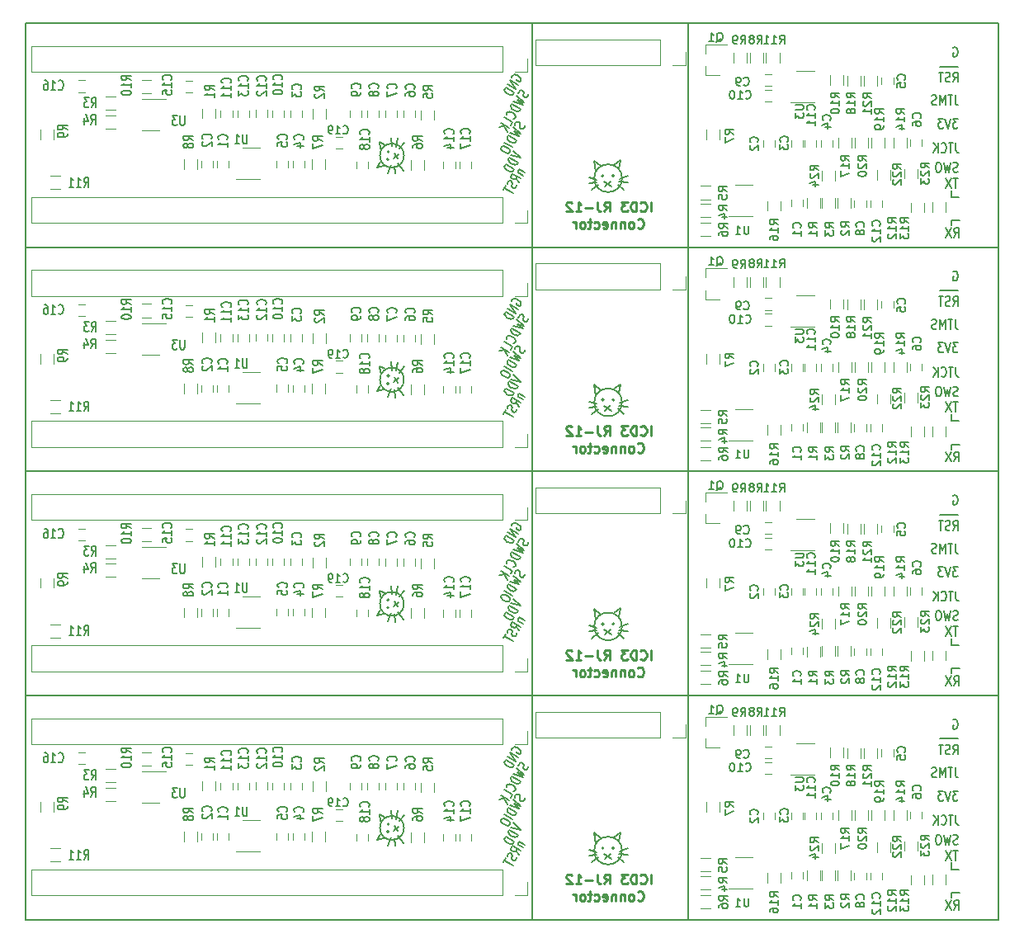
<source format=gbo>
G04 #@! TF.FileFunction,Legend,Bot*
%FSLAX46Y46*%
G04 Gerber Fmt 4.6, Leading zero omitted, Abs format (unit mm)*
G04 Created by KiCad (PCBNEW 4.0.7) date 11/22/17 20:53:21*
%MOMM*%
%LPD*%
G01*
G04 APERTURE LIST*
%ADD10C,0.100000*%
%ADD11C,0.200000*%
%ADD12C,0.120000*%
%ADD13C,0.250000*%
G04 APERTURE END LIST*
D10*
D11*
X94999990Y2749980D02*
X94999990Y2249980D01*
X94999990Y2749980D02*
X95799990Y2749980D01*
X94999990Y5149980D02*
X95699990Y5149980D01*
X94999990Y5849980D02*
X94999990Y5149980D01*
X95236670Y997610D02*
X95509990Y1473810D01*
X95705220Y997610D02*
X95705220Y1997610D01*
X95705220Y1997610D02*
X95392850Y1997610D01*
X95392850Y1997610D02*
X95314740Y1949980D01*
X95314740Y1949980D02*
X95275700Y1902360D01*
X95275700Y1902360D02*
X95236670Y1807130D01*
X95236670Y1807130D02*
X95236670Y1664280D01*
X95236670Y1664280D02*
X95275700Y1569030D01*
X95275700Y1569030D02*
X95314740Y1521410D01*
X95314740Y1521410D02*
X95392850Y1473810D01*
X95392850Y1473810D02*
X95705220Y1473810D01*
X94963310Y1997610D02*
X94416650Y997610D01*
X94416650Y1997610D02*
X94963310Y997610D01*
X95624750Y7097600D02*
X95156170Y7097600D01*
X95390460Y6097600D02*
X95390460Y7097600D01*
X94960950Y7097600D02*
X94414260Y6097600D01*
X94414260Y7097600D02*
X94960950Y6097600D01*
X95632370Y7745220D02*
X95515230Y7697600D01*
X95515230Y7697600D02*
X95319980Y7697600D01*
X95319980Y7697600D02*
X95241900Y7745220D01*
X95241900Y7745220D02*
X95202830Y7792850D01*
X95202830Y7792850D02*
X95163790Y7888070D01*
X95163790Y7888070D02*
X95163790Y7983320D01*
X95163790Y7983320D02*
X95202830Y8078550D01*
X95202830Y8078550D02*
X95241900Y8126170D01*
X95241900Y8126170D02*
X95319980Y8173800D01*
X95319980Y8173800D02*
X95476190Y8221420D01*
X95476190Y8221420D02*
X95554270Y8269050D01*
X95554270Y8269050D02*
X95593330Y8316650D01*
X95593330Y8316650D02*
X95632370Y8411900D01*
X95632370Y8411900D02*
X95632370Y8507120D01*
X95632370Y8507120D02*
X95593330Y8602370D01*
X95593330Y8602370D02*
X95554270Y8650000D01*
X95554270Y8650000D02*
X95476190Y8697600D01*
X95476190Y8697600D02*
X95280940Y8697600D01*
X95280940Y8697600D02*
X95163790Y8650000D01*
X94890460Y8697600D02*
X94695210Y7697600D01*
X94695210Y7697600D02*
X94539030Y8411900D01*
X94539030Y8411900D02*
X94382840Y7697600D01*
X94382840Y7697600D02*
X94187590Y8697600D01*
X93719040Y8697600D02*
X93562860Y8697600D01*
X93562860Y8697600D02*
X93484750Y8650000D01*
X93484750Y8650000D02*
X93406650Y8554750D01*
X93406650Y8554750D02*
X93367610Y8364270D01*
X93367610Y8364270D02*
X93367610Y8030950D01*
X93367610Y8030950D02*
X93406650Y7840470D01*
X93406650Y7840470D02*
X93484750Y7745220D01*
X93484750Y7745220D02*
X93562860Y7697600D01*
X93562860Y7697600D02*
X93719040Y7697600D01*
X93719040Y7697600D02*
X93797120Y7745220D01*
X93797120Y7745220D02*
X93875230Y7840470D01*
X93875230Y7840470D02*
X93914260Y8030950D01*
X93914260Y8030950D02*
X93914260Y8364270D01*
X93914260Y8364270D02*
X93875230Y8554750D01*
X93875230Y8554750D02*
X93797120Y8650000D01*
X93797120Y8650000D02*
X93719040Y8697600D01*
X95415230Y10697620D02*
X95415230Y9983320D01*
X95415230Y9983320D02*
X95454270Y9840470D01*
X95454270Y9840470D02*
X95532370Y9745220D01*
X95532370Y9745220D02*
X95649520Y9697620D01*
X95649520Y9697620D02*
X95727600Y9697620D01*
X95141900Y10697620D02*
X94673320Y10697620D01*
X94907610Y9697620D02*
X94907610Y10697620D01*
X93931410Y9792840D02*
X93970480Y9745220D01*
X93970480Y9745220D02*
X94087590Y9697620D01*
X94087590Y9697620D02*
X94165700Y9697620D01*
X94165700Y9697620D02*
X94282840Y9745220D01*
X94282840Y9745220D02*
X94360950Y9840470D01*
X94360950Y9840470D02*
X94399990Y9935690D01*
X94399990Y9935690D02*
X94439030Y10126170D01*
X94439030Y10126170D02*
X94439030Y10269040D01*
X94439030Y10269040D02*
X94399990Y10459520D01*
X94399990Y10459520D02*
X94360950Y10554740D01*
X94360950Y10554740D02*
X94282840Y10649990D01*
X94282840Y10649990D02*
X94165700Y10697620D01*
X94165700Y10697620D02*
X94087590Y10697620D01*
X94087590Y10697620D02*
X93970480Y10649990D01*
X93970480Y10649990D02*
X93931410Y10602370D01*
X93579980Y9697620D02*
X93579980Y10697620D01*
X93111420Y9697620D02*
X93462860Y10269040D01*
X93111420Y10697620D02*
X93579980Y10126170D01*
X95615230Y13197610D02*
X95107610Y13197610D01*
X95107610Y13197610D02*
X95380940Y12816660D01*
X95380940Y12816660D02*
X95263790Y12816660D01*
X95263790Y12816660D02*
X95185710Y12769040D01*
X95185710Y12769040D02*
X95146650Y12721410D01*
X95146650Y12721410D02*
X95107610Y12626190D01*
X95107610Y12626190D02*
X95107610Y12388090D01*
X95107610Y12388090D02*
X95146650Y12292840D01*
X95146650Y12292840D02*
X95185710Y12245210D01*
X95185710Y12245210D02*
X95263790Y12197610D01*
X95263790Y12197610D02*
X95498080Y12197610D01*
X95498080Y12197610D02*
X95576190Y12245210D01*
X95576190Y12245210D02*
X95615230Y12292840D01*
X94873320Y13197610D02*
X94599990Y12197610D01*
X94599990Y12197610D02*
X94326660Y13197610D01*
X94131410Y13197610D02*
X93623790Y13197610D01*
X93623790Y13197610D02*
X93897120Y12816660D01*
X93897120Y12816660D02*
X93779980Y12816660D01*
X93779980Y12816660D02*
X93701900Y12769040D01*
X93701900Y12769040D02*
X93662860Y12721410D01*
X93662860Y12721410D02*
X93623790Y12626190D01*
X93623790Y12626190D02*
X93623790Y12388090D01*
X93623790Y12388090D02*
X93662860Y12292840D01*
X93662860Y12292840D02*
X93701900Y12245210D01*
X93701900Y12245210D02*
X93779980Y12197610D01*
X93779980Y12197610D02*
X94014260Y12197610D01*
X94014260Y12197610D02*
X94092370Y12245210D01*
X94092370Y12245210D02*
X94131410Y12292840D01*
X95354270Y15597610D02*
X95354270Y14883310D01*
X95354270Y14883310D02*
X95393330Y14740460D01*
X95393330Y14740460D02*
X95471410Y14645230D01*
X95471410Y14645230D02*
X95588560Y14597610D01*
X95588560Y14597610D02*
X95666660Y14597610D01*
X95080940Y15597610D02*
X94612360Y15597610D01*
X94846650Y14597610D02*
X94846650Y15597610D01*
X94339030Y14597610D02*
X94339030Y15597610D01*
X94339030Y15597610D02*
X94065700Y14883310D01*
X94065700Y14883310D02*
X93792370Y15597610D01*
X93792370Y15597610D02*
X93792370Y14597610D01*
X93440940Y14645230D02*
X93323790Y14597610D01*
X93323790Y14597610D02*
X93128570Y14597610D01*
X93128570Y14597610D02*
X93050460Y14645230D01*
X93050460Y14645230D02*
X93011420Y14692830D01*
X93011420Y14692830D02*
X92972360Y14788080D01*
X92972360Y14788080D02*
X92972360Y14883310D01*
X92972360Y14883310D02*
X93011420Y14978560D01*
X93011420Y14978560D02*
X93050460Y15026180D01*
X93050460Y15026180D02*
X93128570Y15073810D01*
X93128570Y15073810D02*
X93284750Y15121410D01*
X93284750Y15121410D02*
X93362830Y15169030D01*
X93362830Y15169030D02*
X93401900Y15216660D01*
X93401900Y15216660D02*
X93440940Y15311880D01*
X93440940Y15311880D02*
X93440940Y15407130D01*
X93440940Y15407130D02*
X93401900Y15502360D01*
X93401900Y15502360D02*
X93362830Y15549980D01*
X93362830Y15549980D02*
X93284750Y15597610D01*
X93284750Y15597610D02*
X93089500Y15597610D01*
X93089500Y15597610D02*
X92972360Y15549980D01*
X95637120Y18552360D02*
X95012360Y18552360D01*
X95012360Y18552360D02*
X94387590Y18552360D01*
X94387590Y18552360D02*
X93762860Y18552360D01*
X95149040Y16947620D02*
X95422360Y17423790D01*
X95617610Y16947620D02*
X95617610Y17947610D01*
X95617610Y17947610D02*
X95305220Y17947610D01*
X95305220Y17947610D02*
X95227140Y17899990D01*
X95227140Y17899990D02*
X95188070Y17852360D01*
X95188070Y17852360D02*
X95149040Y17757140D01*
X95149040Y17757140D02*
X95149040Y17614270D01*
X95149040Y17614270D02*
X95188070Y17519040D01*
X95188070Y17519040D02*
X95227140Y17471420D01*
X95227140Y17471420D02*
X95305220Y17423790D01*
X95305220Y17423790D02*
X95617610Y17423790D01*
X94836670Y16995220D02*
X94719520Y16947620D01*
X94719520Y16947620D02*
X94524270Y16947620D01*
X94524270Y16947620D02*
X94446170Y16995220D01*
X94446170Y16995220D02*
X94407130Y17042840D01*
X94407130Y17042840D02*
X94368090Y17138090D01*
X94368090Y17138090D02*
X94368090Y17233320D01*
X94368090Y17233320D02*
X94407130Y17328570D01*
X94407130Y17328570D02*
X94446170Y17376170D01*
X94446170Y17376170D02*
X94524270Y17423790D01*
X94524270Y17423790D02*
X94680460Y17471420D01*
X94680460Y17471420D02*
X94758560Y17519040D01*
X94758560Y17519040D02*
X94797600Y17566670D01*
X94797600Y17566670D02*
X94836670Y17661890D01*
X94836670Y17661890D02*
X94836670Y17757140D01*
X94836670Y17757140D02*
X94797600Y17852360D01*
X94797600Y17852360D02*
X94758560Y17899990D01*
X94758560Y17899990D02*
X94680460Y17947610D01*
X94680460Y17947610D02*
X94485230Y17947610D01*
X94485230Y17947610D02*
X94368090Y17899990D01*
X94133800Y17947610D02*
X93665220Y17947610D01*
X93899510Y16947620D02*
X93899510Y17947610D01*
X95135220Y20499980D02*
X95213320Y20547610D01*
X95213320Y20547610D02*
X95330470Y20547610D01*
X95330470Y20547610D02*
X95447610Y20499980D01*
X95447610Y20499980D02*
X95525690Y20404760D01*
X95525690Y20404760D02*
X95564760Y20309510D01*
X95564760Y20309510D02*
X95603800Y20119040D01*
X95603800Y20119040D02*
X95603800Y19976190D01*
X95603800Y19976190D02*
X95564760Y19785710D01*
X95564760Y19785710D02*
X95525690Y19690460D01*
X95525690Y19690460D02*
X95447610Y19595240D01*
X95447610Y19595240D02*
X95330470Y19547610D01*
X95330470Y19547610D02*
X95252360Y19547610D01*
X95252360Y19547610D02*
X95135220Y19595240D01*
X95135220Y19595240D02*
X95096180Y19642840D01*
X95096180Y19642840D02*
X95096180Y19976190D01*
X95096180Y19976190D02*
X95252360Y19976190D01*
D12*
X83045000Y6859980D02*
X83045000Y7859980D01*
X81684980Y7859980D02*
X81684980Y6859980D01*
X90119990Y8039990D02*
X90119990Y7039990D01*
X91479980Y7039990D02*
X91479980Y8039990D01*
X88699980Y6929980D02*
X88699980Y7929980D01*
X87339980Y7929980D02*
X87339980Y6929980D01*
X84289980Y17599990D02*
X84289980Y16599990D01*
X85649990Y16599990D02*
X85649990Y17599990D01*
X83341590Y11209990D02*
X83341590Y10209990D01*
X84701580Y10209990D02*
X84701580Y11209990D01*
X85020000Y4829990D02*
X85020000Y4129990D01*
X86220000Y4129990D02*
X86220000Y4829990D01*
X91962200Y10360000D02*
X91962200Y11060000D01*
X90762180Y11060000D02*
X90762180Y10360000D01*
X89000000Y16749980D02*
X89000000Y17449980D01*
X87799980Y17449980D02*
X87799980Y16749980D01*
X82792800Y10300590D02*
X82792800Y11000590D01*
X81592780Y11000590D02*
X81592780Y10300590D01*
X76089990Y4749980D02*
X76089990Y3749980D01*
X77449980Y3749980D02*
X77449980Y4749980D01*
X94360900Y3603830D02*
X94360900Y4603830D01*
X93000910Y4603830D02*
X93000910Y3603830D01*
X90843580Y4572990D02*
X90843580Y3572990D01*
X92203570Y3572990D02*
X92203570Y4572990D01*
X72769980Y6389980D02*
X74569980Y6389980D01*
X74569980Y3170000D02*
X72120000Y3170000D01*
X87369980Y16599990D02*
X87369980Y17599990D01*
X86009990Y17599990D02*
X86009990Y16599990D01*
X86428780Y10209990D02*
X86428780Y11209990D01*
X85068790Y11209990D02*
X85068790Y10209990D01*
X86719790Y11209990D02*
X86719790Y10209990D01*
X88079780Y10209990D02*
X88079780Y11209990D01*
X90409980Y10209990D02*
X90409980Y11209990D01*
X89049990Y11209990D02*
X89049990Y10209990D01*
X77316180Y18936590D02*
X77316180Y19936590D01*
X75956190Y19936590D02*
X75956190Y18936590D01*
X83859980Y16669990D02*
X83859980Y17669990D01*
X82499990Y17669990D02*
X82499990Y16669990D01*
X72603390Y19936590D02*
X72603390Y18936590D01*
X73963380Y18936590D02*
X73963380Y19936590D01*
X75639780Y18936590D02*
X75639780Y19936590D01*
X74279790Y19936590D02*
X74279790Y18936590D01*
X71150180Y11049990D02*
X71150180Y12049990D01*
X69790180Y12049990D02*
X69790180Y11049990D01*
X69249980Y1144980D02*
X70250000Y1144980D01*
X70250000Y2505000D02*
X69249980Y2505000D01*
X69249980Y4919980D02*
X70250000Y4919980D01*
X70250000Y6280000D02*
X69249980Y6280000D01*
X69249980Y3119980D02*
X70250000Y3119980D01*
X70250000Y4479980D02*
X69249980Y4479980D01*
X83045000Y4039590D02*
X83045000Y5039590D01*
X81684980Y5039590D02*
X81684980Y4039590D01*
X84645200Y4039590D02*
X84645200Y5039590D01*
X83285180Y5039590D02*
X83285180Y4039590D01*
X81470200Y4014190D02*
X81470200Y5014190D01*
X80110180Y5014190D02*
X80110180Y4014190D01*
X69739990Y17669990D02*
X69739990Y18599990D01*
X69739990Y20829980D02*
X69739990Y19899990D01*
X69739990Y20829980D02*
X71899980Y20829980D01*
X69739990Y17669990D02*
X71199980Y17669990D01*
X81089980Y10290000D02*
X81089980Y10990000D01*
X79889990Y10990000D02*
X79889990Y10290000D01*
X76492580Y17762400D02*
X75792580Y17762400D01*
X75792580Y16562370D02*
X76492580Y16562370D01*
X78509980Y10999980D02*
X78509980Y10299980D01*
X79709980Y10299980D02*
X79709980Y10999980D01*
X76849990Y10290000D02*
X76849990Y10990000D01*
X75649990Y10990000D02*
X75649990Y10290000D01*
X79713790Y4189580D02*
X79713790Y4889580D01*
X78513790Y4889580D02*
X78513790Y4189580D01*
X86639980Y4829990D02*
X86639980Y4129990D01*
X87839980Y4129990D02*
X87839980Y4829990D01*
X76492580Y16162200D02*
X75792580Y16162200D01*
X75792580Y14962170D02*
X76492580Y14962170D01*
X79079980Y18080000D02*
X80879980Y18080000D01*
X80879980Y14859990D02*
X78429990Y14859990D01*
D11*
X81299510Y7906410D02*
X80894760Y8189750D01*
X81299510Y8392130D02*
X80449520Y8392130D01*
X80449520Y8392130D02*
X80449520Y8068310D01*
X80449520Y8068310D02*
X80489980Y7987360D01*
X80489980Y7987360D02*
X80530470Y7946900D01*
X80530470Y7946900D02*
X80611420Y7906410D01*
X80611420Y7906410D02*
X80732830Y7906410D01*
X80732830Y7906410D02*
X80813810Y7946900D01*
X80813810Y7946900D02*
X80854270Y7987360D01*
X80854270Y7987360D02*
X80894760Y8068310D01*
X80894760Y8068310D02*
X80894760Y8392130D01*
X80530470Y7582610D02*
X80489980Y7542120D01*
X80489980Y7542120D02*
X80449520Y7461170D01*
X80449520Y7461170D02*
X80449520Y7258790D01*
X80449520Y7258790D02*
X80489980Y7177840D01*
X80489980Y7177840D02*
X80530470Y7137370D01*
X80530470Y7137370D02*
X80611420Y7096890D01*
X80611420Y7096890D02*
X80692370Y7096890D01*
X80692370Y7096890D02*
X80813810Y7137370D01*
X80813810Y7137370D02*
X81299510Y7623070D01*
X81299510Y7623070D02*
X81299510Y7096890D01*
X80732830Y6368310D02*
X81299510Y6368310D01*
X80409030Y6570700D02*
X81016170Y6773090D01*
X81016170Y6773090D02*
X81016170Y6246900D01*
X92674520Y8146420D02*
X92269740Y8429750D01*
X92674520Y8632140D02*
X91824510Y8632140D01*
X91824510Y8632140D02*
X91824510Y8308310D01*
X91824510Y8308310D02*
X91864990Y8227360D01*
X91864990Y8227360D02*
X91905460Y8186900D01*
X91905460Y8186900D02*
X91986400Y8146420D01*
X91986400Y8146420D02*
X92107840Y8146420D01*
X92107840Y8146420D02*
X92188790Y8186900D01*
X92188790Y8186900D02*
X92229280Y8227360D01*
X92229280Y8227360D02*
X92269740Y8308310D01*
X92269740Y8308310D02*
X92269740Y8632140D01*
X91905460Y7822620D02*
X91864990Y7782130D01*
X91864990Y7782130D02*
X91824510Y7701180D01*
X91824510Y7701180D02*
X91824510Y7498790D01*
X91824510Y7498790D02*
X91864990Y7417840D01*
X91864990Y7417840D02*
X91905460Y7377380D01*
X91905460Y7377380D02*
X91986400Y7336890D01*
X91986400Y7336890D02*
X92067380Y7336890D01*
X92067380Y7336890D02*
X92188790Y7377380D01*
X92188790Y7377380D02*
X92674520Y7863080D01*
X92674520Y7863080D02*
X92674520Y7336890D01*
X91824510Y7053550D02*
X91824510Y6527370D01*
X91824510Y6527370D02*
X92148330Y6810710D01*
X92148330Y6810710D02*
X92148330Y6689270D01*
X92148330Y6689270D02*
X92188790Y6608320D01*
X92188790Y6608320D02*
X92229280Y6567860D01*
X92229280Y6567860D02*
X92310230Y6527370D01*
X92310230Y6527370D02*
X92512620Y6527370D01*
X92512620Y6527370D02*
X92593570Y6567860D01*
X92593570Y6567860D02*
X92634030Y6608320D01*
X92634030Y6608320D02*
X92674520Y6689270D01*
X92674520Y6689270D02*
X92674520Y6932140D01*
X92674520Y6932140D02*
X92634030Y7013090D01*
X92634030Y7013090D02*
X92593570Y7053550D01*
X89784500Y8046420D02*
X89379760Y8329750D01*
X89784500Y8532140D02*
X88934520Y8532140D01*
X88934520Y8532140D02*
X88934520Y8208310D01*
X88934520Y8208310D02*
X88974980Y8127370D01*
X88974980Y8127370D02*
X89015470Y8086900D01*
X89015470Y8086900D02*
X89096420Y8046420D01*
X89096420Y8046420D02*
X89217860Y8046420D01*
X89217860Y8046420D02*
X89298810Y8086900D01*
X89298810Y8086900D02*
X89339270Y8127370D01*
X89339270Y8127370D02*
X89379760Y8208310D01*
X89379760Y8208310D02*
X89379760Y8532140D01*
X89015470Y7722620D02*
X88974980Y7682130D01*
X88974980Y7682130D02*
X88934520Y7601180D01*
X88934520Y7601180D02*
X88934520Y7398790D01*
X88934520Y7398790D02*
X88974980Y7317840D01*
X88974980Y7317840D02*
X89015470Y7277380D01*
X89015470Y7277380D02*
X89096420Y7236890D01*
X89096420Y7236890D02*
X89177370Y7236890D01*
X89177370Y7236890D02*
X89298810Y7277380D01*
X89298810Y7277380D02*
X89784500Y7763080D01*
X89784500Y7763080D02*
X89784500Y7236890D01*
X89015470Y6913090D02*
X88974980Y6872610D01*
X88974980Y6872610D02*
X88934520Y6791660D01*
X88934520Y6791660D02*
X88934520Y6589270D01*
X88934520Y6589270D02*
X88974980Y6508320D01*
X88974980Y6508320D02*
X89015470Y6467860D01*
X89015470Y6467860D02*
X89096420Y6427370D01*
X89096420Y6427370D02*
X89177370Y6427370D01*
X89177370Y6427370D02*
X89298810Y6467860D01*
X89298810Y6467860D02*
X89784500Y6953550D01*
X89784500Y6953550D02*
X89784500Y6427370D01*
X85084510Y15346430D02*
X84679740Y15629740D01*
X85084510Y15832120D02*
X84234500Y15832120D01*
X84234500Y15832120D02*
X84234500Y15508330D01*
X84234500Y15508330D02*
X84274990Y15427380D01*
X84274990Y15427380D02*
X84315450Y15386890D01*
X84315450Y15386890D02*
X84396430Y15346430D01*
X84396430Y15346430D02*
X84517840Y15346430D01*
X84517840Y15346430D02*
X84598790Y15386890D01*
X84598790Y15386890D02*
X84639280Y15427380D01*
X84639280Y15427380D02*
X84679740Y15508330D01*
X84679740Y15508330D02*
X84679740Y15832120D01*
X85084510Y14536900D02*
X85084510Y15022600D01*
X85084510Y14779750D02*
X84234500Y14779750D01*
X84234500Y14779750D02*
X84355940Y14860700D01*
X84355940Y14860700D02*
X84436890Y14941650D01*
X84436890Y14941650D02*
X84477380Y15022600D01*
X84598790Y14051180D02*
X84558330Y14132130D01*
X84558330Y14132130D02*
X84517840Y14172620D01*
X84517840Y14172620D02*
X84436890Y14213080D01*
X84436890Y14213080D02*
X84396430Y14213080D01*
X84396430Y14213080D02*
X84315450Y14172620D01*
X84315450Y14172620D02*
X84274990Y14132130D01*
X84274990Y14132130D02*
X84234500Y14051180D01*
X84234500Y14051180D02*
X84234500Y13889280D01*
X84234500Y13889280D02*
X84274990Y13808330D01*
X84274990Y13808330D02*
X84315450Y13767840D01*
X84315450Y13767840D02*
X84396430Y13727380D01*
X84396430Y13727380D02*
X84436890Y13727380D01*
X84436890Y13727380D02*
X84517840Y13767840D01*
X84517840Y13767840D02*
X84558330Y13808330D01*
X84558330Y13808330D02*
X84598790Y13889280D01*
X84598790Y13889280D02*
X84598790Y14051180D01*
X84598790Y14051180D02*
X84639280Y14132130D01*
X84639280Y14132130D02*
X84679740Y14172620D01*
X84679740Y14172620D02*
X84760690Y14213080D01*
X84760690Y14213080D02*
X84922610Y14213080D01*
X84922610Y14213080D02*
X85003560Y14172620D01*
X85003560Y14172620D02*
X85044030Y14132130D01*
X85044030Y14132130D02*
X85084510Y14051180D01*
X85084510Y14051180D02*
X85084510Y13889280D01*
X85084510Y13889280D02*
X85044030Y13808330D01*
X85044030Y13808330D02*
X85003560Y13767840D01*
X85003560Y13767840D02*
X84922610Y13727380D01*
X84922610Y13727380D02*
X84760690Y13727380D01*
X84760690Y13727380D02*
X84679740Y13767840D01*
X84679740Y13767840D02*
X84639280Y13808330D01*
X84639280Y13808330D02*
X84598790Y13889280D01*
X84484510Y8896430D02*
X84079740Y9179740D01*
X84484510Y9382130D02*
X83634500Y9382130D01*
X83634500Y9382130D02*
X83634500Y9058330D01*
X83634500Y9058330D02*
X83674990Y8977380D01*
X83674990Y8977380D02*
X83715450Y8936890D01*
X83715450Y8936890D02*
X83796430Y8896430D01*
X83796430Y8896430D02*
X83917840Y8896430D01*
X83917840Y8896430D02*
X83998790Y8936890D01*
X83998790Y8936890D02*
X84039280Y8977380D01*
X84039280Y8977380D02*
X84079740Y9058330D01*
X84079740Y9058330D02*
X84079740Y9382130D01*
X84484510Y8086900D02*
X84484510Y8572600D01*
X84484510Y8329750D02*
X83634500Y8329750D01*
X83634500Y8329750D02*
X83755940Y8410700D01*
X83755940Y8410700D02*
X83836890Y8491650D01*
X83836890Y8491650D02*
X83877380Y8572600D01*
X83634500Y7803570D02*
X83634500Y7236890D01*
X83634500Y7236890D02*
X84484510Y7601180D01*
X85953550Y2091660D02*
X85994040Y2132130D01*
X85994040Y2132130D02*
X86034500Y2253560D01*
X86034500Y2253560D02*
X86034500Y2334510D01*
X86034500Y2334510D02*
X85994040Y2455950D01*
X85994040Y2455950D02*
X85913090Y2536900D01*
X85913090Y2536900D02*
X85832140Y2577360D01*
X85832140Y2577360D02*
X85670240Y2617850D01*
X85670240Y2617850D02*
X85548800Y2617850D01*
X85548800Y2617850D02*
X85386900Y2577360D01*
X85386900Y2577360D02*
X85305950Y2536900D01*
X85305950Y2536900D02*
X85224980Y2455950D01*
X85224980Y2455950D02*
X85184510Y2334510D01*
X85184510Y2334510D02*
X85184510Y2253560D01*
X85184510Y2253560D02*
X85224980Y2132130D01*
X85224980Y2132130D02*
X85265460Y2091660D01*
X85548800Y1605940D02*
X85508310Y1686890D01*
X85508310Y1686890D02*
X85467850Y1727380D01*
X85467850Y1727380D02*
X85386900Y1767840D01*
X85386900Y1767840D02*
X85346410Y1767840D01*
X85346410Y1767840D02*
X85265460Y1727380D01*
X85265460Y1727380D02*
X85224980Y1686890D01*
X85224980Y1686890D02*
X85184510Y1605940D01*
X85184510Y1605940D02*
X85184510Y1444040D01*
X85184510Y1444040D02*
X85224980Y1363090D01*
X85224980Y1363090D02*
X85265460Y1322600D01*
X85265460Y1322600D02*
X85346410Y1282140D01*
X85346410Y1282140D02*
X85386900Y1282140D01*
X85386900Y1282140D02*
X85467850Y1322600D01*
X85467850Y1322600D02*
X85508310Y1363090D01*
X85508310Y1363090D02*
X85548800Y1444040D01*
X85548800Y1444040D02*
X85548800Y1605940D01*
X85548800Y1605940D02*
X85589260Y1686890D01*
X85589260Y1686890D02*
X85629750Y1727380D01*
X85629750Y1727380D02*
X85710700Y1767840D01*
X85710700Y1767840D02*
X85872600Y1767840D01*
X85872600Y1767840D02*
X85953550Y1727380D01*
X85953550Y1727380D02*
X85994040Y1686890D01*
X85994040Y1686890D02*
X86034500Y1605940D01*
X86034500Y1605940D02*
X86034500Y1444040D01*
X86034500Y1444040D02*
X85994040Y1363090D01*
X85994040Y1363090D02*
X85953550Y1322600D01*
X85953550Y1322600D02*
X85872600Y1282140D01*
X85872600Y1282140D02*
X85710700Y1282140D01*
X85710700Y1282140D02*
X85629750Y1322600D01*
X85629750Y1322600D02*
X85589260Y1363090D01*
X85589260Y1363090D02*
X85548800Y1444040D01*
X91753560Y13241660D02*
X91794030Y13282140D01*
X91794030Y13282140D02*
X91834510Y13403550D01*
X91834510Y13403550D02*
X91834510Y13484500D01*
X91834510Y13484500D02*
X91794030Y13605940D01*
X91794030Y13605940D02*
X91713080Y13686890D01*
X91713080Y13686890D02*
X91632130Y13727380D01*
X91632130Y13727380D02*
X91470230Y13767840D01*
X91470230Y13767840D02*
X91348790Y13767840D01*
X91348790Y13767840D02*
X91186890Y13727380D01*
X91186890Y13727380D02*
X91105940Y13686890D01*
X91105940Y13686890D02*
X91024990Y13605940D01*
X91024990Y13605940D02*
X90984500Y13484500D01*
X90984500Y13484500D02*
X90984500Y13403550D01*
X90984500Y13403550D02*
X91024990Y13282140D01*
X91024990Y13282140D02*
X91065450Y13241660D01*
X90984500Y12513080D02*
X90984500Y12674980D01*
X90984500Y12674980D02*
X91024990Y12755930D01*
X91024990Y12755930D02*
X91065450Y12796420D01*
X91065450Y12796420D02*
X91186890Y12877370D01*
X91186890Y12877370D02*
X91348790Y12917860D01*
X91348790Y12917860D02*
X91672610Y12917860D01*
X91672610Y12917860D02*
X91753560Y12877370D01*
X91753560Y12877370D02*
X91794030Y12836880D01*
X91794030Y12836880D02*
X91834510Y12755930D01*
X91834510Y12755930D02*
X91834510Y12594030D01*
X91834510Y12594030D02*
X91794030Y12513080D01*
X91794030Y12513080D02*
X91753560Y12472590D01*
X91753560Y12472590D02*
X91672610Y12432130D01*
X91672610Y12432130D02*
X91470230Y12432130D01*
X91470230Y12432130D02*
X91389280Y12472590D01*
X91389280Y12472590D02*
X91348790Y12513080D01*
X91348790Y12513080D02*
X91308330Y12594030D01*
X91308330Y12594030D02*
X91308330Y12755930D01*
X91308330Y12755930D02*
X91348790Y12836880D01*
X91348790Y12836880D02*
X91389280Y12877370D01*
X91389280Y12877370D02*
X91470230Y12917860D01*
X90153570Y17191660D02*
X90194030Y17232120D01*
X90194030Y17232120D02*
X90234520Y17353560D01*
X90234520Y17353560D02*
X90234520Y17434510D01*
X90234520Y17434510D02*
X90194030Y17555950D01*
X90194030Y17555950D02*
X90113080Y17636900D01*
X90113080Y17636900D02*
X90032130Y17677360D01*
X90032130Y17677360D02*
X89870230Y17717850D01*
X89870230Y17717850D02*
X89748790Y17717850D01*
X89748790Y17717850D02*
X89586890Y17677360D01*
X89586890Y17677360D02*
X89505940Y17636900D01*
X89505940Y17636900D02*
X89424990Y17555950D01*
X89424990Y17555950D02*
X89384510Y17434510D01*
X89384510Y17434510D02*
X89384510Y17353560D01*
X89384510Y17353560D02*
X89424990Y17232120D01*
X89424990Y17232120D02*
X89465450Y17191660D01*
X89384510Y16422600D02*
X89384510Y16827370D01*
X89384510Y16827370D02*
X89789280Y16867840D01*
X89789280Y16867840D02*
X89748790Y16827370D01*
X89748790Y16827370D02*
X89708330Y16746420D01*
X89708330Y16746420D02*
X89708330Y16544040D01*
X89708330Y16544040D02*
X89748790Y16463090D01*
X89748790Y16463090D02*
X89789280Y16422600D01*
X89789280Y16422600D02*
X89870230Y16382140D01*
X89870230Y16382140D02*
X90072620Y16382140D01*
X90072620Y16382140D02*
X90153570Y16422600D01*
X90153570Y16422600D02*
X90194030Y16463090D01*
X90194030Y16463090D02*
X90234520Y16544040D01*
X90234520Y16544040D02*
X90234520Y16746420D01*
X90234520Y16746420D02*
X90194030Y16827370D01*
X90194030Y16827370D02*
X90153570Y16867840D01*
X82503570Y13041660D02*
X82544030Y13082140D01*
X82544030Y13082140D02*
X82584520Y13203560D01*
X82584520Y13203560D02*
X82584520Y13284500D01*
X82584520Y13284500D02*
X82544030Y13405940D01*
X82544030Y13405940D02*
X82463080Y13486890D01*
X82463080Y13486890D02*
X82382130Y13527380D01*
X82382130Y13527380D02*
X82220230Y13567840D01*
X82220230Y13567840D02*
X82098790Y13567840D01*
X82098790Y13567840D02*
X81936890Y13527380D01*
X81936890Y13527380D02*
X81855950Y13486890D01*
X81855950Y13486890D02*
X81775000Y13405940D01*
X81775000Y13405940D02*
X81734510Y13284500D01*
X81734510Y13284500D02*
X81734510Y13203560D01*
X81734510Y13203560D02*
X81775000Y13082140D01*
X81775000Y13082140D02*
X81815460Y13041660D01*
X82017840Y12313080D02*
X82584520Y12313080D01*
X81694050Y12515470D02*
X82301180Y12717860D01*
X82301180Y12717860D02*
X82301180Y12191640D01*
X77184500Y2321410D02*
X76779760Y2604740D01*
X77184500Y2807130D02*
X76334520Y2807130D01*
X76334520Y2807130D02*
X76334520Y2483330D01*
X76334520Y2483330D02*
X76374980Y2402360D01*
X76374980Y2402360D02*
X76415470Y2361900D01*
X76415470Y2361900D02*
X76496420Y2321410D01*
X76496420Y2321410D02*
X76617860Y2321410D01*
X76617860Y2321410D02*
X76698810Y2361900D01*
X76698810Y2361900D02*
X76739270Y2402360D01*
X76739270Y2402360D02*
X76779760Y2483330D01*
X76779760Y2483330D02*
X76779760Y2807130D01*
X77184500Y1511880D02*
X77184500Y1997610D01*
X77184500Y1754760D02*
X76334520Y1754760D01*
X76334520Y1754760D02*
X76455930Y1835710D01*
X76455930Y1835710D02*
X76536880Y1916660D01*
X76536880Y1916660D02*
X76577370Y1997610D01*
X76334520Y783310D02*
X76334520Y945240D01*
X76334520Y945240D02*
X76374980Y1026190D01*
X76374980Y1026190D02*
X76415470Y1066650D01*
X76415470Y1066650D02*
X76536880Y1147600D01*
X76536880Y1147600D02*
X76698810Y1188090D01*
X76698810Y1188090D02*
X77022600Y1188090D01*
X77022600Y1188090D02*
X77103550Y1147600D01*
X77103550Y1147600D02*
X77144040Y1107140D01*
X77144040Y1107140D02*
X77184500Y1026190D01*
X77184500Y1026190D02*
X77184500Y864260D01*
X77184500Y864260D02*
X77144040Y783310D01*
X77144040Y783310D02*
X77103550Y742850D01*
X77103550Y742850D02*
X77022600Y702360D01*
X77022600Y702360D02*
X76820220Y702360D01*
X76820220Y702360D02*
X76739270Y742850D01*
X76739270Y742850D02*
X76698810Y783310D01*
X76698810Y783310D02*
X76658320Y864260D01*
X76658320Y864260D02*
X76658320Y1026190D01*
X76658320Y1026190D02*
X76698810Y1107140D01*
X76698810Y1107140D02*
X76739270Y1147600D01*
X76739270Y1147600D02*
X76820220Y1188090D01*
X90584500Y2496410D02*
X90179750Y2779750D01*
X90584500Y2982140D02*
X89734520Y2982140D01*
X89734520Y2982140D02*
X89734520Y2658310D01*
X89734520Y2658310D02*
X89774980Y2577360D01*
X89774980Y2577360D02*
X89815470Y2536900D01*
X89815470Y2536900D02*
X89896420Y2496410D01*
X89896420Y2496410D02*
X90017850Y2496410D01*
X90017850Y2496410D02*
X90098800Y2536900D01*
X90098800Y2536900D02*
X90139270Y2577360D01*
X90139270Y2577360D02*
X90179750Y2658310D01*
X90179750Y2658310D02*
X90179750Y2982140D01*
X90584500Y1686890D02*
X90584500Y2172610D01*
X90584500Y1929740D02*
X89734520Y1929740D01*
X89734520Y1929740D02*
X89855930Y2010690D01*
X89855930Y2010690D02*
X89936900Y2091660D01*
X89936900Y2091660D02*
X89977370Y2172610D01*
X89734520Y1403550D02*
X89734520Y877370D01*
X89734520Y877370D02*
X90058320Y1160700D01*
X90058320Y1160700D02*
X90058320Y1039270D01*
X90058320Y1039270D02*
X90098800Y958320D01*
X90098800Y958320D02*
X90139270Y917850D01*
X90139270Y917850D02*
X90220220Y877370D01*
X90220220Y877370D02*
X90422600Y877370D01*
X90422600Y877370D02*
X90503550Y917850D01*
X90503550Y917850D02*
X90544040Y958320D01*
X90544040Y958320D02*
X90584500Y1039270D01*
X90584500Y1039270D02*
X90584500Y1282140D01*
X90584500Y1282140D02*
X90544040Y1363090D01*
X90544040Y1363090D02*
X90503550Y1403550D01*
X89284510Y2496410D02*
X88879760Y2779750D01*
X89284510Y2982140D02*
X88434520Y2982140D01*
X88434520Y2982140D02*
X88434520Y2658310D01*
X88434520Y2658310D02*
X88474980Y2577360D01*
X88474980Y2577360D02*
X88515470Y2536900D01*
X88515470Y2536900D02*
X88596420Y2496410D01*
X88596420Y2496410D02*
X88717860Y2496410D01*
X88717860Y2496410D02*
X88798810Y2536900D01*
X88798810Y2536900D02*
X88839270Y2577360D01*
X88839270Y2577360D02*
X88879760Y2658310D01*
X88879760Y2658310D02*
X88879760Y2982140D01*
X89284510Y1686890D02*
X89284510Y2172610D01*
X89284510Y1929740D02*
X88434520Y1929740D01*
X88434520Y1929740D02*
X88555930Y2010690D01*
X88555930Y2010690D02*
X88636880Y2091660D01*
X88636880Y2091660D02*
X88677370Y2172610D01*
X88515470Y1363090D02*
X88474980Y1322600D01*
X88474980Y1322600D02*
X88434520Y1241650D01*
X88434520Y1241650D02*
X88434520Y1039270D01*
X88434520Y1039270D02*
X88474980Y958320D01*
X88474980Y958320D02*
X88515470Y917850D01*
X88515470Y917850D02*
X88596420Y877370D01*
X88596420Y877370D02*
X88677370Y877370D01*
X88677370Y877370D02*
X88798810Y917850D01*
X88798810Y917850D02*
X89284510Y1403550D01*
X89284510Y1403550D02*
X89284510Y877370D01*
X74172600Y2190470D02*
X74172600Y1502360D01*
X74172600Y1502360D02*
X74132140Y1421410D01*
X74132140Y1421410D02*
X74091650Y1380950D01*
X74091650Y1380950D02*
X74010700Y1340460D01*
X74010700Y1340460D02*
X73848800Y1340460D01*
X73848800Y1340460D02*
X73767850Y1380950D01*
X73767850Y1380950D02*
X73727360Y1421410D01*
X73727360Y1421410D02*
X73686900Y1502360D01*
X73686900Y1502360D02*
X73686900Y2190470D01*
X72836890Y1340460D02*
X73322610Y1340460D01*
X73079740Y1340460D02*
X73079740Y2190470D01*
X73079740Y2190470D02*
X73160710Y2069030D01*
X73160710Y2069030D02*
X73241660Y1988080D01*
X73241660Y1988080D02*
X73322610Y1947600D01*
X86734520Y15296410D02*
X86329750Y15579750D01*
X86734520Y15782140D02*
X85884510Y15782140D01*
X85884510Y15782140D02*
X85884510Y15458310D01*
X85884510Y15458310D02*
X85925000Y15377360D01*
X85925000Y15377360D02*
X85965460Y15336900D01*
X85965460Y15336900D02*
X86046410Y15296410D01*
X86046410Y15296410D02*
X86167850Y15296410D01*
X86167850Y15296410D02*
X86248800Y15336900D01*
X86248800Y15336900D02*
X86289260Y15377360D01*
X86289260Y15377360D02*
X86329750Y15458310D01*
X86329750Y15458310D02*
X86329750Y15782140D01*
X85965460Y14972610D02*
X85925000Y14932130D01*
X85925000Y14932130D02*
X85884510Y14851180D01*
X85884510Y14851180D02*
X85884510Y14648790D01*
X85884510Y14648790D02*
X85925000Y14567840D01*
X85925000Y14567840D02*
X85965460Y14527380D01*
X85965460Y14527380D02*
X86046410Y14486890D01*
X86046410Y14486890D02*
X86127360Y14486890D01*
X86127360Y14486890D02*
X86248800Y14527380D01*
X86248800Y14527380D02*
X86734520Y15013080D01*
X86734520Y15013080D02*
X86734520Y14486890D01*
X86734520Y13677370D02*
X86734520Y14163090D01*
X86734520Y13920220D02*
X85884510Y13920220D01*
X85884510Y13920220D02*
X86005950Y14001170D01*
X86005950Y14001170D02*
X86086900Y14082140D01*
X86086900Y14082140D02*
X86127360Y14163090D01*
X86234520Y8896430D02*
X85829750Y9179740D01*
X86234520Y9382130D02*
X85384510Y9382130D01*
X85384510Y9382130D02*
X85384510Y9058330D01*
X85384510Y9058330D02*
X85424980Y8977380D01*
X85424980Y8977380D02*
X85465460Y8936890D01*
X85465460Y8936890D02*
X85546410Y8896430D01*
X85546410Y8896430D02*
X85667850Y8896430D01*
X85667850Y8896430D02*
X85748800Y8936890D01*
X85748800Y8936890D02*
X85789260Y8977380D01*
X85789260Y8977380D02*
X85829750Y9058330D01*
X85829750Y9058330D02*
X85829750Y9382130D01*
X85465460Y8572600D02*
X85424980Y8532140D01*
X85424980Y8532140D02*
X85384510Y8451190D01*
X85384510Y8451190D02*
X85384510Y8248800D01*
X85384510Y8248800D02*
X85424980Y8167850D01*
X85424980Y8167850D02*
X85465460Y8127370D01*
X85465460Y8127370D02*
X85546410Y8086900D01*
X85546410Y8086900D02*
X85627360Y8086900D01*
X85627360Y8086900D02*
X85748800Y8127370D01*
X85748800Y8127370D02*
X86234520Y8613090D01*
X86234520Y8613090D02*
X86234520Y8086900D01*
X85384510Y7560690D02*
X85384510Y7479740D01*
X85384510Y7479740D02*
X85424980Y7398790D01*
X85424980Y7398790D02*
X85465460Y7358330D01*
X85465460Y7358330D02*
X85546410Y7317840D01*
X85546410Y7317840D02*
X85708310Y7277380D01*
X85708310Y7277380D02*
X85910700Y7277380D01*
X85910700Y7277380D02*
X86072600Y7317840D01*
X86072600Y7317840D02*
X86153550Y7358330D01*
X86153550Y7358330D02*
X86194040Y7398790D01*
X86194040Y7398790D02*
X86234520Y7479740D01*
X86234520Y7479740D02*
X86234520Y7560690D01*
X86234520Y7560690D02*
X86194040Y7641670D01*
X86194040Y7641670D02*
X86153550Y7682130D01*
X86153550Y7682130D02*
X86072600Y7722620D01*
X86072600Y7722620D02*
X85910700Y7763080D01*
X85910700Y7763080D02*
X85708310Y7763080D01*
X85708310Y7763080D02*
X85546410Y7722620D01*
X85546410Y7722620D02*
X85465460Y7682130D01*
X85465460Y7682130D02*
X85424980Y7641670D01*
X85424980Y7641670D02*
X85384510Y7560690D01*
X87984510Y13696420D02*
X87579760Y13979750D01*
X87984510Y14182140D02*
X87134520Y14182140D01*
X87134520Y14182140D02*
X87134520Y13858320D01*
X87134520Y13858320D02*
X87174980Y13777370D01*
X87174980Y13777370D02*
X87215470Y13736900D01*
X87215470Y13736900D02*
X87296420Y13696420D01*
X87296420Y13696420D02*
X87417830Y13696420D01*
X87417830Y13696420D02*
X87498810Y13736900D01*
X87498810Y13736900D02*
X87539270Y13777370D01*
X87539270Y13777370D02*
X87579760Y13858320D01*
X87579760Y13858320D02*
X87579760Y14182140D01*
X87984510Y12886890D02*
X87984510Y13372620D01*
X87984510Y13129740D02*
X87134520Y13129740D01*
X87134520Y13129740D02*
X87255930Y13210690D01*
X87255930Y13210690D02*
X87336880Y13291640D01*
X87336880Y13291640D02*
X87377370Y13372620D01*
X87984510Y12482120D02*
X87984510Y12320220D01*
X87984510Y12320220D02*
X87944050Y12239270D01*
X87944050Y12239270D02*
X87903560Y12198810D01*
X87903560Y12198810D02*
X87782120Y12117830D01*
X87782120Y12117830D02*
X87620220Y12077370D01*
X87620220Y12077370D02*
X87296420Y12077370D01*
X87296420Y12077370D02*
X87215470Y12117830D01*
X87215470Y12117830D02*
X87174980Y12158320D01*
X87174980Y12158320D02*
X87134520Y12239270D01*
X87134520Y12239270D02*
X87134520Y12401170D01*
X87134520Y12401170D02*
X87174980Y12482120D01*
X87174980Y12482120D02*
X87215470Y12522610D01*
X87215470Y12522610D02*
X87296420Y12563090D01*
X87296420Y12563090D02*
X87498810Y12563090D01*
X87498810Y12563090D02*
X87579760Y12522610D01*
X87579760Y12522610D02*
X87620220Y12482120D01*
X87620220Y12482120D02*
X87660710Y12401170D01*
X87660710Y12401170D02*
X87660710Y12239270D01*
X87660710Y12239270D02*
X87620220Y12158320D01*
X87620220Y12158320D02*
X87579760Y12117830D01*
X87579760Y12117830D02*
X87498810Y12077370D01*
X90184500Y13696420D02*
X89779750Y13979750D01*
X90184500Y14182140D02*
X89334520Y14182140D01*
X89334520Y14182140D02*
X89334520Y13858320D01*
X89334520Y13858320D02*
X89374980Y13777370D01*
X89374980Y13777370D02*
X89415470Y13736900D01*
X89415470Y13736900D02*
X89496420Y13696420D01*
X89496420Y13696420D02*
X89617850Y13696420D01*
X89617850Y13696420D02*
X89698800Y13736900D01*
X89698800Y13736900D02*
X89739270Y13777370D01*
X89739270Y13777370D02*
X89779750Y13858320D01*
X89779750Y13858320D02*
X89779750Y14182140D01*
X90184500Y12886890D02*
X90184500Y13372620D01*
X90184500Y13129740D02*
X89334520Y13129740D01*
X89334520Y13129740D02*
X89455930Y13210690D01*
X89455930Y13210690D02*
X89536910Y13291640D01*
X89536910Y13291640D02*
X89577370Y13372620D01*
X89617850Y12158320D02*
X90184500Y12158320D01*
X89294030Y12360710D02*
X89901170Y12563090D01*
X89901170Y12563090D02*
X89901170Y12036880D01*
X77346430Y20915450D02*
X77629740Y21320230D01*
X77832130Y20915450D02*
X77832130Y21765460D01*
X77832130Y21765460D02*
X77508330Y21765460D01*
X77508330Y21765460D02*
X77427380Y21724980D01*
X77427380Y21724980D02*
X77386890Y21684510D01*
X77386890Y21684510D02*
X77346430Y21603560D01*
X77346430Y21603560D02*
X77346430Y21482130D01*
X77346430Y21482130D02*
X77386890Y21401180D01*
X77386890Y21401180D02*
X77427380Y21360690D01*
X77427380Y21360690D02*
X77508330Y21320230D01*
X77508330Y21320230D02*
X77832130Y21320230D01*
X76536880Y20915450D02*
X77022600Y20915450D01*
X76779760Y20915450D02*
X76779760Y21765460D01*
X76779760Y21765460D02*
X76860700Y21644030D01*
X76860700Y21644030D02*
X76941650Y21563080D01*
X76941650Y21563080D02*
X77022600Y21522610D01*
X75727360Y20915450D02*
X76213080Y20915450D01*
X75970230Y20915450D02*
X75970230Y21765460D01*
X75970230Y21765460D02*
X76051180Y21644030D01*
X76051180Y21644030D02*
X76132130Y21563080D01*
X76132130Y21563080D02*
X76213080Y21522610D01*
X83444510Y15346430D02*
X83039740Y15629740D01*
X83444510Y15832120D02*
X82594500Y15832120D01*
X82594500Y15832120D02*
X82594500Y15508330D01*
X82594500Y15508330D02*
X82634990Y15427380D01*
X82634990Y15427380D02*
X82675480Y15386890D01*
X82675480Y15386890D02*
X82756430Y15346430D01*
X82756430Y15346430D02*
X82877840Y15346430D01*
X82877840Y15346430D02*
X82958790Y15386890D01*
X82958790Y15386890D02*
X82999280Y15427380D01*
X82999280Y15427380D02*
X83039740Y15508330D01*
X83039740Y15508330D02*
X83039740Y15832120D01*
X83444510Y14536900D02*
X83444510Y15022600D01*
X83444510Y14779750D02*
X82594500Y14779750D01*
X82594500Y14779750D02*
X82715940Y14860700D01*
X82715940Y14860700D02*
X82796890Y14941650D01*
X82796890Y14941650D02*
X82837380Y15022600D01*
X82594500Y14010690D02*
X82594500Y13929740D01*
X82594500Y13929740D02*
X82634990Y13848790D01*
X82634990Y13848790D02*
X82675480Y13808330D01*
X82675480Y13808330D02*
X82756430Y13767840D01*
X82756430Y13767840D02*
X82918330Y13727380D01*
X82918330Y13727380D02*
X83120710Y13727380D01*
X83120710Y13727380D02*
X83282610Y13767840D01*
X83282610Y13767840D02*
X83363560Y13808330D01*
X83363560Y13808330D02*
X83404020Y13848790D01*
X83404020Y13848790D02*
X83444510Y13929740D01*
X83444510Y13929740D02*
X83444510Y14010690D01*
X83444510Y14010690D02*
X83404020Y14091670D01*
X83404020Y14091670D02*
X83363560Y14132130D01*
X83363560Y14132130D02*
X83282610Y14172620D01*
X83282610Y14172620D02*
X83120710Y14213080D01*
X83120710Y14213080D02*
X82918330Y14213080D01*
X82918330Y14213080D02*
X82756430Y14172620D01*
X82756430Y14172620D02*
X82675480Y14132130D01*
X82675480Y14132130D02*
X82634990Y14091670D01*
X82634990Y14091670D02*
X82594500Y14010690D01*
X73341660Y20865470D02*
X73625000Y21270210D01*
X73827360Y20865470D02*
X73827360Y21715480D01*
X73827360Y21715480D02*
X73503560Y21715480D01*
X73503560Y21715480D02*
X73422610Y21674990D01*
X73422610Y21674990D02*
X73382120Y21634500D01*
X73382120Y21634500D02*
X73341660Y21553550D01*
X73341660Y21553550D02*
X73341660Y21432140D01*
X73341660Y21432140D02*
X73382120Y21351190D01*
X73382120Y21351190D02*
X73422610Y21310700D01*
X73422610Y21310700D02*
X73503560Y21270210D01*
X73503560Y21270210D02*
X73827360Y21270210D01*
X72936890Y20865470D02*
X72774990Y20865470D01*
X72774990Y20865470D02*
X72694040Y20905930D01*
X72694040Y20905930D02*
X72653550Y20946410D01*
X72653550Y20946410D02*
X72572600Y21067850D01*
X72572600Y21067850D02*
X72532140Y21229750D01*
X72532140Y21229750D02*
X72532140Y21553550D01*
X72532140Y21553550D02*
X72572600Y21634500D01*
X72572600Y21634500D02*
X72613090Y21674990D01*
X72613090Y21674990D02*
X72694040Y21715480D01*
X72694040Y21715480D02*
X72855940Y21715480D01*
X72855940Y21715480D02*
X72936890Y21674990D01*
X72936890Y21674990D02*
X72977380Y21634500D01*
X72977380Y21634500D02*
X73017840Y21553550D01*
X73017840Y21553550D02*
X73017840Y21351190D01*
X73017840Y21351190D02*
X72977380Y21270210D01*
X72977380Y21270210D02*
X72936890Y21229750D01*
X72936890Y21229750D02*
X72855940Y21189260D01*
X72855940Y21189260D02*
X72694040Y21189260D01*
X72694040Y21189260D02*
X72613090Y21229750D01*
X72613090Y21229750D02*
X72572600Y21270210D01*
X72572600Y21270210D02*
X72532140Y21351190D01*
X75041660Y20915450D02*
X75325000Y21320230D01*
X75527360Y20915450D02*
X75527360Y21765460D01*
X75527360Y21765460D02*
X75203560Y21765460D01*
X75203560Y21765460D02*
X75122610Y21724980D01*
X75122610Y21724980D02*
X75082120Y21684510D01*
X75082120Y21684510D02*
X75041660Y21603560D01*
X75041660Y21603560D02*
X75041660Y21482130D01*
X75041660Y21482130D02*
X75082120Y21401180D01*
X75082120Y21401180D02*
X75122610Y21360690D01*
X75122610Y21360690D02*
X75203560Y21320230D01*
X75203560Y21320230D02*
X75527360Y21320230D01*
X74555930Y21401180D02*
X74636880Y21441660D01*
X74636880Y21441660D02*
X74677370Y21482130D01*
X74677370Y21482130D02*
X74717830Y21563080D01*
X74717830Y21563080D02*
X74717830Y21603560D01*
X74717830Y21603560D02*
X74677370Y21684510D01*
X74677370Y21684510D02*
X74636880Y21724980D01*
X74636880Y21724980D02*
X74555930Y21765460D01*
X74555930Y21765460D02*
X74394030Y21765460D01*
X74394030Y21765460D02*
X74313080Y21724980D01*
X74313080Y21724980D02*
X74272600Y21684510D01*
X74272600Y21684510D02*
X74232140Y21603560D01*
X74232140Y21603560D02*
X74232140Y21563080D01*
X74232140Y21563080D02*
X74272600Y21482130D01*
X74272600Y21482130D02*
X74313080Y21441660D01*
X74313080Y21441660D02*
X74394030Y21401180D01*
X74394030Y21401180D02*
X74555930Y21401180D01*
X74555930Y21401180D02*
X74636880Y21360690D01*
X74636880Y21360690D02*
X74677370Y21320230D01*
X74677370Y21320230D02*
X74717830Y21239280D01*
X74717830Y21239280D02*
X74717830Y21077380D01*
X74717830Y21077380D02*
X74677370Y20996430D01*
X74677370Y20996430D02*
X74636880Y20955940D01*
X74636880Y20955940D02*
X74555930Y20915450D01*
X74555930Y20915450D02*
X74394030Y20915450D01*
X74394030Y20915450D02*
X74313080Y20955940D01*
X74313080Y20955940D02*
X74272600Y20996430D01*
X74272600Y20996430D02*
X74232140Y21077380D01*
X74232140Y21077380D02*
X74232140Y21239280D01*
X74232140Y21239280D02*
X74272600Y21320230D01*
X74272600Y21320230D02*
X74313080Y21360690D01*
X74313080Y21360690D02*
X74394030Y21401180D01*
X72584510Y11600460D02*
X72179740Y11883800D01*
X72584510Y12086160D02*
X71734500Y12086160D01*
X71734500Y12086160D02*
X71734500Y11762360D01*
X71734500Y11762360D02*
X71774990Y11681410D01*
X71774990Y11681410D02*
X71815450Y11640920D01*
X71815450Y11640920D02*
X71896430Y11600460D01*
X71896430Y11600460D02*
X72017840Y11600460D01*
X72017840Y11600460D02*
X72098790Y11640920D01*
X72098790Y11640920D02*
X72139280Y11681410D01*
X72139280Y11681410D02*
X72179740Y11762360D01*
X72179740Y11762360D02*
X72179740Y12086160D01*
X71734500Y11317120D02*
X71734500Y10750450D01*
X71734500Y10750450D02*
X72584510Y11114740D01*
X71984510Y1941650D02*
X71579740Y2224990D01*
X71984510Y2427380D02*
X71134500Y2427380D01*
X71134500Y2427380D02*
X71134500Y2103550D01*
X71134500Y2103550D02*
X71174990Y2022600D01*
X71174990Y2022600D02*
X71215450Y1982140D01*
X71215450Y1982140D02*
X71296430Y1941650D01*
X71296430Y1941650D02*
X71417840Y1941650D01*
X71417840Y1941650D02*
X71498790Y1982140D01*
X71498790Y1982140D02*
X71539280Y2022600D01*
X71539280Y2022600D02*
X71579740Y2103550D01*
X71579740Y2103550D02*
X71579740Y2427380D01*
X71134500Y1213080D02*
X71134500Y1374980D01*
X71134500Y1374980D02*
X71174990Y1455930D01*
X71174990Y1455930D02*
X71215450Y1496420D01*
X71215450Y1496420D02*
X71336890Y1577370D01*
X71336890Y1577370D02*
X71498790Y1617850D01*
X71498790Y1617850D02*
X71822610Y1617850D01*
X71822610Y1617850D02*
X71903560Y1577370D01*
X71903560Y1577370D02*
X71944030Y1536900D01*
X71944030Y1536900D02*
X71984510Y1455930D01*
X71984510Y1455930D02*
X71984510Y1294030D01*
X71984510Y1294030D02*
X71944030Y1213080D01*
X71944030Y1213080D02*
X71903560Y1172620D01*
X71903560Y1172620D02*
X71822610Y1132130D01*
X71822610Y1132130D02*
X71620230Y1132130D01*
X71620230Y1132130D02*
X71539280Y1172620D01*
X71539280Y1172620D02*
X71498790Y1213080D01*
X71498790Y1213080D02*
X71458330Y1294030D01*
X71458330Y1294030D02*
X71458330Y1455930D01*
X71458330Y1455930D02*
X71498790Y1536900D01*
X71498790Y1536900D02*
X71539280Y1577370D01*
X71539280Y1577370D02*
X71620230Y1617850D01*
X71917920Y5715250D02*
X71513140Y5998590D01*
X71917920Y6200980D02*
X71067900Y6200980D01*
X71067900Y6200980D02*
X71067900Y5877150D01*
X71067900Y5877150D02*
X71108390Y5796200D01*
X71108390Y5796200D02*
X71148850Y5755740D01*
X71148850Y5755740D02*
X71229800Y5715250D01*
X71229800Y5715250D02*
X71351240Y5715250D01*
X71351240Y5715250D02*
X71432190Y5755740D01*
X71432190Y5755740D02*
X71472680Y5796200D01*
X71472680Y5796200D02*
X71513140Y5877150D01*
X71513140Y5877150D02*
X71513140Y6200980D01*
X71067900Y4946190D02*
X71067900Y5350970D01*
X71067900Y5350970D02*
X71472680Y5391450D01*
X71472680Y5391450D02*
X71432190Y5350970D01*
X71432190Y5350970D02*
X71391730Y5270020D01*
X71391730Y5270020D02*
X71391730Y5067630D01*
X71391730Y5067630D02*
X71432190Y4986680D01*
X71432190Y4986680D02*
X71472680Y4946190D01*
X71472680Y4946190D02*
X71553630Y4905730D01*
X71553630Y4905730D02*
X71756020Y4905730D01*
X71756020Y4905730D02*
X71836970Y4946190D01*
X71836970Y4946190D02*
X71877430Y4986680D01*
X71877430Y4986680D02*
X71917920Y5067630D01*
X71917920Y5067630D02*
X71917920Y5270020D01*
X71917920Y5270020D02*
X71877430Y5350970D01*
X71877430Y5350970D02*
X71836970Y5391450D01*
X71959520Y3791660D02*
X71554750Y4075000D01*
X71959520Y4277360D02*
X71109510Y4277360D01*
X71109510Y4277360D02*
X71109510Y3953560D01*
X71109510Y3953560D02*
X71150000Y3872610D01*
X71150000Y3872610D02*
X71190460Y3832120D01*
X71190460Y3832120D02*
X71271410Y3791660D01*
X71271410Y3791660D02*
X71392850Y3791660D01*
X71392850Y3791660D02*
X71473800Y3832120D01*
X71473800Y3832120D02*
X71514280Y3872610D01*
X71514280Y3872610D02*
X71554750Y3953560D01*
X71554750Y3953560D02*
X71554750Y4277360D01*
X71392850Y3063090D02*
X71959520Y3063090D01*
X71069050Y3265470D02*
X71676180Y3467840D01*
X71676180Y3467840D02*
X71676180Y2941650D01*
X82884520Y1991660D02*
X82479740Y2274980D01*
X82884520Y2477360D02*
X82034510Y2477360D01*
X82034510Y2477360D02*
X82034510Y2153560D01*
X82034510Y2153560D02*
X82074990Y2072610D01*
X82074990Y2072610D02*
X82115460Y2032130D01*
X82115460Y2032130D02*
X82196410Y1991660D01*
X82196410Y1991660D02*
X82317840Y1991660D01*
X82317840Y1991660D02*
X82398790Y2032130D01*
X82398790Y2032130D02*
X82439280Y2072610D01*
X82439280Y2072610D02*
X82479740Y2153560D01*
X82479740Y2153560D02*
X82479740Y2477360D01*
X82034510Y1708330D02*
X82034510Y1182140D01*
X82034510Y1182140D02*
X82358330Y1465450D01*
X82358330Y1465450D02*
X82358330Y1344040D01*
X82358330Y1344040D02*
X82398790Y1263090D01*
X82398790Y1263090D02*
X82439280Y1222600D01*
X82439280Y1222600D02*
X82520230Y1182140D01*
X82520230Y1182140D02*
X82722620Y1182140D01*
X82722620Y1182140D02*
X82803570Y1222600D01*
X82803570Y1222600D02*
X82844030Y1263090D01*
X82844030Y1263090D02*
X82884520Y1344040D01*
X82884520Y1344040D02*
X82884520Y1586890D01*
X82884520Y1586890D02*
X82844030Y1667840D01*
X82844030Y1667840D02*
X82803570Y1708330D01*
X84509510Y2066650D02*
X84104760Y2349980D01*
X84509510Y2552370D02*
X83659520Y2552370D01*
X83659520Y2552370D02*
X83659520Y2228570D01*
X83659520Y2228570D02*
X83699990Y2147600D01*
X83699990Y2147600D02*
X83740470Y2107130D01*
X83740470Y2107130D02*
X83821420Y2066650D01*
X83821420Y2066650D02*
X83942830Y2066650D01*
X83942830Y2066650D02*
X84023810Y2107130D01*
X84023810Y2107130D02*
X84064270Y2147600D01*
X84064270Y2147600D02*
X84104760Y2228570D01*
X84104760Y2228570D02*
X84104760Y2552370D01*
X83740470Y1742850D02*
X83699990Y1702360D01*
X83699990Y1702360D02*
X83659520Y1621410D01*
X83659520Y1621410D02*
X83659520Y1419050D01*
X83659520Y1419050D02*
X83699990Y1338070D01*
X83699990Y1338070D02*
X83740470Y1297610D01*
X83740470Y1297610D02*
X83821420Y1257120D01*
X83821420Y1257120D02*
X83902370Y1257120D01*
X83902370Y1257120D02*
X84023810Y1297610D01*
X84023810Y1297610D02*
X84509510Y1783310D01*
X84509510Y1783310D02*
X84509510Y1257120D01*
X81184520Y1991660D02*
X80779750Y2274980D01*
X81184520Y2477360D02*
X80334510Y2477360D01*
X80334510Y2477360D02*
X80334510Y2153560D01*
X80334510Y2153560D02*
X80375000Y2072610D01*
X80375000Y2072610D02*
X80415460Y2032130D01*
X80415460Y2032130D02*
X80496410Y1991660D01*
X80496410Y1991660D02*
X80617850Y1991660D01*
X80617850Y1991660D02*
X80698800Y2032130D01*
X80698800Y2032130D02*
X80739280Y2072610D01*
X80739280Y2072610D02*
X80779750Y2153560D01*
X80779750Y2153560D02*
X80779750Y2477360D01*
X81184520Y1182140D02*
X81184520Y1667840D01*
X81184520Y1424990D02*
X80334510Y1424990D01*
X80334510Y1424990D02*
X80455950Y1505940D01*
X80455950Y1505940D02*
X80536900Y1586890D01*
X80536900Y1586890D02*
X80577360Y1667840D01*
X70880940Y21074510D02*
X70961890Y21114990D01*
X70961890Y21114990D02*
X71042830Y21195940D01*
X71042830Y21195940D02*
X71164270Y21317360D01*
X71164270Y21317360D02*
X71245220Y21357840D01*
X71245220Y21357840D02*
X71326170Y21357840D01*
X71285710Y21155460D02*
X71366660Y21195940D01*
X71366660Y21195940D02*
X71447610Y21276890D01*
X71447610Y21276890D02*
X71488070Y21438790D01*
X71488070Y21438790D02*
X71488070Y21722130D01*
X71488070Y21722130D02*
X71447610Y21884030D01*
X71447610Y21884030D02*
X71366660Y21964980D01*
X71366660Y21964980D02*
X71285710Y22005470D01*
X71285710Y22005470D02*
X71123810Y22005470D01*
X71123810Y22005470D02*
X71042830Y21964980D01*
X71042830Y21964980D02*
X70961890Y21884030D01*
X70961890Y21884030D02*
X70921420Y21722130D01*
X70921420Y21722130D02*
X70921420Y21438790D01*
X70921420Y21438790D02*
X70961890Y21276890D01*
X70961890Y21276890D02*
X71042830Y21195940D01*
X71042830Y21195940D02*
X71123810Y21155460D01*
X71123810Y21155460D02*
X71285710Y21155460D01*
X70111900Y21155460D02*
X70597600Y21155460D01*
X70354750Y21155460D02*
X70354750Y22005470D01*
X70354750Y22005470D02*
X70435700Y21884030D01*
X70435700Y21884030D02*
X70516650Y21803080D01*
X70516650Y21803080D02*
X70597600Y21762620D01*
X80903550Y14096420D02*
X80944030Y14136900D01*
X80944030Y14136900D02*
X80984520Y14258320D01*
X80984520Y14258320D02*
X80984520Y14339270D01*
X80984520Y14339270D02*
X80944030Y14460700D01*
X80944030Y14460700D02*
X80863080Y14541650D01*
X80863080Y14541650D02*
X80782130Y14582140D01*
X80782130Y14582140D02*
X80620240Y14622600D01*
X80620240Y14622600D02*
X80498800Y14622600D01*
X80498800Y14622600D02*
X80336900Y14582140D01*
X80336900Y14582140D02*
X80255950Y14541650D01*
X80255950Y14541650D02*
X80175000Y14460700D01*
X80175000Y14460700D02*
X80134510Y14339270D01*
X80134510Y14339270D02*
X80134510Y14258320D01*
X80134510Y14258320D02*
X80175000Y14136900D01*
X80175000Y14136900D02*
X80215460Y14096420D01*
X80984520Y13286890D02*
X80984520Y13772620D01*
X80984520Y13529740D02*
X80134510Y13529740D01*
X80134510Y13529740D02*
X80255950Y13610690D01*
X80255950Y13610690D02*
X80336900Y13691670D01*
X80336900Y13691670D02*
X80377360Y13772620D01*
X80984520Y12477370D02*
X80984520Y12963090D01*
X80984520Y12720220D02*
X80134510Y12720220D01*
X80134510Y12720220D02*
X80255950Y12801170D01*
X80255950Y12801170D02*
X80336900Y12882120D01*
X80336900Y12882120D02*
X80377360Y12963090D01*
X73666650Y16671420D02*
X73707140Y16630930D01*
X73707140Y16630930D02*
X73828550Y16590470D01*
X73828550Y16590470D02*
X73909500Y16590470D01*
X73909500Y16590470D02*
X74030940Y16630930D01*
X74030940Y16630930D02*
X74111890Y16711900D01*
X74111890Y16711900D02*
X74152380Y16792850D01*
X74152380Y16792850D02*
X74192840Y16954750D01*
X74192840Y16954750D02*
X74192840Y17076170D01*
X74192840Y17076170D02*
X74152380Y17238090D01*
X74152380Y17238090D02*
X74111890Y17319040D01*
X74111890Y17319040D02*
X74030940Y17399990D01*
X74030940Y17399990D02*
X73909500Y17440450D01*
X73909500Y17440450D02*
X73828550Y17440450D01*
X73828550Y17440450D02*
X73707140Y17399990D01*
X73707140Y17399990D02*
X73666650Y17359500D01*
X73261880Y16590470D02*
X73099980Y16590470D01*
X73099980Y16590470D02*
X73019030Y16630930D01*
X73019030Y16630930D02*
X72978570Y16671420D01*
X72978570Y16671420D02*
X72897620Y16792850D01*
X72897620Y16792850D02*
X72857130Y16954750D01*
X72857130Y16954750D02*
X72857130Y17278550D01*
X72857130Y17278550D02*
X72897620Y17359500D01*
X72897620Y17359500D02*
X72938080Y17399990D01*
X72938080Y17399990D02*
X73019030Y17440450D01*
X73019030Y17440450D02*
X73180930Y17440450D01*
X73180930Y17440450D02*
X73261880Y17399990D01*
X73261880Y17399990D02*
X73302370Y17359500D01*
X73302370Y17359500D02*
X73342860Y17278550D01*
X73342860Y17278550D02*
X73342860Y17076170D01*
X73342860Y17076170D02*
X73302370Y16995220D01*
X73302370Y16995220D02*
X73261880Y16954750D01*
X73261880Y16954750D02*
X73180930Y16914270D01*
X73180930Y16914270D02*
X73019030Y16914270D01*
X73019030Y16914270D02*
X72938080Y16954750D01*
X72938080Y16954750D02*
X72897620Y16995220D01*
X72897620Y16995220D02*
X72857130Y17076170D01*
X78153560Y10841660D02*
X78194030Y10882120D01*
X78194030Y10882120D02*
X78234510Y11003560D01*
X78234510Y11003560D02*
X78234510Y11084510D01*
X78234510Y11084510D02*
X78194030Y11205950D01*
X78194030Y11205950D02*
X78113080Y11286900D01*
X78113080Y11286900D02*
X78032130Y11327360D01*
X78032130Y11327360D02*
X77870230Y11367850D01*
X77870230Y11367850D02*
X77748790Y11367850D01*
X77748790Y11367850D02*
X77586890Y11327360D01*
X77586890Y11327360D02*
X77505940Y11286900D01*
X77505940Y11286900D02*
X77424990Y11205950D01*
X77424990Y11205950D02*
X77384500Y11084510D01*
X77384500Y11084510D02*
X77384500Y11003560D01*
X77384500Y11003560D02*
X77424990Y10882120D01*
X77424990Y10882120D02*
X77465450Y10841660D01*
X77384500Y10558320D02*
X77384500Y10032140D01*
X77384500Y10032140D02*
X77708330Y10315470D01*
X77708330Y10315470D02*
X77708330Y10194040D01*
X77708330Y10194040D02*
X77748790Y10113090D01*
X77748790Y10113090D02*
X77789280Y10072600D01*
X77789280Y10072600D02*
X77870230Y10032140D01*
X77870230Y10032140D02*
X78072620Y10032140D01*
X78072620Y10032140D02*
X78153560Y10072600D01*
X78153560Y10072600D02*
X78194030Y10113090D01*
X78194030Y10113090D02*
X78234510Y10194040D01*
X78234510Y10194040D02*
X78234510Y10436890D01*
X78234510Y10436890D02*
X78194030Y10517840D01*
X78194030Y10517840D02*
X78153560Y10558320D01*
X75053570Y10781670D02*
X75094030Y10822130D01*
X75094030Y10822130D02*
X75134520Y10943560D01*
X75134520Y10943560D02*
X75134520Y11024510D01*
X75134520Y11024510D02*
X75094030Y11145950D01*
X75094030Y11145950D02*
X75013080Y11226900D01*
X75013080Y11226900D02*
X74932130Y11267360D01*
X74932130Y11267360D02*
X74770230Y11307850D01*
X74770230Y11307850D02*
X74648800Y11307850D01*
X74648800Y11307850D02*
X74486900Y11267360D01*
X74486900Y11267360D02*
X74405950Y11226900D01*
X74405950Y11226900D02*
X74325000Y11145950D01*
X74325000Y11145950D02*
X74284510Y11024510D01*
X74284510Y11024510D02*
X74284510Y10943560D01*
X74284510Y10943560D02*
X74325000Y10822130D01*
X74325000Y10822130D02*
X74365460Y10781670D01*
X74365460Y10457840D02*
X74325000Y10417380D01*
X74325000Y10417380D02*
X74284510Y10336430D01*
X74284510Y10336430D02*
X74284510Y10134040D01*
X74284510Y10134040D02*
X74325000Y10053090D01*
X74325000Y10053090D02*
X74365460Y10012600D01*
X74365460Y10012600D02*
X74446410Y9972140D01*
X74446410Y9972140D02*
X74527360Y9972140D01*
X74527360Y9972140D02*
X74648800Y10012600D01*
X74648800Y10012600D02*
X75134520Y10498330D01*
X75134520Y10498330D02*
X75134520Y9972140D01*
X79453560Y1991660D02*
X79494020Y2032130D01*
X79494020Y2032130D02*
X79534510Y2153560D01*
X79534510Y2153560D02*
X79534510Y2234510D01*
X79534510Y2234510D02*
X79494020Y2355930D01*
X79494020Y2355930D02*
X79413070Y2436900D01*
X79413070Y2436900D02*
X79332120Y2477360D01*
X79332120Y2477360D02*
X79170230Y2517850D01*
X79170230Y2517850D02*
X79048790Y2517850D01*
X79048790Y2517850D02*
X78886890Y2477360D01*
X78886890Y2477360D02*
X78805940Y2436900D01*
X78805940Y2436900D02*
X78724990Y2355930D01*
X78724990Y2355930D02*
X78684500Y2234510D01*
X78684500Y2234510D02*
X78684500Y2153560D01*
X78684500Y2153560D02*
X78724990Y2032130D01*
X78724990Y2032130D02*
X78765450Y1991660D01*
X79534510Y1182140D02*
X79534510Y1667840D01*
X79534510Y1424990D02*
X78684500Y1424990D01*
X78684500Y1424990D02*
X78805940Y1505940D01*
X78805940Y1505940D02*
X78886890Y1586890D01*
X78886890Y1586890D02*
X78927380Y1667840D01*
X87603560Y2196410D02*
X87644050Y2236900D01*
X87644050Y2236900D02*
X87684510Y2358310D01*
X87684510Y2358310D02*
X87684510Y2439260D01*
X87684510Y2439260D02*
X87644050Y2560700D01*
X87644050Y2560700D02*
X87563070Y2641650D01*
X87563070Y2641650D02*
X87482120Y2682140D01*
X87482120Y2682140D02*
X87320220Y2722600D01*
X87320220Y2722600D02*
X87198810Y2722600D01*
X87198810Y2722600D02*
X87036880Y2682140D01*
X87036880Y2682140D02*
X86955930Y2641650D01*
X86955930Y2641650D02*
X86874990Y2560700D01*
X86874990Y2560700D02*
X86834520Y2439260D01*
X86834520Y2439260D02*
X86834520Y2358310D01*
X86834520Y2358310D02*
X86874990Y2236900D01*
X86874990Y2236900D02*
X86915470Y2196410D01*
X87684510Y1386890D02*
X87684510Y1872620D01*
X87684510Y1629740D02*
X86834520Y1629740D01*
X86834520Y1629740D02*
X86955930Y1710690D01*
X86955930Y1710690D02*
X87036880Y1791670D01*
X87036880Y1791670D02*
X87077370Y1872620D01*
X86915470Y1063090D02*
X86874990Y1022600D01*
X86874990Y1022600D02*
X86834520Y941650D01*
X86834520Y941650D02*
X86834520Y739270D01*
X86834520Y739270D02*
X86874990Y658320D01*
X86874990Y658320D02*
X86915470Y617860D01*
X86915470Y617860D02*
X86996420Y577370D01*
X86996420Y577370D02*
X87077370Y577370D01*
X87077370Y577370D02*
X87198810Y617860D01*
X87198810Y617860D02*
X87684510Y1103550D01*
X87684510Y1103550D02*
X87684510Y577370D01*
X73846410Y15296410D02*
X73886900Y15255950D01*
X73886900Y15255950D02*
X74008310Y15215460D01*
X74008310Y15215460D02*
X74089290Y15215460D01*
X74089290Y15215460D02*
X74210700Y15255950D01*
X74210700Y15255950D02*
X74291650Y15336900D01*
X74291650Y15336900D02*
X74332130Y15417850D01*
X74332130Y15417850D02*
X74372600Y15579750D01*
X74372600Y15579750D02*
X74372600Y15701190D01*
X74372600Y15701190D02*
X74332130Y15863090D01*
X74332130Y15863090D02*
X74291650Y15944040D01*
X74291650Y15944040D02*
X74210700Y16024990D01*
X74210700Y16024990D02*
X74089290Y16065470D01*
X74089290Y16065470D02*
X74008310Y16065470D01*
X74008310Y16065470D02*
X73886900Y16024990D01*
X73886900Y16024990D02*
X73846410Y15984500D01*
X73036890Y15215460D02*
X73522610Y15215460D01*
X73279760Y15215460D02*
X73279760Y16065470D01*
X73279760Y16065470D02*
X73360710Y15944040D01*
X73360710Y15944040D02*
X73441660Y15863090D01*
X73441660Y15863090D02*
X73522610Y15822600D01*
X72510700Y16065470D02*
X72429750Y16065470D01*
X72429750Y16065470D02*
X72348800Y16024990D01*
X72348800Y16024990D02*
X72308310Y15984500D01*
X72308310Y15984500D02*
X72267850Y15903550D01*
X72267850Y15903550D02*
X72227360Y15741650D01*
X72227360Y15741650D02*
X72227360Y15539260D01*
X72227360Y15539260D02*
X72267850Y15377360D01*
X72267850Y15377360D02*
X72308310Y15296410D01*
X72308310Y15296410D02*
X72348800Y15255950D01*
X72348800Y15255950D02*
X72429750Y15215460D01*
X72429750Y15215460D02*
X72510700Y15215460D01*
X72510700Y15215460D02*
X72591650Y15255950D01*
X72591650Y15255950D02*
X72632140Y15296410D01*
X72632140Y15296410D02*
X72672600Y15377360D01*
X72672600Y15377360D02*
X72713090Y15539260D01*
X72713090Y15539260D02*
X72713090Y15741650D01*
X72713090Y15741650D02*
X72672600Y15903550D01*
X72672600Y15903550D02*
X72632140Y15984500D01*
X72632140Y15984500D02*
X72591650Y16024990D01*
X72591650Y16024990D02*
X72510700Y16065470D01*
X78934510Y14597610D02*
X79622600Y14597610D01*
X79622600Y14597610D02*
X79703550Y14557120D01*
X79703550Y14557120D02*
X79744040Y14516660D01*
X79744040Y14516660D02*
X79784500Y14435710D01*
X79784500Y14435710D02*
X79784500Y14273810D01*
X79784500Y14273810D02*
X79744040Y14192830D01*
X79744040Y14192830D02*
X79703550Y14152370D01*
X79703550Y14152370D02*
X79622600Y14111880D01*
X79622600Y14111880D02*
X78934510Y14111880D01*
X78934510Y13788090D02*
X78934510Y13261900D01*
X78934510Y13261900D02*
X79258310Y13545240D01*
X79258310Y13545240D02*
X79258310Y13423800D01*
X79258310Y13423800D02*
X79298800Y13342850D01*
X79298800Y13342850D02*
X79339260Y13302360D01*
X79339260Y13302360D02*
X79420240Y13261900D01*
X79420240Y13261900D02*
X79622600Y13261900D01*
X79622600Y13261900D02*
X79703550Y13302360D01*
X79703550Y13302360D02*
X79744040Y13342850D01*
X79744040Y13342850D02*
X79784500Y13423800D01*
X79784500Y13423800D02*
X79784500Y13666650D01*
X79784500Y13666650D02*
X79744040Y13747600D01*
X79744040Y13747600D02*
X79703550Y13788090D01*
X94999990Y25749990D02*
X94999990Y25249990D01*
X94999990Y25749990D02*
X95799990Y25749990D01*
X94999990Y28149980D02*
X95699990Y28149980D01*
X94999990Y28849980D02*
X94999990Y28149980D01*
X95236670Y23997620D02*
X95509990Y24473790D01*
X95705220Y23997620D02*
X95705220Y24997610D01*
X95705220Y24997610D02*
X95392850Y24997610D01*
X95392850Y24997610D02*
X95314740Y24949990D01*
X95314740Y24949990D02*
X95275700Y24902360D01*
X95275700Y24902360D02*
X95236670Y24807140D01*
X95236670Y24807140D02*
X95236670Y24664260D01*
X95236670Y24664260D02*
X95275700Y24569040D01*
X95275700Y24569040D02*
X95314740Y24521410D01*
X95314740Y24521410D02*
X95392850Y24473790D01*
X95392850Y24473790D02*
X95705220Y24473790D01*
X94963310Y24997610D02*
X94416650Y23997620D01*
X94416650Y24997610D02*
X94963310Y23997620D01*
X95624750Y30097600D02*
X95156170Y30097600D01*
X95390460Y29097610D02*
X95390460Y30097600D01*
X94960950Y30097600D02*
X94414260Y29097610D01*
X94414260Y30097600D02*
X94960950Y29097610D01*
X95632370Y30745230D02*
X95515230Y30697600D01*
X95515230Y30697600D02*
X95319980Y30697600D01*
X95319980Y30697600D02*
X95241900Y30745230D01*
X95241900Y30745230D02*
X95202830Y30792850D01*
X95202830Y30792850D02*
X95163790Y30888080D01*
X95163790Y30888080D02*
X95163790Y30983330D01*
X95163790Y30983330D02*
X95202830Y31078550D01*
X95202830Y31078550D02*
X95241900Y31126180D01*
X95241900Y31126180D02*
X95319980Y31173800D01*
X95319980Y31173800D02*
X95476190Y31221430D01*
X95476190Y31221430D02*
X95554270Y31269030D01*
X95554270Y31269030D02*
X95593330Y31316650D01*
X95593330Y31316650D02*
X95632370Y31411900D01*
X95632370Y31411900D02*
X95632370Y31507130D01*
X95632370Y31507130D02*
X95593330Y31602380D01*
X95593330Y31602380D02*
X95554270Y31649970D01*
X95554270Y31649970D02*
X95476190Y31697600D01*
X95476190Y31697600D02*
X95280940Y31697600D01*
X95280940Y31697600D02*
X95163790Y31649970D01*
X94890460Y31697600D02*
X94695210Y30697600D01*
X94695210Y30697600D02*
X94539030Y31411900D01*
X94539030Y31411900D02*
X94382840Y30697600D01*
X94382840Y30697600D02*
X94187590Y31697600D01*
X93719040Y31697600D02*
X93562860Y31697600D01*
X93562860Y31697600D02*
X93484750Y31649970D01*
X93484750Y31649970D02*
X93406650Y31554750D01*
X93406650Y31554750D02*
X93367610Y31364280D01*
X93367610Y31364280D02*
X93367610Y31030950D01*
X93367610Y31030950D02*
X93406650Y30840450D01*
X93406650Y30840450D02*
X93484750Y30745230D01*
X93484750Y30745230D02*
X93562860Y30697600D01*
X93562860Y30697600D02*
X93719040Y30697600D01*
X93719040Y30697600D02*
X93797120Y30745230D01*
X93797120Y30745230D02*
X93875230Y30840450D01*
X93875230Y30840450D02*
X93914260Y31030950D01*
X93914260Y31030950D02*
X93914260Y31364280D01*
X93914260Y31364280D02*
X93875230Y31554750D01*
X93875230Y31554750D02*
X93797120Y31649970D01*
X93797120Y31649970D02*
X93719040Y31697600D01*
X95415230Y33697600D02*
X95415230Y32983320D01*
X95415230Y32983320D02*
X95454270Y32840470D01*
X95454270Y32840470D02*
X95532370Y32745220D01*
X95532370Y32745220D02*
X95649520Y32697600D01*
X95649520Y32697600D02*
X95727600Y32697600D01*
X95141900Y33697600D02*
X94673320Y33697600D01*
X94907610Y32697600D02*
X94907610Y33697600D01*
X93931410Y32792850D02*
X93970480Y32745220D01*
X93970480Y32745220D02*
X94087590Y32697600D01*
X94087590Y32697600D02*
X94165700Y32697600D01*
X94165700Y32697600D02*
X94282840Y32745220D01*
X94282840Y32745220D02*
X94360950Y32840470D01*
X94360950Y32840470D02*
X94399990Y32935700D01*
X94399990Y32935700D02*
X94439030Y33126170D01*
X94439030Y33126170D02*
X94439030Y33269050D01*
X94439030Y33269050D02*
X94399990Y33459520D01*
X94399990Y33459520D02*
X94360950Y33554750D01*
X94360950Y33554750D02*
X94282840Y33650000D01*
X94282840Y33650000D02*
X94165700Y33697600D01*
X94165700Y33697600D02*
X94087590Y33697600D01*
X94087590Y33697600D02*
X93970480Y33650000D01*
X93970480Y33650000D02*
X93931410Y33602370D01*
X93579980Y32697600D02*
X93579980Y33697600D01*
X93111420Y32697600D02*
X93462860Y33269050D01*
X93111420Y33697600D02*
X93579980Y33126170D01*
X95615230Y36197620D02*
X95107610Y36197620D01*
X95107610Y36197620D02*
X95380940Y35816670D01*
X95380940Y35816670D02*
X95263790Y35816670D01*
X95263790Y35816670D02*
X95185710Y35769040D01*
X95185710Y35769040D02*
X95146650Y35721420D01*
X95146650Y35721420D02*
X95107610Y35626170D01*
X95107610Y35626170D02*
X95107610Y35388090D01*
X95107610Y35388090D02*
X95146650Y35292840D01*
X95146650Y35292840D02*
X95185710Y35245220D01*
X95185710Y35245220D02*
X95263790Y35197620D01*
X95263790Y35197620D02*
X95498080Y35197620D01*
X95498080Y35197620D02*
X95576190Y35245220D01*
X95576190Y35245220D02*
X95615230Y35292840D01*
X94873320Y36197620D02*
X94599990Y35197620D01*
X94599990Y35197620D02*
X94326660Y36197620D01*
X94131410Y36197620D02*
X93623790Y36197620D01*
X93623790Y36197620D02*
X93897120Y35816670D01*
X93897120Y35816670D02*
X93779980Y35816670D01*
X93779980Y35816670D02*
X93701900Y35769040D01*
X93701900Y35769040D02*
X93662860Y35721420D01*
X93662860Y35721420D02*
X93623790Y35626170D01*
X93623790Y35626170D02*
X93623790Y35388090D01*
X93623790Y35388090D02*
X93662860Y35292840D01*
X93662860Y35292840D02*
X93701900Y35245220D01*
X93701900Y35245220D02*
X93779980Y35197620D01*
X93779980Y35197620D02*
X94014260Y35197620D01*
X94014260Y35197620D02*
X94092370Y35245220D01*
X94092370Y35245220D02*
X94131410Y35292840D01*
X95354270Y38597610D02*
X95354270Y37883310D01*
X95354270Y37883310D02*
X95393330Y37740460D01*
X95393330Y37740460D02*
X95471410Y37645210D01*
X95471410Y37645210D02*
X95588560Y37597610D01*
X95588560Y37597610D02*
X95666660Y37597610D01*
X95080940Y38597610D02*
X94612360Y38597610D01*
X94846650Y37597610D02*
X94846650Y38597610D01*
X94339030Y37597610D02*
X94339030Y38597610D01*
X94339030Y38597610D02*
X94065700Y37883310D01*
X94065700Y37883310D02*
X93792370Y38597610D01*
X93792370Y38597610D02*
X93792370Y37597610D01*
X93440940Y37645210D02*
X93323790Y37597610D01*
X93323790Y37597610D02*
X93128570Y37597610D01*
X93128570Y37597610D02*
X93050460Y37645210D01*
X93050460Y37645210D02*
X93011420Y37692840D01*
X93011420Y37692840D02*
X92972360Y37788090D01*
X92972360Y37788090D02*
X92972360Y37883310D01*
X92972360Y37883310D02*
X93011420Y37978560D01*
X93011420Y37978560D02*
X93050460Y38026190D01*
X93050460Y38026190D02*
X93128570Y38073790D01*
X93128570Y38073790D02*
X93284750Y38121410D01*
X93284750Y38121410D02*
X93362830Y38169040D01*
X93362830Y38169040D02*
X93401900Y38216660D01*
X93401900Y38216660D02*
X93440940Y38311890D01*
X93440940Y38311890D02*
X93440940Y38407140D01*
X93440940Y38407140D02*
X93401900Y38502360D01*
X93401900Y38502360D02*
X93362830Y38549990D01*
X93362830Y38549990D02*
X93284750Y38597610D01*
X93284750Y38597610D02*
X93089500Y38597610D01*
X93089500Y38597610D02*
X92972360Y38549990D01*
X95637120Y41552370D02*
X95012360Y41552370D01*
X95012360Y41552370D02*
X94387590Y41552370D01*
X94387590Y41552370D02*
X93762860Y41552370D01*
X95149040Y39947600D02*
X95422360Y40423800D01*
X95617610Y39947600D02*
X95617610Y40947590D01*
X95617610Y40947590D02*
X95305220Y40947590D01*
X95305220Y40947590D02*
X95227140Y40899990D01*
X95227140Y40899990D02*
X95188070Y40852370D01*
X95188070Y40852370D02*
X95149040Y40757120D01*
X95149040Y40757120D02*
X95149040Y40614270D01*
X95149040Y40614270D02*
X95188070Y40519050D01*
X95188070Y40519050D02*
X95227140Y40471420D01*
X95227140Y40471420D02*
X95305220Y40423800D01*
X95305220Y40423800D02*
X95617610Y40423800D01*
X94836670Y39995220D02*
X94719520Y39947600D01*
X94719520Y39947600D02*
X94524270Y39947600D01*
X94524270Y39947600D02*
X94446170Y39995220D01*
X94446170Y39995220D02*
X94407130Y40042850D01*
X94407130Y40042850D02*
X94368090Y40138070D01*
X94368090Y40138070D02*
X94368090Y40233320D01*
X94368090Y40233320D02*
X94407130Y40328570D01*
X94407130Y40328570D02*
X94446170Y40376170D01*
X94446170Y40376170D02*
X94524270Y40423800D01*
X94524270Y40423800D02*
X94680460Y40471420D01*
X94680460Y40471420D02*
X94758560Y40519050D01*
X94758560Y40519050D02*
X94797600Y40566640D01*
X94797600Y40566640D02*
X94836670Y40661890D01*
X94836670Y40661890D02*
X94836670Y40757120D01*
X94836670Y40757120D02*
X94797600Y40852370D01*
X94797600Y40852370D02*
X94758560Y40899990D01*
X94758560Y40899990D02*
X94680460Y40947590D01*
X94680460Y40947590D02*
X94485230Y40947590D01*
X94485230Y40947590D02*
X94368090Y40899990D01*
X94133800Y40947590D02*
X93665220Y40947590D01*
X93899510Y39947600D02*
X93899510Y40947590D01*
X95135220Y43499990D02*
X95213320Y43547610D01*
X95213320Y43547610D02*
X95330470Y43547610D01*
X95330470Y43547610D02*
X95447610Y43499990D01*
X95447610Y43499990D02*
X95525690Y43404740D01*
X95525690Y43404740D02*
X95564760Y43309510D01*
X95564760Y43309510D02*
X95603800Y43119040D01*
X95603800Y43119040D02*
X95603800Y42976170D01*
X95603800Y42976170D02*
X95564760Y42785690D01*
X95564760Y42785690D02*
X95525690Y42690470D01*
X95525690Y42690470D02*
X95447610Y42595220D01*
X95447610Y42595220D02*
X95330470Y42547620D01*
X95330470Y42547620D02*
X95252360Y42547620D01*
X95252360Y42547620D02*
X95135220Y42595220D01*
X95135220Y42595220D02*
X95096180Y42642840D01*
X95096180Y42642840D02*
X95096180Y42976170D01*
X95096180Y42976170D02*
X95252360Y42976170D01*
D12*
X83045000Y29859990D02*
X83045000Y30859980D01*
X81684980Y30859980D02*
X81684980Y29859990D01*
X90119990Y31039990D02*
X90119990Y30040000D01*
X91479980Y30040000D02*
X91479980Y31039990D01*
X88699980Y29929990D02*
X88699980Y30929990D01*
X87339980Y30929990D02*
X87339980Y29929990D01*
X84289980Y40600000D02*
X84289980Y39600000D01*
X85649990Y39600000D02*
X85649990Y40600000D01*
X83341590Y34209990D02*
X83341590Y33209990D01*
X84701580Y33209990D02*
X84701580Y34209990D01*
X85020000Y27829990D02*
X85020000Y27129990D01*
X86220000Y27129990D02*
X86220000Y27829990D01*
X91962200Y33359980D02*
X91962200Y34059980D01*
X90762180Y34059980D02*
X90762180Y33359980D01*
X89000000Y39749980D02*
X89000000Y40449980D01*
X87799980Y40449980D02*
X87799980Y39749980D01*
X82792800Y33300590D02*
X82792800Y34000590D01*
X81592780Y34000590D02*
X81592780Y33300590D01*
X76089990Y27749980D02*
X76089990Y26749980D01*
X77449980Y26749980D02*
X77449980Y27749980D01*
X94360900Y26603830D02*
X94360900Y27603830D01*
X93000910Y27603830D02*
X93000910Y26603830D01*
X90843580Y27573000D02*
X90843580Y26573000D01*
X92203570Y26573000D02*
X92203570Y27573000D01*
X72769980Y29389980D02*
X74569980Y29389980D01*
X74569980Y26169980D02*
X72120000Y26169980D01*
X87369980Y39600000D02*
X87369980Y40600000D01*
X86009990Y40600000D02*
X86009990Y39600000D01*
X86428780Y33209990D02*
X86428780Y34209990D01*
X85068790Y34209990D02*
X85068790Y33209990D01*
X86719790Y34209990D02*
X86719790Y33209990D01*
X88079780Y33209990D02*
X88079780Y34209990D01*
X90409980Y33209990D02*
X90409980Y34209990D01*
X89049990Y34209990D02*
X89049990Y33209990D01*
X77316180Y41936590D02*
X77316180Y42936590D01*
X75956190Y42936590D02*
X75956190Y41936590D01*
X83859980Y39670000D02*
X83859980Y40670000D01*
X82499990Y40670000D02*
X82499990Y39670000D01*
X72603390Y42936590D02*
X72603390Y41936590D01*
X73963380Y41936590D02*
X73963380Y42936590D01*
X75639780Y41936590D02*
X75639780Y42936590D01*
X74279790Y42936590D02*
X74279790Y41936590D01*
X71150180Y34050000D02*
X71150180Y35049990D01*
X69790180Y35049990D02*
X69790180Y34050000D01*
X69249980Y24144990D02*
X70250000Y24144990D01*
X70250000Y25504980D02*
X69249980Y25504980D01*
X69249980Y27919980D02*
X70250000Y27919980D01*
X70250000Y29279980D02*
X69249980Y29279980D01*
X69249980Y26119990D02*
X70250000Y26119990D01*
X70250000Y27479980D02*
X69249980Y27479980D01*
X83045000Y27039600D02*
X83045000Y28039590D01*
X81684980Y28039590D02*
X81684980Y27039600D01*
X84645200Y27039600D02*
X84645200Y28039590D01*
X83285180Y28039590D02*
X83285180Y27039600D01*
X81470200Y27014200D02*
X81470200Y28014190D01*
X80110180Y28014190D02*
X80110180Y27014200D01*
X69739990Y40670000D02*
X69739990Y41599990D01*
X69739990Y43829990D02*
X69739990Y42899990D01*
X69739990Y43829990D02*
X71899980Y43829990D01*
X69739990Y40670000D02*
X71199980Y40670000D01*
X81089980Y33289980D02*
X81089980Y33989980D01*
X79889990Y33989980D02*
X79889990Y33289980D01*
X76492580Y40762380D02*
X75792580Y40762380D01*
X75792580Y39562380D02*
X76492580Y39562380D01*
X78509980Y33999980D02*
X78509980Y33299980D01*
X79709980Y33299980D02*
X79709980Y33999980D01*
X76849990Y33289980D02*
X76849990Y33989980D01*
X75649990Y33989980D02*
X75649990Y33289980D01*
X79713790Y27189580D02*
X79713790Y27889580D01*
X78513790Y27889580D02*
X78513790Y27189580D01*
X86639980Y27829990D02*
X86639980Y27129990D01*
X87839980Y27129990D02*
X87839980Y27829990D01*
X76492580Y39162180D02*
X75792580Y39162180D01*
X75792580Y37962180D02*
X76492580Y37962180D01*
X79079980Y41079980D02*
X80879980Y41079980D01*
X80879980Y37860000D02*
X78429990Y37860000D01*
D11*
X81299510Y30906420D02*
X80894760Y31189750D01*
X81299510Y31392140D02*
X80449520Y31392140D01*
X80449520Y31392140D02*
X80449520Y31068310D01*
X80449520Y31068310D02*
X80489980Y30987370D01*
X80489980Y30987370D02*
X80530470Y30946900D01*
X80530470Y30946900D02*
X80611420Y30906420D01*
X80611420Y30906420D02*
X80732830Y30906420D01*
X80732830Y30906420D02*
X80813810Y30946900D01*
X80813810Y30946900D02*
X80854270Y30987370D01*
X80854270Y30987370D02*
X80894760Y31068310D01*
X80894760Y31068310D02*
X80894760Y31392140D01*
X80530470Y30582620D02*
X80489980Y30542130D01*
X80489980Y30542130D02*
X80449520Y30461180D01*
X80449520Y30461180D02*
X80449520Y30258790D01*
X80449520Y30258790D02*
X80489980Y30177840D01*
X80489980Y30177840D02*
X80530470Y30137380D01*
X80530470Y30137380D02*
X80611420Y30096890D01*
X80611420Y30096890D02*
X80692370Y30096890D01*
X80692370Y30096890D02*
X80813810Y30137380D01*
X80813810Y30137380D02*
X81299510Y30623080D01*
X81299510Y30623080D02*
X81299510Y30096890D01*
X80732830Y29368320D02*
X81299510Y29368320D01*
X80409030Y29570710D02*
X81016170Y29773090D01*
X81016170Y29773090D02*
X81016170Y29246880D01*
X92674520Y31146420D02*
X92269740Y31429760D01*
X92674520Y31632120D02*
X91824510Y31632120D01*
X91824510Y31632120D02*
X91824510Y31308320D01*
X91824510Y31308320D02*
X91864990Y31227370D01*
X91864990Y31227370D02*
X91905460Y31186880D01*
X91905460Y31186880D02*
X91986400Y31146420D01*
X91986400Y31146420D02*
X92107840Y31146420D01*
X92107840Y31146420D02*
X92188790Y31186880D01*
X92188790Y31186880D02*
X92229280Y31227370D01*
X92229280Y31227370D02*
X92269740Y31308320D01*
X92269740Y31308320D02*
X92269740Y31632120D01*
X91905460Y30822600D02*
X91864990Y30782130D01*
X91864990Y30782130D02*
X91824510Y30701180D01*
X91824510Y30701180D02*
X91824510Y30498800D01*
X91824510Y30498800D02*
X91864990Y30417850D01*
X91864990Y30417850D02*
X91905460Y30377360D01*
X91905460Y30377360D02*
X91986400Y30336900D01*
X91986400Y30336900D02*
X92067380Y30336900D01*
X92067380Y30336900D02*
X92188790Y30377360D01*
X92188790Y30377360D02*
X92674520Y30863080D01*
X92674520Y30863080D02*
X92674520Y30336900D01*
X91824510Y30053560D02*
X91824510Y29527370D01*
X91824510Y29527370D02*
X92148330Y29810710D01*
X92148330Y29810710D02*
X92148330Y29689270D01*
X92148330Y29689270D02*
X92188790Y29608320D01*
X92188790Y29608320D02*
X92229280Y29567840D01*
X92229280Y29567840D02*
X92310230Y29527370D01*
X92310230Y29527370D02*
X92512620Y29527370D01*
X92512620Y29527370D02*
X92593570Y29567840D01*
X92593570Y29567840D02*
X92634030Y29608320D01*
X92634030Y29608320D02*
X92674520Y29689270D01*
X92674520Y29689270D02*
X92674520Y29932120D01*
X92674520Y29932120D02*
X92634030Y30013070D01*
X92634030Y30013070D02*
X92593570Y30053560D01*
X89784500Y31046420D02*
X89379760Y31329760D01*
X89784500Y31532120D02*
X88934520Y31532120D01*
X88934520Y31532120D02*
X88934520Y31208320D01*
X88934520Y31208320D02*
X88974980Y31127370D01*
X88974980Y31127370D02*
X89015470Y31086880D01*
X89015470Y31086880D02*
X89096420Y31046420D01*
X89096420Y31046420D02*
X89217860Y31046420D01*
X89217860Y31046420D02*
X89298810Y31086880D01*
X89298810Y31086880D02*
X89339270Y31127370D01*
X89339270Y31127370D02*
X89379760Y31208320D01*
X89379760Y31208320D02*
X89379760Y31532120D01*
X89015470Y30722600D02*
X88974980Y30682130D01*
X88974980Y30682130D02*
X88934520Y30601180D01*
X88934520Y30601180D02*
X88934520Y30398800D01*
X88934520Y30398800D02*
X88974980Y30317850D01*
X88974980Y30317850D02*
X89015470Y30277360D01*
X89015470Y30277360D02*
X89096420Y30236900D01*
X89096420Y30236900D02*
X89177370Y30236900D01*
X89177370Y30236900D02*
X89298810Y30277360D01*
X89298810Y30277360D02*
X89784500Y30763080D01*
X89784500Y30763080D02*
X89784500Y30236900D01*
X89015470Y29913070D02*
X88974980Y29872610D01*
X88974980Y29872610D02*
X88934520Y29791660D01*
X88934520Y29791660D02*
X88934520Y29589270D01*
X88934520Y29589270D02*
X88974980Y29508320D01*
X88974980Y29508320D02*
X89015470Y29467840D01*
X89015470Y29467840D02*
X89096420Y29427370D01*
X89096420Y29427370D02*
X89177370Y29427370D01*
X89177370Y29427370D02*
X89298810Y29467840D01*
X89298810Y29467840D02*
X89784500Y29953560D01*
X89784500Y29953560D02*
X89784500Y29427370D01*
X85084510Y38346410D02*
X84679740Y38629740D01*
X85084510Y38832130D02*
X84234500Y38832130D01*
X84234500Y38832130D02*
X84234500Y38508330D01*
X84234500Y38508330D02*
X84274990Y38427380D01*
X84274990Y38427380D02*
X84315450Y38386890D01*
X84315450Y38386890D02*
X84396430Y38346410D01*
X84396430Y38346410D02*
X84517840Y38346410D01*
X84517840Y38346410D02*
X84598790Y38386890D01*
X84598790Y38386890D02*
X84639280Y38427380D01*
X84639280Y38427380D02*
X84679740Y38508330D01*
X84679740Y38508330D02*
X84679740Y38832130D01*
X85084510Y37536880D02*
X85084510Y38022610D01*
X85084510Y37779760D02*
X84234500Y37779760D01*
X84234500Y37779760D02*
X84355940Y37860710D01*
X84355940Y37860710D02*
X84436890Y37941660D01*
X84436890Y37941660D02*
X84477380Y38022610D01*
X84598790Y37051180D02*
X84558330Y37132130D01*
X84558330Y37132130D02*
X84517840Y37172600D01*
X84517840Y37172600D02*
X84436890Y37213080D01*
X84436890Y37213080D02*
X84396430Y37213080D01*
X84396430Y37213080D02*
X84315450Y37172600D01*
X84315450Y37172600D02*
X84274990Y37132130D01*
X84274990Y37132130D02*
X84234500Y37051180D01*
X84234500Y37051180D02*
X84234500Y36889280D01*
X84234500Y36889280D02*
X84274990Y36808310D01*
X84274990Y36808310D02*
X84315450Y36767850D01*
X84315450Y36767850D02*
X84396430Y36727360D01*
X84396430Y36727360D02*
X84436890Y36727360D01*
X84436890Y36727360D02*
X84517840Y36767850D01*
X84517840Y36767850D02*
X84558330Y36808310D01*
X84558330Y36808310D02*
X84598790Y36889280D01*
X84598790Y36889280D02*
X84598790Y37051180D01*
X84598790Y37051180D02*
X84639280Y37132130D01*
X84639280Y37132130D02*
X84679740Y37172600D01*
X84679740Y37172600D02*
X84760690Y37213080D01*
X84760690Y37213080D02*
X84922610Y37213080D01*
X84922610Y37213080D02*
X85003560Y37172600D01*
X85003560Y37172600D02*
X85044030Y37132130D01*
X85044030Y37132130D02*
X85084510Y37051180D01*
X85084510Y37051180D02*
X85084510Y36889280D01*
X85084510Y36889280D02*
X85044030Y36808310D01*
X85044030Y36808310D02*
X85003560Y36767850D01*
X85003560Y36767850D02*
X84922610Y36727360D01*
X84922610Y36727360D02*
X84760690Y36727360D01*
X84760690Y36727360D02*
X84679740Y36767850D01*
X84679740Y36767850D02*
X84639280Y36808310D01*
X84639280Y36808310D02*
X84598790Y36889280D01*
X84484510Y31896410D02*
X84079740Y32179740D01*
X84484510Y32382130D02*
X83634500Y32382130D01*
X83634500Y32382130D02*
X83634500Y32058330D01*
X83634500Y32058330D02*
X83674990Y31977380D01*
X83674990Y31977380D02*
X83715450Y31936890D01*
X83715450Y31936890D02*
X83796430Y31896410D01*
X83796430Y31896410D02*
X83917840Y31896410D01*
X83917840Y31896410D02*
X83998790Y31936890D01*
X83998790Y31936890D02*
X84039280Y31977380D01*
X84039280Y31977380D02*
X84079740Y32058330D01*
X84079740Y32058330D02*
X84079740Y32382130D01*
X84484510Y31086880D02*
X84484510Y31572610D01*
X84484510Y31329760D02*
X83634500Y31329760D01*
X83634500Y31329760D02*
X83755940Y31410710D01*
X83755940Y31410710D02*
X83836890Y31491660D01*
X83836890Y31491660D02*
X83877380Y31572610D01*
X83634500Y30803550D02*
X83634500Y30236900D01*
X83634500Y30236900D02*
X84484510Y30601180D01*
X85953550Y25091640D02*
X85994040Y25132130D01*
X85994040Y25132130D02*
X86034500Y25253570D01*
X86034500Y25253570D02*
X86034500Y25334520D01*
X86034500Y25334520D02*
X85994040Y25455930D01*
X85994040Y25455930D02*
X85913090Y25536880D01*
X85913090Y25536880D02*
X85832140Y25577370D01*
X85832140Y25577370D02*
X85670240Y25617860D01*
X85670240Y25617860D02*
X85548800Y25617860D01*
X85548800Y25617860D02*
X85386900Y25577370D01*
X85386900Y25577370D02*
X85305950Y25536880D01*
X85305950Y25536880D02*
X85224980Y25455930D01*
X85224980Y25455930D02*
X85184510Y25334520D01*
X85184510Y25334520D02*
X85184510Y25253570D01*
X85184510Y25253570D02*
X85224980Y25132130D01*
X85224980Y25132130D02*
X85265460Y25091640D01*
X85548800Y24605950D02*
X85508310Y24686900D01*
X85508310Y24686900D02*
X85467850Y24727360D01*
X85467850Y24727360D02*
X85386900Y24767840D01*
X85386900Y24767840D02*
X85346410Y24767840D01*
X85346410Y24767840D02*
X85265460Y24727360D01*
X85265460Y24727360D02*
X85224980Y24686900D01*
X85224980Y24686900D02*
X85184510Y24605950D01*
X85184510Y24605950D02*
X85184510Y24444050D01*
X85184510Y24444050D02*
X85224980Y24363070D01*
X85224980Y24363070D02*
X85265460Y24322610D01*
X85265460Y24322610D02*
X85346410Y24282120D01*
X85346410Y24282120D02*
X85386900Y24282120D01*
X85386900Y24282120D02*
X85467850Y24322610D01*
X85467850Y24322610D02*
X85508310Y24363070D01*
X85508310Y24363070D02*
X85548800Y24444050D01*
X85548800Y24444050D02*
X85548800Y24605950D01*
X85548800Y24605950D02*
X85589260Y24686900D01*
X85589260Y24686900D02*
X85629750Y24727360D01*
X85629750Y24727360D02*
X85710700Y24767840D01*
X85710700Y24767840D02*
X85872600Y24767840D01*
X85872600Y24767840D02*
X85953550Y24727360D01*
X85953550Y24727360D02*
X85994040Y24686900D01*
X85994040Y24686900D02*
X86034500Y24605950D01*
X86034500Y24605950D02*
X86034500Y24444050D01*
X86034500Y24444050D02*
X85994040Y24363070D01*
X85994040Y24363070D02*
X85953550Y24322610D01*
X85953550Y24322610D02*
X85872600Y24282120D01*
X85872600Y24282120D02*
X85710700Y24282120D01*
X85710700Y24282120D02*
X85629750Y24322610D01*
X85629750Y24322610D02*
X85589260Y24363070D01*
X85589260Y24363070D02*
X85548800Y24444050D01*
X91753560Y36241660D02*
X91794030Y36282120D01*
X91794030Y36282120D02*
X91834510Y36403560D01*
X91834510Y36403560D02*
X91834510Y36484510D01*
X91834510Y36484510D02*
X91794030Y36605950D01*
X91794030Y36605950D02*
X91713080Y36686900D01*
X91713080Y36686900D02*
X91632130Y36727360D01*
X91632130Y36727360D02*
X91470230Y36767850D01*
X91470230Y36767850D02*
X91348790Y36767850D01*
X91348790Y36767850D02*
X91186890Y36727360D01*
X91186890Y36727360D02*
X91105940Y36686900D01*
X91105940Y36686900D02*
X91024990Y36605950D01*
X91024990Y36605950D02*
X90984500Y36484510D01*
X90984500Y36484510D02*
X90984500Y36403560D01*
X90984500Y36403560D02*
X91024990Y36282120D01*
X91024990Y36282120D02*
X91065450Y36241660D01*
X90984500Y35513090D02*
X90984500Y35674990D01*
X90984500Y35674990D02*
X91024990Y35755940D01*
X91024990Y35755940D02*
X91065450Y35796420D01*
X91065450Y35796420D02*
X91186890Y35877370D01*
X91186890Y35877370D02*
X91348790Y35917840D01*
X91348790Y35917840D02*
X91672610Y35917840D01*
X91672610Y35917840D02*
X91753560Y35877370D01*
X91753560Y35877370D02*
X91794030Y35836890D01*
X91794030Y35836890D02*
X91834510Y35755940D01*
X91834510Y35755940D02*
X91834510Y35594040D01*
X91834510Y35594040D02*
X91794030Y35513090D01*
X91794030Y35513090D02*
X91753560Y35472600D01*
X91753560Y35472600D02*
X91672610Y35432140D01*
X91672610Y35432140D02*
X91470230Y35432140D01*
X91470230Y35432140D02*
X91389280Y35472600D01*
X91389280Y35472600D02*
X91348790Y35513090D01*
X91348790Y35513090D02*
X91308330Y35594040D01*
X91308330Y35594040D02*
X91308330Y35755940D01*
X91308330Y35755940D02*
X91348790Y35836890D01*
X91348790Y35836890D02*
X91389280Y35877370D01*
X91389280Y35877370D02*
X91470230Y35917840D01*
X90153570Y40191660D02*
X90194030Y40232130D01*
X90194030Y40232130D02*
X90234520Y40353560D01*
X90234520Y40353560D02*
X90234520Y40434510D01*
X90234520Y40434510D02*
X90194030Y40555950D01*
X90194030Y40555950D02*
X90113080Y40636900D01*
X90113080Y40636900D02*
X90032130Y40677360D01*
X90032130Y40677360D02*
X89870230Y40717850D01*
X89870230Y40717850D02*
X89748790Y40717850D01*
X89748790Y40717850D02*
X89586890Y40677360D01*
X89586890Y40677360D02*
X89505940Y40636900D01*
X89505940Y40636900D02*
X89424990Y40555950D01*
X89424990Y40555950D02*
X89384510Y40434510D01*
X89384510Y40434510D02*
X89384510Y40353560D01*
X89384510Y40353560D02*
X89424990Y40232130D01*
X89424990Y40232130D02*
X89465450Y40191660D01*
X89384510Y39422600D02*
X89384510Y39827380D01*
X89384510Y39827380D02*
X89789280Y39867840D01*
X89789280Y39867840D02*
X89748790Y39827380D01*
X89748790Y39827380D02*
X89708330Y39746430D01*
X89708330Y39746430D02*
X89708330Y39544040D01*
X89708330Y39544040D02*
X89748790Y39463090D01*
X89748790Y39463090D02*
X89789280Y39422600D01*
X89789280Y39422600D02*
X89870230Y39382140D01*
X89870230Y39382140D02*
X90072620Y39382140D01*
X90072620Y39382140D02*
X90153570Y39422600D01*
X90153570Y39422600D02*
X90194030Y39463090D01*
X90194030Y39463090D02*
X90234520Y39544040D01*
X90234520Y39544040D02*
X90234520Y39746430D01*
X90234520Y39746430D02*
X90194030Y39827380D01*
X90194030Y39827380D02*
X90153570Y39867840D01*
X82503570Y36041660D02*
X82544030Y36082120D01*
X82544030Y36082120D02*
X82584520Y36203560D01*
X82584520Y36203560D02*
X82584520Y36284510D01*
X82584520Y36284510D02*
X82544030Y36405950D01*
X82544030Y36405950D02*
X82463080Y36486900D01*
X82463080Y36486900D02*
X82382130Y36527360D01*
X82382130Y36527360D02*
X82220230Y36567850D01*
X82220230Y36567850D02*
X82098790Y36567850D01*
X82098790Y36567850D02*
X81936890Y36527360D01*
X81936890Y36527360D02*
X81855950Y36486900D01*
X81855950Y36486900D02*
X81775000Y36405950D01*
X81775000Y36405950D02*
X81734510Y36284510D01*
X81734510Y36284510D02*
X81734510Y36203560D01*
X81734510Y36203560D02*
X81775000Y36082120D01*
X81775000Y36082120D02*
X81815460Y36041660D01*
X82017840Y35313090D02*
X82584520Y35313090D01*
X81694050Y35515470D02*
X82301180Y35717840D01*
X82301180Y35717840D02*
X82301180Y35191650D01*
X77184500Y25321410D02*
X76779760Y25604750D01*
X77184500Y25807140D02*
X76334520Y25807140D01*
X76334520Y25807140D02*
X76334520Y25483310D01*
X76334520Y25483310D02*
X76374980Y25402360D01*
X76374980Y25402360D02*
X76415470Y25361900D01*
X76415470Y25361900D02*
X76496420Y25321410D01*
X76496420Y25321410D02*
X76617860Y25321410D01*
X76617860Y25321410D02*
X76698810Y25361900D01*
X76698810Y25361900D02*
X76739270Y25402360D01*
X76739270Y25402360D02*
X76779760Y25483310D01*
X76779760Y25483310D02*
X76779760Y25807140D01*
X77184500Y24511890D02*
X77184500Y24997610D01*
X77184500Y24754740D02*
X76334520Y24754740D01*
X76334520Y24754740D02*
X76455930Y24835710D01*
X76455930Y24835710D02*
X76536880Y24916660D01*
X76536880Y24916660D02*
X76577370Y24997610D01*
X76334520Y23783320D02*
X76334520Y23945220D01*
X76334520Y23945220D02*
X76374980Y24026160D01*
X76374980Y24026160D02*
X76415470Y24066650D01*
X76415470Y24066650D02*
X76536880Y24147600D01*
X76536880Y24147600D02*
X76698810Y24188090D01*
X76698810Y24188090D02*
X77022600Y24188090D01*
X77022600Y24188090D02*
X77103550Y24147600D01*
X77103550Y24147600D02*
X77144040Y24107140D01*
X77144040Y24107140D02*
X77184500Y24026160D01*
X77184500Y24026160D02*
X77184500Y23864270D01*
X77184500Y23864270D02*
X77144040Y23783320D01*
X77144040Y23783320D02*
X77103550Y23742850D01*
X77103550Y23742850D02*
X77022600Y23702370D01*
X77022600Y23702370D02*
X76820220Y23702370D01*
X76820220Y23702370D02*
X76739270Y23742850D01*
X76739270Y23742850D02*
X76698810Y23783320D01*
X76698810Y23783320D02*
X76658320Y23864270D01*
X76658320Y23864270D02*
X76658320Y24026160D01*
X76658320Y24026160D02*
X76698810Y24107140D01*
X76698810Y24107140D02*
X76739270Y24147600D01*
X76739270Y24147600D02*
X76820220Y24188090D01*
X90584500Y25496420D02*
X90179750Y25779760D01*
X90584500Y25982140D02*
X89734520Y25982140D01*
X89734520Y25982140D02*
X89734520Y25658320D01*
X89734520Y25658320D02*
X89774980Y25577370D01*
X89774980Y25577370D02*
X89815470Y25536880D01*
X89815470Y25536880D02*
X89896420Y25496420D01*
X89896420Y25496420D02*
X90017850Y25496420D01*
X90017850Y25496420D02*
X90098800Y25536880D01*
X90098800Y25536880D02*
X90139270Y25577370D01*
X90139270Y25577370D02*
X90179750Y25658320D01*
X90179750Y25658320D02*
X90179750Y25982140D01*
X90584500Y24686900D02*
X90584500Y25172590D01*
X90584500Y24929740D02*
X89734520Y24929740D01*
X89734520Y24929740D02*
X89855930Y25010690D01*
X89855930Y25010690D02*
X89936900Y25091640D01*
X89936900Y25091640D02*
X89977370Y25172590D01*
X89734520Y24403560D02*
X89734520Y23877370D01*
X89734520Y23877370D02*
X90058320Y24160710D01*
X90058320Y24160710D02*
X90058320Y24039270D01*
X90058320Y24039270D02*
X90098800Y23958320D01*
X90098800Y23958320D02*
X90139270Y23917830D01*
X90139270Y23917830D02*
X90220220Y23877370D01*
X90220220Y23877370D02*
X90422600Y23877370D01*
X90422600Y23877370D02*
X90503550Y23917830D01*
X90503550Y23917830D02*
X90544040Y23958320D01*
X90544040Y23958320D02*
X90584500Y24039270D01*
X90584500Y24039270D02*
X90584500Y24282120D01*
X90584500Y24282120D02*
X90544040Y24363070D01*
X90544040Y24363070D02*
X90503550Y24403560D01*
X89284510Y25496420D02*
X88879760Y25779760D01*
X89284510Y25982140D02*
X88434520Y25982140D01*
X88434520Y25982140D02*
X88434520Y25658320D01*
X88434520Y25658320D02*
X88474980Y25577370D01*
X88474980Y25577370D02*
X88515470Y25536880D01*
X88515470Y25536880D02*
X88596420Y25496420D01*
X88596420Y25496420D02*
X88717860Y25496420D01*
X88717860Y25496420D02*
X88798810Y25536880D01*
X88798810Y25536880D02*
X88839270Y25577370D01*
X88839270Y25577370D02*
X88879760Y25658320D01*
X88879760Y25658320D02*
X88879760Y25982140D01*
X89284510Y24686900D02*
X89284510Y25172590D01*
X89284510Y24929740D02*
X88434520Y24929740D01*
X88434520Y24929740D02*
X88555930Y25010690D01*
X88555930Y25010690D02*
X88636880Y25091640D01*
X88636880Y25091640D02*
X88677370Y25172590D01*
X88515470Y24363070D02*
X88474980Y24322610D01*
X88474980Y24322610D02*
X88434520Y24241660D01*
X88434520Y24241660D02*
X88434520Y24039270D01*
X88434520Y24039270D02*
X88474980Y23958320D01*
X88474980Y23958320D02*
X88515470Y23917830D01*
X88515470Y23917830D02*
X88596420Y23877370D01*
X88596420Y23877370D02*
X88677370Y23877370D01*
X88677370Y23877370D02*
X88798810Y23917830D01*
X88798810Y23917830D02*
X89284510Y24403560D01*
X89284510Y24403560D02*
X89284510Y23877370D01*
X74172600Y25190480D02*
X74172600Y24502360D01*
X74172600Y24502360D02*
X74132140Y24421410D01*
X74132140Y24421410D02*
X74091650Y24380950D01*
X74091650Y24380950D02*
X74010700Y24340460D01*
X74010700Y24340460D02*
X73848800Y24340460D01*
X73848800Y24340460D02*
X73767850Y24380950D01*
X73767850Y24380950D02*
X73727360Y24421410D01*
X73727360Y24421410D02*
X73686900Y24502360D01*
X73686900Y24502360D02*
X73686900Y25190480D01*
X72836890Y24340460D02*
X73322610Y24340460D01*
X73079740Y24340460D02*
X73079740Y25190480D01*
X73079740Y25190480D02*
X73160710Y25069040D01*
X73160710Y25069040D02*
X73241660Y24988090D01*
X73241660Y24988090D02*
X73322610Y24947600D01*
X86734520Y38296420D02*
X86329750Y38579760D01*
X86734520Y38782140D02*
X85884510Y38782140D01*
X85884510Y38782140D02*
X85884510Y38458320D01*
X85884510Y38458320D02*
X85925000Y38377370D01*
X85925000Y38377370D02*
X85965460Y38336880D01*
X85965460Y38336880D02*
X86046410Y38296420D01*
X86046410Y38296420D02*
X86167850Y38296420D01*
X86167850Y38296420D02*
X86248800Y38336880D01*
X86248800Y38336880D02*
X86289260Y38377370D01*
X86289260Y38377370D02*
X86329750Y38458320D01*
X86329750Y38458320D02*
X86329750Y38782140D01*
X85965460Y37972620D02*
X85925000Y37932130D01*
X85925000Y37932130D02*
X85884510Y37851180D01*
X85884510Y37851180D02*
X85884510Y37648790D01*
X85884510Y37648790D02*
X85925000Y37567840D01*
X85925000Y37567840D02*
X85965460Y37527360D01*
X85965460Y37527360D02*
X86046410Y37486890D01*
X86046410Y37486890D02*
X86127360Y37486890D01*
X86127360Y37486890D02*
X86248800Y37527360D01*
X86248800Y37527360D02*
X86734520Y38013080D01*
X86734520Y38013080D02*
X86734520Y37486890D01*
X86734520Y36677370D02*
X86734520Y37163070D01*
X86734520Y36920220D02*
X85884510Y36920220D01*
X85884510Y36920220D02*
X86005950Y37001170D01*
X86005950Y37001170D02*
X86086900Y37082120D01*
X86086900Y37082120D02*
X86127360Y37163070D01*
X86234520Y31896410D02*
X85829750Y32179740D01*
X86234520Y32382130D02*
X85384510Y32382130D01*
X85384510Y32382130D02*
X85384510Y32058330D01*
X85384510Y32058330D02*
X85424980Y31977380D01*
X85424980Y31977380D02*
X85465460Y31936890D01*
X85465460Y31936890D02*
X85546410Y31896410D01*
X85546410Y31896410D02*
X85667850Y31896410D01*
X85667850Y31896410D02*
X85748800Y31936890D01*
X85748800Y31936890D02*
X85789260Y31977380D01*
X85789260Y31977380D02*
X85829750Y32058330D01*
X85829750Y32058330D02*
X85829750Y32382130D01*
X85465460Y31572610D02*
X85424980Y31532120D01*
X85424980Y31532120D02*
X85384510Y31451170D01*
X85384510Y31451170D02*
X85384510Y31248810D01*
X85384510Y31248810D02*
X85424980Y31167830D01*
X85424980Y31167830D02*
X85465460Y31127370D01*
X85465460Y31127370D02*
X85546410Y31086880D01*
X85546410Y31086880D02*
X85627360Y31086880D01*
X85627360Y31086880D02*
X85748800Y31127370D01*
X85748800Y31127370D02*
X86234520Y31613090D01*
X86234520Y31613090D02*
X86234520Y31086880D01*
X85384510Y30560700D02*
X85384510Y30479750D01*
X85384510Y30479750D02*
X85424980Y30398800D01*
X85424980Y30398800D02*
X85465460Y30358310D01*
X85465460Y30358310D02*
X85546410Y30317850D01*
X85546410Y30317850D02*
X85708310Y30277360D01*
X85708310Y30277360D02*
X85910700Y30277360D01*
X85910700Y30277360D02*
X86072600Y30317850D01*
X86072600Y30317850D02*
X86153550Y30358310D01*
X86153550Y30358310D02*
X86194040Y30398800D01*
X86194040Y30398800D02*
X86234520Y30479750D01*
X86234520Y30479750D02*
X86234520Y30560700D01*
X86234520Y30560700D02*
X86194040Y30641650D01*
X86194040Y30641650D02*
X86153550Y30682130D01*
X86153550Y30682130D02*
X86072600Y30722600D01*
X86072600Y30722600D02*
X85910700Y30763080D01*
X85910700Y30763080D02*
X85708310Y30763080D01*
X85708310Y30763080D02*
X85546410Y30722600D01*
X85546410Y30722600D02*
X85465460Y30682130D01*
X85465460Y30682130D02*
X85424980Y30641650D01*
X85424980Y30641650D02*
X85384510Y30560700D01*
X87984510Y36696420D02*
X87579760Y36979760D01*
X87984510Y37182120D02*
X87134520Y37182120D01*
X87134520Y37182120D02*
X87134520Y36858320D01*
X87134520Y36858320D02*
X87174980Y36777370D01*
X87174980Y36777370D02*
X87215470Y36736880D01*
X87215470Y36736880D02*
X87296420Y36696420D01*
X87296420Y36696420D02*
X87417830Y36696420D01*
X87417830Y36696420D02*
X87498810Y36736880D01*
X87498810Y36736880D02*
X87539270Y36777370D01*
X87539270Y36777370D02*
X87579760Y36858320D01*
X87579760Y36858320D02*
X87579760Y37182120D01*
X87984510Y35886900D02*
X87984510Y36372600D01*
X87984510Y36129750D02*
X87134520Y36129750D01*
X87134520Y36129750D02*
X87255930Y36210700D01*
X87255930Y36210700D02*
X87336880Y36291650D01*
X87336880Y36291650D02*
X87377370Y36372600D01*
X87984510Y35482120D02*
X87984510Y35320220D01*
X87984510Y35320220D02*
X87944050Y35239270D01*
X87944050Y35239270D02*
X87903560Y35198790D01*
X87903560Y35198790D02*
X87782120Y35117840D01*
X87782120Y35117840D02*
X87620220Y35077370D01*
X87620220Y35077370D02*
X87296420Y35077370D01*
X87296420Y35077370D02*
X87215470Y35117840D01*
X87215470Y35117840D02*
X87174980Y35158320D01*
X87174980Y35158320D02*
X87134520Y35239270D01*
X87134520Y35239270D02*
X87134520Y35401170D01*
X87134520Y35401170D02*
X87174980Y35482120D01*
X87174980Y35482120D02*
X87215470Y35522610D01*
X87215470Y35522610D02*
X87296420Y35563070D01*
X87296420Y35563070D02*
X87498810Y35563070D01*
X87498810Y35563070D02*
X87579760Y35522610D01*
X87579760Y35522610D02*
X87620220Y35482120D01*
X87620220Y35482120D02*
X87660710Y35401170D01*
X87660710Y35401170D02*
X87660710Y35239270D01*
X87660710Y35239270D02*
X87620220Y35158320D01*
X87620220Y35158320D02*
X87579760Y35117840D01*
X87579760Y35117840D02*
X87498810Y35077370D01*
X90184500Y36696420D02*
X89779750Y36979760D01*
X90184500Y37182120D02*
X89334520Y37182120D01*
X89334520Y37182120D02*
X89334520Y36858320D01*
X89334520Y36858320D02*
X89374980Y36777370D01*
X89374980Y36777370D02*
X89415470Y36736880D01*
X89415470Y36736880D02*
X89496420Y36696420D01*
X89496420Y36696420D02*
X89617850Y36696420D01*
X89617850Y36696420D02*
X89698800Y36736880D01*
X89698800Y36736880D02*
X89739270Y36777370D01*
X89739270Y36777370D02*
X89779750Y36858320D01*
X89779750Y36858320D02*
X89779750Y37182120D01*
X90184500Y35886900D02*
X90184500Y36372600D01*
X90184500Y36129750D02*
X89334520Y36129750D01*
X89334520Y36129750D02*
X89455930Y36210700D01*
X89455930Y36210700D02*
X89536910Y36291650D01*
X89536910Y36291650D02*
X89577370Y36372600D01*
X89617850Y35158320D02*
X90184500Y35158320D01*
X89294030Y35360710D02*
X89901170Y35563070D01*
X89901170Y35563070D02*
X89901170Y35036890D01*
X77346430Y43915460D02*
X77629740Y44320230D01*
X77832130Y43915460D02*
X77832130Y44765470D01*
X77832130Y44765470D02*
X77508330Y44765470D01*
X77508330Y44765470D02*
X77427380Y44724980D01*
X77427380Y44724980D02*
X77386890Y44684520D01*
X77386890Y44684520D02*
X77346430Y44603570D01*
X77346430Y44603570D02*
X77346430Y44482130D01*
X77346430Y44482130D02*
X77386890Y44401180D01*
X77386890Y44401180D02*
X77427380Y44360690D01*
X77427380Y44360690D02*
X77508330Y44320230D01*
X77508330Y44320230D02*
X77832130Y44320230D01*
X76536880Y43915460D02*
X77022600Y43915460D01*
X76779760Y43915460D02*
X76779760Y44765470D01*
X76779760Y44765470D02*
X76860700Y44644030D01*
X76860700Y44644030D02*
X76941650Y44563080D01*
X76941650Y44563080D02*
X77022600Y44522620D01*
X75727360Y43915460D02*
X76213080Y43915460D01*
X75970230Y43915460D02*
X75970230Y44765470D01*
X75970230Y44765470D02*
X76051180Y44644030D01*
X76051180Y44644030D02*
X76132130Y44563080D01*
X76132130Y44563080D02*
X76213080Y44522620D01*
X83444510Y38346410D02*
X83039740Y38629740D01*
X83444510Y38832130D02*
X82594500Y38832130D01*
X82594500Y38832130D02*
X82594500Y38508330D01*
X82594500Y38508330D02*
X82634990Y38427380D01*
X82634990Y38427380D02*
X82675480Y38386890D01*
X82675480Y38386890D02*
X82756430Y38346410D01*
X82756430Y38346410D02*
X82877840Y38346410D01*
X82877840Y38346410D02*
X82958790Y38386890D01*
X82958790Y38386890D02*
X82999280Y38427380D01*
X82999280Y38427380D02*
X83039740Y38508330D01*
X83039740Y38508330D02*
X83039740Y38832130D01*
X83444510Y37536880D02*
X83444510Y38022610D01*
X83444510Y37779760D02*
X82594500Y37779760D01*
X82594500Y37779760D02*
X82715940Y37860710D01*
X82715940Y37860710D02*
X82796890Y37941660D01*
X82796890Y37941660D02*
X82837380Y38022610D01*
X82594500Y37010700D02*
X82594500Y36929750D01*
X82594500Y36929750D02*
X82634990Y36848800D01*
X82634990Y36848800D02*
X82675480Y36808310D01*
X82675480Y36808310D02*
X82756430Y36767850D01*
X82756430Y36767850D02*
X82918330Y36727360D01*
X82918330Y36727360D02*
X83120710Y36727360D01*
X83120710Y36727360D02*
X83282610Y36767850D01*
X83282610Y36767850D02*
X83363560Y36808310D01*
X83363560Y36808310D02*
X83404020Y36848800D01*
X83404020Y36848800D02*
X83444510Y36929750D01*
X83444510Y36929750D02*
X83444510Y37010700D01*
X83444510Y37010700D02*
X83404020Y37091650D01*
X83404020Y37091650D02*
X83363560Y37132130D01*
X83363560Y37132130D02*
X83282610Y37172600D01*
X83282610Y37172600D02*
X83120710Y37213080D01*
X83120710Y37213080D02*
X82918330Y37213080D01*
X82918330Y37213080D02*
X82756430Y37172600D01*
X82756430Y37172600D02*
X82675480Y37132130D01*
X82675480Y37132130D02*
X82634990Y37091650D01*
X82634990Y37091650D02*
X82594500Y37010700D01*
X73341660Y43865470D02*
X73625000Y44270220D01*
X73827360Y43865470D02*
X73827360Y44715460D01*
X73827360Y44715460D02*
X73503560Y44715460D01*
X73503560Y44715460D02*
X73422610Y44674990D01*
X73422610Y44674990D02*
X73382120Y44634510D01*
X73382120Y44634510D02*
X73341660Y44553560D01*
X73341660Y44553560D02*
X73341660Y44432120D01*
X73341660Y44432120D02*
X73382120Y44351170D01*
X73382120Y44351170D02*
X73422610Y44310710D01*
X73422610Y44310710D02*
X73503560Y44270220D01*
X73503560Y44270220D02*
X73827360Y44270220D01*
X72936890Y43865470D02*
X72774990Y43865470D01*
X72774990Y43865470D02*
X72694040Y43905930D01*
X72694040Y43905930D02*
X72653550Y43946420D01*
X72653550Y43946420D02*
X72572600Y44067860D01*
X72572600Y44067860D02*
X72532140Y44229760D01*
X72532140Y44229760D02*
X72532140Y44553560D01*
X72532140Y44553560D02*
X72572600Y44634510D01*
X72572600Y44634510D02*
X72613090Y44674990D01*
X72613090Y44674990D02*
X72694040Y44715460D01*
X72694040Y44715460D02*
X72855940Y44715460D01*
X72855940Y44715460D02*
X72936890Y44674990D01*
X72936890Y44674990D02*
X72977380Y44634510D01*
X72977380Y44634510D02*
X73017840Y44553560D01*
X73017840Y44553560D02*
X73017840Y44351170D01*
X73017840Y44351170D02*
X72977380Y44270220D01*
X72977380Y44270220D02*
X72936890Y44229760D01*
X72936890Y44229760D02*
X72855940Y44189270D01*
X72855940Y44189270D02*
X72694040Y44189270D01*
X72694040Y44189270D02*
X72613090Y44229760D01*
X72613090Y44229760D02*
X72572600Y44270220D01*
X72572600Y44270220D02*
X72532140Y44351170D01*
X75041660Y43915460D02*
X75325000Y44320230D01*
X75527360Y43915460D02*
X75527360Y44765470D01*
X75527360Y44765470D02*
X75203560Y44765470D01*
X75203560Y44765470D02*
X75122610Y44724980D01*
X75122610Y44724980D02*
X75082120Y44684520D01*
X75082120Y44684520D02*
X75041660Y44603570D01*
X75041660Y44603570D02*
X75041660Y44482130D01*
X75041660Y44482130D02*
X75082120Y44401180D01*
X75082120Y44401180D02*
X75122610Y44360690D01*
X75122610Y44360690D02*
X75203560Y44320230D01*
X75203560Y44320230D02*
X75527360Y44320230D01*
X74555930Y44401180D02*
X74636880Y44441640D01*
X74636880Y44441640D02*
X74677370Y44482130D01*
X74677370Y44482130D02*
X74717830Y44563080D01*
X74717830Y44563080D02*
X74717830Y44603570D01*
X74717830Y44603570D02*
X74677370Y44684520D01*
X74677370Y44684520D02*
X74636880Y44724980D01*
X74636880Y44724980D02*
X74555930Y44765470D01*
X74555930Y44765470D02*
X74394030Y44765470D01*
X74394030Y44765470D02*
X74313080Y44724980D01*
X74313080Y44724980D02*
X74272600Y44684520D01*
X74272600Y44684520D02*
X74232140Y44603570D01*
X74232140Y44603570D02*
X74232140Y44563080D01*
X74232140Y44563080D02*
X74272600Y44482130D01*
X74272600Y44482130D02*
X74313080Y44441640D01*
X74313080Y44441640D02*
X74394030Y44401180D01*
X74394030Y44401180D02*
X74555930Y44401180D01*
X74555930Y44401180D02*
X74636880Y44360690D01*
X74636880Y44360690D02*
X74677370Y44320230D01*
X74677370Y44320230D02*
X74717830Y44239280D01*
X74717830Y44239280D02*
X74717830Y44077360D01*
X74717830Y44077360D02*
X74677370Y43996410D01*
X74677370Y43996410D02*
X74636880Y43955940D01*
X74636880Y43955940D02*
X74555930Y43915460D01*
X74555930Y43915460D02*
X74394030Y43915460D01*
X74394030Y43915460D02*
X74313080Y43955940D01*
X74313080Y43955940D02*
X74272600Y43996410D01*
X74272600Y43996410D02*
X74232140Y44077360D01*
X74232140Y44077360D02*
X74232140Y44239280D01*
X74232140Y44239280D02*
X74272600Y44320230D01*
X74272600Y44320230D02*
X74313080Y44360690D01*
X74313080Y44360690D02*
X74394030Y44401180D01*
X72584510Y34600460D02*
X72179740Y34883780D01*
X72584510Y35086160D02*
X71734500Y35086160D01*
X71734500Y35086160D02*
X71734500Y34762360D01*
X71734500Y34762360D02*
X71774990Y34681410D01*
X71774990Y34681410D02*
X71815450Y34640930D01*
X71815450Y34640930D02*
X71896430Y34600460D01*
X71896430Y34600460D02*
X72017840Y34600460D01*
X72017840Y34600460D02*
X72098790Y34640930D01*
X72098790Y34640930D02*
X72139280Y34681410D01*
X72139280Y34681410D02*
X72179740Y34762360D01*
X72179740Y34762360D02*
X72179740Y35086160D01*
X71734500Y34317130D02*
X71734500Y33750450D01*
X71734500Y33750450D02*
X72584510Y34114740D01*
X71984510Y24941660D02*
X71579740Y25224990D01*
X71984510Y25427360D02*
X71134500Y25427360D01*
X71134500Y25427360D02*
X71134500Y25103560D01*
X71134500Y25103560D02*
X71174990Y25022610D01*
X71174990Y25022610D02*
X71215450Y24982120D01*
X71215450Y24982120D02*
X71296430Y24941660D01*
X71296430Y24941660D02*
X71417840Y24941660D01*
X71417840Y24941660D02*
X71498790Y24982120D01*
X71498790Y24982120D02*
X71539280Y25022610D01*
X71539280Y25022610D02*
X71579740Y25103560D01*
X71579740Y25103560D02*
X71579740Y25427360D01*
X71134500Y24213080D02*
X71134500Y24374980D01*
X71134500Y24374980D02*
X71174990Y24455930D01*
X71174990Y24455930D02*
X71215450Y24496420D01*
X71215450Y24496420D02*
X71336890Y24577370D01*
X71336890Y24577370D02*
X71498790Y24617830D01*
X71498790Y24617830D02*
X71822610Y24617830D01*
X71822610Y24617830D02*
X71903560Y24577370D01*
X71903560Y24577370D02*
X71944030Y24536880D01*
X71944030Y24536880D02*
X71984510Y24455930D01*
X71984510Y24455930D02*
X71984510Y24294030D01*
X71984510Y24294030D02*
X71944030Y24213080D01*
X71944030Y24213080D02*
X71903560Y24172600D01*
X71903560Y24172600D02*
X71822610Y24132130D01*
X71822610Y24132130D02*
X71620230Y24132130D01*
X71620230Y24132130D02*
X71539280Y24172600D01*
X71539280Y24172600D02*
X71498790Y24213080D01*
X71498790Y24213080D02*
X71458330Y24294030D01*
X71458330Y24294030D02*
X71458330Y24455930D01*
X71458330Y24455930D02*
X71498790Y24536880D01*
X71498790Y24536880D02*
X71539280Y24577370D01*
X71539280Y24577370D02*
X71620230Y24617830D01*
X71917920Y28715260D02*
X71513140Y28998600D01*
X71917920Y29200960D02*
X71067900Y29200960D01*
X71067900Y29200960D02*
X71067900Y28877160D01*
X71067900Y28877160D02*
X71108390Y28796210D01*
X71108390Y28796210D02*
X71148850Y28755720D01*
X71148850Y28755720D02*
X71229800Y28715260D01*
X71229800Y28715260D02*
X71351240Y28715260D01*
X71351240Y28715260D02*
X71432190Y28755720D01*
X71432190Y28755720D02*
X71472680Y28796210D01*
X71472680Y28796210D02*
X71513140Y28877160D01*
X71513140Y28877160D02*
X71513140Y29200960D01*
X71067900Y27946200D02*
X71067900Y28350970D01*
X71067900Y28350970D02*
X71472680Y28391430D01*
X71472680Y28391430D02*
X71432190Y28350970D01*
X71432190Y28350970D02*
X71391730Y28270020D01*
X71391730Y28270020D02*
X71391730Y28067640D01*
X71391730Y28067640D02*
X71432190Y27986690D01*
X71432190Y27986690D02*
X71472680Y27946200D01*
X71472680Y27946200D02*
X71553630Y27905740D01*
X71553630Y27905740D02*
X71756020Y27905740D01*
X71756020Y27905740D02*
X71836970Y27946200D01*
X71836970Y27946200D02*
X71877430Y27986690D01*
X71877430Y27986690D02*
X71917920Y28067640D01*
X71917920Y28067640D02*
X71917920Y28270020D01*
X71917920Y28270020D02*
X71877430Y28350970D01*
X71877430Y28350970D02*
X71836970Y28391430D01*
X71959520Y26791670D02*
X71554750Y27074980D01*
X71959520Y27277360D02*
X71109510Y27277360D01*
X71109510Y27277360D02*
X71109510Y26953570D01*
X71109510Y26953570D02*
X71150000Y26872620D01*
X71150000Y26872620D02*
X71190460Y26832130D01*
X71190460Y26832130D02*
X71271410Y26791670D01*
X71271410Y26791670D02*
X71392850Y26791670D01*
X71392850Y26791670D02*
X71473800Y26832130D01*
X71473800Y26832130D02*
X71514280Y26872620D01*
X71514280Y26872620D02*
X71554750Y26953570D01*
X71554750Y26953570D02*
X71554750Y27277360D01*
X71392850Y26063090D02*
X71959520Y26063090D01*
X71069050Y26265450D02*
X71676180Y26467840D01*
X71676180Y26467840D02*
X71676180Y25941660D01*
X82884520Y24991640D02*
X82479740Y25274980D01*
X82884520Y25477370D02*
X82034510Y25477370D01*
X82034510Y25477370D02*
X82034510Y25153570D01*
X82034510Y25153570D02*
X82074990Y25072590D01*
X82074990Y25072590D02*
X82115460Y25032130D01*
X82115460Y25032130D02*
X82196410Y24991640D01*
X82196410Y24991640D02*
X82317840Y24991640D01*
X82317840Y24991640D02*
X82398790Y25032130D01*
X82398790Y25032130D02*
X82439280Y25072590D01*
X82439280Y25072590D02*
X82479740Y25153570D01*
X82479740Y25153570D02*
X82479740Y25477370D01*
X82034510Y24708330D02*
X82034510Y24182120D01*
X82034510Y24182120D02*
X82358330Y24465460D01*
X82358330Y24465460D02*
X82358330Y24344050D01*
X82358330Y24344050D02*
X82398790Y24263070D01*
X82398790Y24263070D02*
X82439280Y24222610D01*
X82439280Y24222610D02*
X82520230Y24182120D01*
X82520230Y24182120D02*
X82722620Y24182120D01*
X82722620Y24182120D02*
X82803570Y24222610D01*
X82803570Y24222610D02*
X82844030Y24263070D01*
X82844030Y24263070D02*
X82884520Y24344050D01*
X82884520Y24344050D02*
X82884520Y24586900D01*
X82884520Y24586900D02*
X82844030Y24667850D01*
X82844030Y24667850D02*
X82803570Y24708330D01*
X84509510Y25066650D02*
X84104760Y25349990D01*
X84509510Y25552370D02*
X83659520Y25552370D01*
X83659520Y25552370D02*
X83659520Y25228550D01*
X83659520Y25228550D02*
X83699990Y25147600D01*
X83699990Y25147600D02*
X83740470Y25107140D01*
X83740470Y25107140D02*
X83821420Y25066650D01*
X83821420Y25066650D02*
X83942830Y25066650D01*
X83942830Y25066650D02*
X84023810Y25107140D01*
X84023810Y25107140D02*
X84064270Y25147600D01*
X84064270Y25147600D02*
X84104760Y25228550D01*
X84104760Y25228550D02*
X84104760Y25552370D01*
X83740470Y24742850D02*
X83699990Y24702360D01*
X83699990Y24702360D02*
X83659520Y24621410D01*
X83659520Y24621410D02*
X83659520Y24419030D01*
X83659520Y24419030D02*
X83699990Y24338080D01*
X83699990Y24338080D02*
X83740470Y24297610D01*
X83740470Y24297610D02*
X83821420Y24257130D01*
X83821420Y24257130D02*
X83902370Y24257130D01*
X83902370Y24257130D02*
X84023810Y24297610D01*
X84023810Y24297610D02*
X84509510Y24783310D01*
X84509510Y24783310D02*
X84509510Y24257130D01*
X81184520Y24991640D02*
X80779750Y25274980D01*
X81184520Y25477370D02*
X80334510Y25477370D01*
X80334510Y25477370D02*
X80334510Y25153570D01*
X80334510Y25153570D02*
X80375000Y25072590D01*
X80375000Y25072590D02*
X80415460Y25032130D01*
X80415460Y25032130D02*
X80496410Y24991640D01*
X80496410Y24991640D02*
X80617850Y24991640D01*
X80617850Y24991640D02*
X80698800Y25032130D01*
X80698800Y25032130D02*
X80739280Y25072590D01*
X80739280Y25072590D02*
X80779750Y25153570D01*
X80779750Y25153570D02*
X80779750Y25477370D01*
X81184520Y24182120D02*
X81184520Y24667850D01*
X81184520Y24425000D02*
X80334510Y24425000D01*
X80334510Y24425000D02*
X80455950Y24505950D01*
X80455950Y24505950D02*
X80536900Y24586900D01*
X80536900Y24586900D02*
X80577360Y24667850D01*
X70880940Y44074510D02*
X70961890Y44115000D01*
X70961890Y44115000D02*
X71042830Y44195950D01*
X71042830Y44195950D02*
X71164270Y44317360D01*
X71164270Y44317360D02*
X71245220Y44357850D01*
X71245220Y44357850D02*
X71326170Y44357850D01*
X71285710Y44155460D02*
X71366660Y44195950D01*
X71366660Y44195950D02*
X71447610Y44276900D01*
X71447610Y44276900D02*
X71488070Y44438800D01*
X71488070Y44438800D02*
X71488070Y44722140D01*
X71488070Y44722140D02*
X71447610Y44884040D01*
X71447610Y44884040D02*
X71366660Y44964990D01*
X71366660Y44964990D02*
X71285710Y45005470D01*
X71285710Y45005470D02*
X71123810Y45005470D01*
X71123810Y45005470D02*
X71042830Y44964990D01*
X71042830Y44964990D02*
X70961890Y44884040D01*
X70961890Y44884040D02*
X70921420Y44722140D01*
X70921420Y44722140D02*
X70921420Y44438800D01*
X70921420Y44438800D02*
X70961890Y44276900D01*
X70961890Y44276900D02*
X71042830Y44195950D01*
X71042830Y44195950D02*
X71123810Y44155460D01*
X71123810Y44155460D02*
X71285710Y44155460D01*
X70111900Y44155460D02*
X70597600Y44155460D01*
X70354750Y44155460D02*
X70354750Y45005470D01*
X70354750Y45005470D02*
X70435700Y44884040D01*
X70435700Y44884040D02*
X70516650Y44803090D01*
X70516650Y44803090D02*
X70597600Y44762600D01*
X80903550Y37096420D02*
X80944030Y37136880D01*
X80944030Y37136880D02*
X80984520Y37258320D01*
X80984520Y37258320D02*
X80984520Y37339270D01*
X80984520Y37339270D02*
X80944030Y37460710D01*
X80944030Y37460710D02*
X80863080Y37541660D01*
X80863080Y37541660D02*
X80782130Y37582120D01*
X80782130Y37582120D02*
X80620240Y37622610D01*
X80620240Y37622610D02*
X80498800Y37622610D01*
X80498800Y37622610D02*
X80336900Y37582120D01*
X80336900Y37582120D02*
X80255950Y37541660D01*
X80255950Y37541660D02*
X80175000Y37460710D01*
X80175000Y37460710D02*
X80134510Y37339270D01*
X80134510Y37339270D02*
X80134510Y37258320D01*
X80134510Y37258320D02*
X80175000Y37136880D01*
X80175000Y37136880D02*
X80215460Y37096420D01*
X80984520Y36286900D02*
X80984520Y36772600D01*
X80984520Y36529750D02*
X80134510Y36529750D01*
X80134510Y36529750D02*
X80255950Y36610700D01*
X80255950Y36610700D02*
X80336900Y36691650D01*
X80336900Y36691650D02*
X80377360Y36772600D01*
X80984520Y35477370D02*
X80984520Y35963070D01*
X80984520Y35720220D02*
X80134510Y35720220D01*
X80134510Y35720220D02*
X80255950Y35801170D01*
X80255950Y35801170D02*
X80336900Y35882120D01*
X80336900Y35882120D02*
X80377360Y35963070D01*
X73666650Y39671420D02*
X73707140Y39630930D01*
X73707140Y39630930D02*
X73828550Y39590470D01*
X73828550Y39590470D02*
X73909500Y39590470D01*
X73909500Y39590470D02*
X74030940Y39630930D01*
X74030940Y39630930D02*
X74111890Y39711880D01*
X74111890Y39711880D02*
X74152380Y39792830D01*
X74152380Y39792830D02*
X74192840Y39954760D01*
X74192840Y39954760D02*
X74192840Y40076170D01*
X74192840Y40076170D02*
X74152380Y40238070D01*
X74152380Y40238070D02*
X74111890Y40319050D01*
X74111890Y40319050D02*
X74030940Y40400000D01*
X74030940Y40400000D02*
X73909500Y40440460D01*
X73909500Y40440460D02*
X73828550Y40440460D01*
X73828550Y40440460D02*
X73707140Y40400000D01*
X73707140Y40400000D02*
X73666650Y40359510D01*
X73261880Y39590470D02*
X73099980Y39590470D01*
X73099980Y39590470D02*
X73019030Y39630930D01*
X73019030Y39630930D02*
X72978570Y39671420D01*
X72978570Y39671420D02*
X72897620Y39792830D01*
X72897620Y39792830D02*
X72857130Y39954760D01*
X72857130Y39954760D02*
X72857130Y40278560D01*
X72857130Y40278560D02*
X72897620Y40359510D01*
X72897620Y40359510D02*
X72938080Y40400000D01*
X72938080Y40400000D02*
X73019030Y40440460D01*
X73019030Y40440460D02*
X73180930Y40440460D01*
X73180930Y40440460D02*
X73261880Y40400000D01*
X73261880Y40400000D02*
X73302370Y40359510D01*
X73302370Y40359510D02*
X73342860Y40278560D01*
X73342860Y40278560D02*
X73342860Y40076170D01*
X73342860Y40076170D02*
X73302370Y39995220D01*
X73302370Y39995220D02*
X73261880Y39954760D01*
X73261880Y39954760D02*
X73180930Y39914270D01*
X73180930Y39914270D02*
X73019030Y39914270D01*
X73019030Y39914270D02*
X72938080Y39954760D01*
X72938080Y39954760D02*
X72897620Y39995220D01*
X72897620Y39995220D02*
X72857130Y40076170D01*
X78153560Y33841660D02*
X78194030Y33882130D01*
X78194030Y33882130D02*
X78234510Y34003560D01*
X78234510Y34003560D02*
X78234510Y34084510D01*
X78234510Y34084510D02*
X78194030Y34205950D01*
X78194030Y34205950D02*
X78113080Y34286900D01*
X78113080Y34286900D02*
X78032130Y34327360D01*
X78032130Y34327360D02*
X77870230Y34367850D01*
X77870230Y34367850D02*
X77748790Y34367850D01*
X77748790Y34367850D02*
X77586890Y34327360D01*
X77586890Y34327360D02*
X77505940Y34286900D01*
X77505940Y34286900D02*
X77424990Y34205950D01*
X77424990Y34205950D02*
X77384500Y34084510D01*
X77384500Y34084510D02*
X77384500Y34003560D01*
X77384500Y34003560D02*
X77424990Y33882130D01*
X77424990Y33882130D02*
X77465450Y33841660D01*
X77384500Y33558330D02*
X77384500Y33032140D01*
X77384500Y33032140D02*
X77708330Y33315450D01*
X77708330Y33315450D02*
X77708330Y33194040D01*
X77708330Y33194040D02*
X77748790Y33113090D01*
X77748790Y33113090D02*
X77789280Y33072600D01*
X77789280Y33072600D02*
X77870230Y33032140D01*
X77870230Y33032140D02*
X78072620Y33032140D01*
X78072620Y33032140D02*
X78153560Y33072600D01*
X78153560Y33072600D02*
X78194030Y33113090D01*
X78194030Y33113090D02*
X78234510Y33194040D01*
X78234510Y33194040D02*
X78234510Y33436890D01*
X78234510Y33436890D02*
X78194030Y33517840D01*
X78194030Y33517840D02*
X78153560Y33558330D01*
X75053570Y33781640D02*
X75094030Y33822130D01*
X75094030Y33822130D02*
X75134520Y33943570D01*
X75134520Y33943570D02*
X75134520Y34024520D01*
X75134520Y34024520D02*
X75094030Y34145930D01*
X75094030Y34145930D02*
X75013080Y34226880D01*
X75013080Y34226880D02*
X74932130Y34267370D01*
X74932130Y34267370D02*
X74770230Y34307860D01*
X74770230Y34307860D02*
X74648800Y34307860D01*
X74648800Y34307860D02*
X74486900Y34267370D01*
X74486900Y34267370D02*
X74405950Y34226880D01*
X74405950Y34226880D02*
X74325000Y34145930D01*
X74325000Y34145930D02*
X74284510Y34024520D01*
X74284510Y34024520D02*
X74284510Y33943570D01*
X74284510Y33943570D02*
X74325000Y33822130D01*
X74325000Y33822130D02*
X74365460Y33781640D01*
X74365460Y33457850D02*
X74325000Y33417360D01*
X74325000Y33417360D02*
X74284510Y33336410D01*
X74284510Y33336410D02*
X74284510Y33134050D01*
X74284510Y33134050D02*
X74325000Y33053070D01*
X74325000Y33053070D02*
X74365460Y33012610D01*
X74365460Y33012610D02*
X74446410Y32972120D01*
X74446410Y32972120D02*
X74527360Y32972120D01*
X74527360Y32972120D02*
X74648800Y33012610D01*
X74648800Y33012610D02*
X75134520Y33498330D01*
X75134520Y33498330D02*
X75134520Y32972120D01*
X79453560Y24991640D02*
X79494020Y25032130D01*
X79494020Y25032130D02*
X79534510Y25153570D01*
X79534510Y25153570D02*
X79534510Y25234520D01*
X79534510Y25234520D02*
X79494020Y25355930D01*
X79494020Y25355930D02*
X79413070Y25436880D01*
X79413070Y25436880D02*
X79332120Y25477370D01*
X79332120Y25477370D02*
X79170230Y25517860D01*
X79170230Y25517860D02*
X79048790Y25517860D01*
X79048790Y25517860D02*
X78886890Y25477370D01*
X78886890Y25477370D02*
X78805940Y25436880D01*
X78805940Y25436880D02*
X78724990Y25355930D01*
X78724990Y25355930D02*
X78684500Y25234520D01*
X78684500Y25234520D02*
X78684500Y25153570D01*
X78684500Y25153570D02*
X78724990Y25032130D01*
X78724990Y25032130D02*
X78765450Y24991640D01*
X79534510Y24182120D02*
X79534510Y24667850D01*
X79534510Y24425000D02*
X78684500Y24425000D01*
X78684500Y24425000D02*
X78805940Y24505950D01*
X78805940Y24505950D02*
X78886890Y24586900D01*
X78886890Y24586900D02*
X78927380Y24667850D01*
X87603560Y25196420D02*
X87644050Y25236880D01*
X87644050Y25236880D02*
X87684510Y25358320D01*
X87684510Y25358320D02*
X87684510Y25439270D01*
X87684510Y25439270D02*
X87644050Y25560710D01*
X87644050Y25560710D02*
X87563070Y25641660D01*
X87563070Y25641660D02*
X87482120Y25682120D01*
X87482120Y25682120D02*
X87320220Y25722610D01*
X87320220Y25722610D02*
X87198810Y25722610D01*
X87198810Y25722610D02*
X87036880Y25682120D01*
X87036880Y25682120D02*
X86955930Y25641660D01*
X86955930Y25641660D02*
X86874990Y25560710D01*
X86874990Y25560710D02*
X86834520Y25439270D01*
X86834520Y25439270D02*
X86834520Y25358320D01*
X86834520Y25358320D02*
X86874990Y25236880D01*
X86874990Y25236880D02*
X86915470Y25196420D01*
X87684510Y24386900D02*
X87684510Y24872590D01*
X87684510Y24629750D02*
X86834520Y24629750D01*
X86834520Y24629750D02*
X86955930Y24710690D01*
X86955930Y24710690D02*
X87036880Y24791640D01*
X87036880Y24791640D02*
X87077370Y24872590D01*
X86915470Y24063070D02*
X86874990Y24022610D01*
X86874990Y24022610D02*
X86834520Y23941660D01*
X86834520Y23941660D02*
X86834520Y23739270D01*
X86834520Y23739270D02*
X86874990Y23658320D01*
X86874990Y23658320D02*
X86915470Y23617830D01*
X86915470Y23617830D02*
X86996420Y23577370D01*
X86996420Y23577370D02*
X87077370Y23577370D01*
X87077370Y23577370D02*
X87198810Y23617830D01*
X87198810Y23617830D02*
X87684510Y24103560D01*
X87684510Y24103560D02*
X87684510Y23577370D01*
X73846410Y38296420D02*
X73886900Y38255930D01*
X73886900Y38255930D02*
X74008310Y38215470D01*
X74008310Y38215470D02*
X74089290Y38215470D01*
X74089290Y38215470D02*
X74210700Y38255930D01*
X74210700Y38255930D02*
X74291650Y38336880D01*
X74291650Y38336880D02*
X74332130Y38417860D01*
X74332130Y38417860D02*
X74372600Y38579760D01*
X74372600Y38579760D02*
X74372600Y38701170D01*
X74372600Y38701170D02*
X74332130Y38863090D01*
X74332130Y38863090D02*
X74291650Y38944040D01*
X74291650Y38944040D02*
X74210700Y39024990D01*
X74210700Y39024990D02*
X74089290Y39065450D01*
X74089290Y39065450D02*
X74008310Y39065450D01*
X74008310Y39065450D02*
X73886900Y39024990D01*
X73886900Y39024990D02*
X73846410Y38984500D01*
X73036890Y38215470D02*
X73522610Y38215470D01*
X73279760Y38215470D02*
X73279760Y39065450D01*
X73279760Y39065450D02*
X73360710Y38944040D01*
X73360710Y38944040D02*
X73441660Y38863090D01*
X73441660Y38863090D02*
X73522610Y38822600D01*
X72510700Y39065450D02*
X72429750Y39065450D01*
X72429750Y39065450D02*
X72348800Y39024990D01*
X72348800Y39024990D02*
X72308310Y38984500D01*
X72308310Y38984500D02*
X72267850Y38903550D01*
X72267850Y38903550D02*
X72227360Y38741650D01*
X72227360Y38741650D02*
X72227360Y38539270D01*
X72227360Y38539270D02*
X72267850Y38377370D01*
X72267850Y38377370D02*
X72308310Y38296420D01*
X72308310Y38296420D02*
X72348800Y38255930D01*
X72348800Y38255930D02*
X72429750Y38215470D01*
X72429750Y38215470D02*
X72510700Y38215470D01*
X72510700Y38215470D02*
X72591650Y38255930D01*
X72591650Y38255930D02*
X72632140Y38296420D01*
X72632140Y38296420D02*
X72672600Y38377370D01*
X72672600Y38377370D02*
X72713090Y38539270D01*
X72713090Y38539270D02*
X72713090Y38741650D01*
X72713090Y38741650D02*
X72672600Y38903550D01*
X72672600Y38903550D02*
X72632140Y38984500D01*
X72632140Y38984500D02*
X72591650Y39024990D01*
X72591650Y39024990D02*
X72510700Y39065450D01*
X78934510Y37597610D02*
X79622600Y37597610D01*
X79622600Y37597610D02*
X79703550Y37557130D01*
X79703550Y37557130D02*
X79744040Y37516660D01*
X79744040Y37516660D02*
X79784500Y37435710D01*
X79784500Y37435710D02*
X79784500Y37273790D01*
X79784500Y37273790D02*
X79744040Y37192840D01*
X79744040Y37192840D02*
X79703550Y37152380D01*
X79703550Y37152380D02*
X79622600Y37111890D01*
X79622600Y37111890D02*
X78934510Y37111890D01*
X78934510Y36788090D02*
X78934510Y36261900D01*
X78934510Y36261900D02*
X79258310Y36545220D01*
X79258310Y36545220D02*
X79258310Y36423800D01*
X79258310Y36423800D02*
X79298800Y36342850D01*
X79298800Y36342850D02*
X79339260Y36302370D01*
X79339260Y36302370D02*
X79420240Y36261900D01*
X79420240Y36261900D02*
X79622600Y36261900D01*
X79622600Y36261900D02*
X79703550Y36302370D01*
X79703550Y36302370D02*
X79744040Y36342850D01*
X79744040Y36342850D02*
X79784500Y36423800D01*
X79784500Y36423800D02*
X79784500Y36666650D01*
X79784500Y36666650D02*
X79744040Y36747600D01*
X79744040Y36747600D02*
X79703550Y36788090D01*
X94999990Y48749990D02*
X94999990Y48249990D01*
X94999990Y48749990D02*
X95799990Y48749990D01*
X94999990Y51149990D02*
X95699990Y51149990D01*
X94999990Y51849990D02*
X94999990Y51149990D01*
X95236670Y46997590D02*
X95509990Y47473790D01*
X95705220Y46997590D02*
X95705220Y47997620D01*
X95705220Y47997620D02*
X95392850Y47997620D01*
X95392850Y47997620D02*
X95314740Y47949990D01*
X95314740Y47949990D02*
X95275700Y47902370D01*
X95275700Y47902370D02*
X95236670Y47807120D01*
X95236670Y47807120D02*
X95236670Y47664270D01*
X95236670Y47664270D02*
X95275700Y47569040D01*
X95275700Y47569040D02*
X95314740Y47521420D01*
X95314740Y47521420D02*
X95392850Y47473790D01*
X95392850Y47473790D02*
X95705220Y47473790D01*
X94963310Y47997620D02*
X94416650Y46997590D01*
X94416650Y47997620D02*
X94963310Y46997590D01*
X95624750Y53097610D02*
X95156170Y53097610D01*
X95390460Y52097610D02*
X95390460Y53097610D01*
X94960950Y53097610D02*
X94414260Y52097610D01*
X94414260Y53097610D02*
X94960950Y52097610D01*
X95632370Y53745230D02*
X95515230Y53697610D01*
X95515230Y53697610D02*
X95319980Y53697610D01*
X95319980Y53697610D02*
X95241900Y53745230D01*
X95241900Y53745230D02*
X95202830Y53792860D01*
X95202830Y53792860D02*
X95163790Y53888080D01*
X95163790Y53888080D02*
X95163790Y53983330D01*
X95163790Y53983330D02*
X95202830Y54078560D01*
X95202830Y54078560D02*
X95241900Y54126180D01*
X95241900Y54126180D02*
X95319980Y54173810D01*
X95319980Y54173810D02*
X95476190Y54221410D01*
X95476190Y54221410D02*
X95554270Y54269030D01*
X95554270Y54269030D02*
X95593330Y54316660D01*
X95593330Y54316660D02*
X95632370Y54411880D01*
X95632370Y54411880D02*
X95632370Y54507130D01*
X95632370Y54507130D02*
X95593330Y54602380D01*
X95593330Y54602380D02*
X95554270Y54649980D01*
X95554270Y54649980D02*
X95476190Y54697600D01*
X95476190Y54697600D02*
X95280940Y54697600D01*
X95280940Y54697600D02*
X95163790Y54649980D01*
X94890460Y54697600D02*
X94695210Y53697610D01*
X94695210Y53697610D02*
X94539030Y54411880D01*
X94539030Y54411880D02*
X94382840Y53697610D01*
X94382840Y53697610D02*
X94187590Y54697600D01*
X93719040Y54697600D02*
X93562860Y54697600D01*
X93562860Y54697600D02*
X93484750Y54649980D01*
X93484750Y54649980D02*
X93406650Y54554760D01*
X93406650Y54554760D02*
X93367610Y54364280D01*
X93367610Y54364280D02*
X93367610Y54030930D01*
X93367610Y54030930D02*
X93406650Y53840460D01*
X93406650Y53840460D02*
X93484750Y53745230D01*
X93484750Y53745230D02*
X93562860Y53697610D01*
X93562860Y53697610D02*
X93719040Y53697610D01*
X93719040Y53697610D02*
X93797120Y53745230D01*
X93797120Y53745230D02*
X93875230Y53840460D01*
X93875230Y53840460D02*
X93914260Y54030930D01*
X93914260Y54030930D02*
X93914260Y54364280D01*
X93914260Y54364280D02*
X93875230Y54554760D01*
X93875230Y54554760D02*
X93797120Y54649980D01*
X93797120Y54649980D02*
X93719040Y54697600D01*
X95415230Y56697600D02*
X95415230Y55983330D01*
X95415230Y55983330D02*
X95454270Y55840450D01*
X95454270Y55840450D02*
X95532370Y55745230D01*
X95532370Y55745230D02*
X95649520Y55697600D01*
X95649520Y55697600D02*
X95727600Y55697600D01*
X95141900Y56697600D02*
X94673320Y56697600D01*
X94907610Y55697600D02*
X94907610Y56697600D01*
X93931410Y55792850D02*
X93970480Y55745230D01*
X93970480Y55745230D02*
X94087590Y55697600D01*
X94087590Y55697600D02*
X94165700Y55697600D01*
X94165700Y55697600D02*
X94282840Y55745230D01*
X94282840Y55745230D02*
X94360950Y55840450D01*
X94360950Y55840450D02*
X94399990Y55935700D01*
X94399990Y55935700D02*
X94439030Y56126180D01*
X94439030Y56126180D02*
X94439030Y56269030D01*
X94439030Y56269030D02*
X94399990Y56459500D01*
X94399990Y56459500D02*
X94360950Y56554750D01*
X94360950Y56554750D02*
X94282840Y56649980D01*
X94282840Y56649980D02*
X94165700Y56697600D01*
X94165700Y56697600D02*
X94087590Y56697600D01*
X94087590Y56697600D02*
X93970480Y56649980D01*
X93970480Y56649980D02*
X93931410Y56602380D01*
X93579980Y55697600D02*
X93579980Y56697600D01*
X93111420Y55697600D02*
X93462860Y56269030D01*
X93111420Y56697600D02*
X93579980Y56126180D01*
X95615230Y59197600D02*
X95107610Y59197600D01*
X95107610Y59197600D02*
X95380940Y58816650D01*
X95380940Y58816650D02*
X95263790Y58816650D01*
X95263790Y58816650D02*
X95185710Y58769050D01*
X95185710Y58769050D02*
X95146650Y58721420D01*
X95146650Y58721420D02*
X95107610Y58626170D01*
X95107610Y58626170D02*
X95107610Y58388070D01*
X95107610Y58388070D02*
X95146650Y58292850D01*
X95146650Y58292850D02*
X95185710Y58245220D01*
X95185710Y58245220D02*
X95263790Y58197600D01*
X95263790Y58197600D02*
X95498080Y58197600D01*
X95498080Y58197600D02*
X95576190Y58245220D01*
X95576190Y58245220D02*
X95615230Y58292850D01*
X94873320Y59197600D02*
X94599990Y58197600D01*
X94599990Y58197600D02*
X94326660Y59197600D01*
X94131410Y59197600D02*
X93623790Y59197600D01*
X93623790Y59197600D02*
X93897120Y58816650D01*
X93897120Y58816650D02*
X93779980Y58816650D01*
X93779980Y58816650D02*
X93701900Y58769050D01*
X93701900Y58769050D02*
X93662860Y58721420D01*
X93662860Y58721420D02*
X93623790Y58626170D01*
X93623790Y58626170D02*
X93623790Y58388070D01*
X93623790Y58388070D02*
X93662860Y58292850D01*
X93662860Y58292850D02*
X93701900Y58245220D01*
X93701900Y58245220D02*
X93779980Y58197600D01*
X93779980Y58197600D02*
X94014260Y58197600D01*
X94014260Y58197600D02*
X94092370Y58245220D01*
X94092370Y58245220D02*
X94131410Y58292850D01*
X95354270Y61597620D02*
X95354270Y60883320D01*
X95354270Y60883320D02*
X95393330Y60740470D01*
X95393330Y60740470D02*
X95471410Y60645220D01*
X95471410Y60645220D02*
X95588560Y60597620D01*
X95588560Y60597620D02*
X95666660Y60597620D01*
X95080940Y61597620D02*
X94612360Y61597620D01*
X94846650Y60597620D02*
X94846650Y61597620D01*
X94339030Y60597620D02*
X94339030Y61597620D01*
X94339030Y61597620D02*
X94065700Y60883320D01*
X94065700Y60883320D02*
X93792370Y61597620D01*
X93792370Y61597620D02*
X93792370Y60597620D01*
X93440940Y60645220D02*
X93323790Y60597620D01*
X93323790Y60597620D02*
X93128570Y60597620D01*
X93128570Y60597620D02*
X93050460Y60645220D01*
X93050460Y60645220D02*
X93011420Y60692840D01*
X93011420Y60692840D02*
X92972360Y60788090D01*
X92972360Y60788090D02*
X92972360Y60883320D01*
X92972360Y60883320D02*
X93011420Y60978570D01*
X93011420Y60978570D02*
X93050460Y61026170D01*
X93050460Y61026170D02*
X93128570Y61073790D01*
X93128570Y61073790D02*
X93284750Y61121420D01*
X93284750Y61121420D02*
X93362830Y61169040D01*
X93362830Y61169040D02*
X93401900Y61216670D01*
X93401900Y61216670D02*
X93440940Y61311890D01*
X93440940Y61311890D02*
X93440940Y61407140D01*
X93440940Y61407140D02*
X93401900Y61502370D01*
X93401900Y61502370D02*
X93362830Y61549990D01*
X93362830Y61549990D02*
X93284750Y61597620D01*
X93284750Y61597620D02*
X93089500Y61597620D01*
X93089500Y61597620D02*
X92972360Y61549990D01*
X95637120Y64552370D02*
X95012360Y64552370D01*
X95012360Y64552370D02*
X94387590Y64552370D01*
X94387590Y64552370D02*
X93762860Y64552370D01*
X95149040Y62947600D02*
X95422360Y63423800D01*
X95617610Y62947600D02*
X95617610Y63947600D01*
X95617610Y63947600D02*
X95305220Y63947600D01*
X95305220Y63947600D02*
X95227140Y63900000D01*
X95227140Y63900000D02*
X95188070Y63852370D01*
X95188070Y63852370D02*
X95149040Y63757120D01*
X95149040Y63757120D02*
X95149040Y63614270D01*
X95149040Y63614270D02*
X95188070Y63519020D01*
X95188070Y63519020D02*
X95227140Y63471430D01*
X95227140Y63471430D02*
X95305220Y63423800D01*
X95305220Y63423800D02*
X95617610Y63423800D01*
X94836670Y62995230D02*
X94719520Y62947600D01*
X94719520Y62947600D02*
X94524270Y62947600D01*
X94524270Y62947600D02*
X94446170Y62995230D01*
X94446170Y62995230D02*
X94407130Y63042850D01*
X94407130Y63042850D02*
X94368090Y63138080D01*
X94368090Y63138080D02*
X94368090Y63233330D01*
X94368090Y63233330D02*
X94407130Y63328550D01*
X94407130Y63328550D02*
X94446170Y63376180D01*
X94446170Y63376180D02*
X94524270Y63423800D01*
X94524270Y63423800D02*
X94680460Y63471430D01*
X94680460Y63471430D02*
X94758560Y63519020D01*
X94758560Y63519020D02*
X94797600Y63566650D01*
X94797600Y63566650D02*
X94836670Y63661900D01*
X94836670Y63661900D02*
X94836670Y63757120D01*
X94836670Y63757120D02*
X94797600Y63852370D01*
X94797600Y63852370D02*
X94758560Y63900000D01*
X94758560Y63900000D02*
X94680460Y63947600D01*
X94680460Y63947600D02*
X94485230Y63947600D01*
X94485230Y63947600D02*
X94368090Y63900000D01*
X94133800Y63947600D02*
X93665220Y63947600D01*
X93899510Y62947600D02*
X93899510Y63947600D01*
X95135220Y66499990D02*
X95213320Y66547620D01*
X95213320Y66547620D02*
X95330470Y66547620D01*
X95330470Y66547620D02*
X95447610Y66499990D01*
X95447610Y66499990D02*
X95525690Y66404740D01*
X95525690Y66404740D02*
X95564760Y66309520D01*
X95564760Y66309520D02*
X95603800Y66119040D01*
X95603800Y66119040D02*
X95603800Y65976170D01*
X95603800Y65976170D02*
X95564760Y65785700D01*
X95564760Y65785700D02*
X95525690Y65690470D01*
X95525690Y65690470D02*
X95447610Y65595220D01*
X95447610Y65595220D02*
X95330470Y65547600D01*
X95330470Y65547600D02*
X95252360Y65547600D01*
X95252360Y65547600D02*
X95135220Y65595220D01*
X95135220Y65595220D02*
X95096180Y65642850D01*
X95096180Y65642850D02*
X95096180Y65976170D01*
X95096180Y65976170D02*
X95252360Y65976170D01*
D12*
X83045000Y52859990D02*
X83045000Y53859990D01*
X81684980Y53859990D02*
X81684980Y52859990D01*
X90119990Y54040000D02*
X90119990Y53039980D01*
X91479980Y53039980D02*
X91479980Y54040000D01*
X88699980Y52929990D02*
X88699980Y53929990D01*
X87339980Y53929990D02*
X87339980Y52929990D01*
X84289980Y63600000D02*
X84289980Y62599980D01*
X85649990Y62599980D02*
X85649990Y63600000D01*
X83341590Y57209990D02*
X83341590Y56210000D01*
X84701580Y56210000D02*
X84701580Y57209990D01*
X85020000Y50830000D02*
X85020000Y50130000D01*
X86220000Y50130000D02*
X86220000Y50830000D01*
X91962200Y56359980D02*
X91962200Y57059980D01*
X90762180Y57059980D02*
X90762180Y56359980D01*
X89000000Y62749990D02*
X89000000Y63449990D01*
X87799980Y63449990D02*
X87799980Y62749990D01*
X82792800Y56300600D02*
X82792800Y57000600D01*
X81592780Y57000600D02*
X81592780Y56300600D01*
X76089990Y50749990D02*
X76089990Y49749990D01*
X77449980Y49749990D02*
X77449980Y50749990D01*
X94360900Y49603840D02*
X94360900Y50603840D01*
X93000910Y50603840D02*
X93000910Y49603840D01*
X90843580Y50572970D02*
X90843580Y49572980D01*
X92203570Y49572980D02*
X92203570Y50572970D01*
X72769980Y52389990D02*
X74569980Y52389990D01*
X74569980Y49169980D02*
X72120000Y49169980D01*
X87369980Y62599980D02*
X87369980Y63600000D01*
X86009990Y63600000D02*
X86009990Y62599980D01*
X86428780Y56210000D02*
X86428780Y57209990D01*
X85068790Y57209990D02*
X85068790Y56210000D01*
X86719790Y57209990D02*
X86719790Y56210000D01*
X88079780Y56210000D02*
X88079780Y57209990D01*
X90409980Y56210000D02*
X90409980Y57209990D01*
X89049990Y57209990D02*
X89049990Y56210000D01*
X77316180Y64936600D02*
X77316180Y65936600D01*
X75956190Y65936600D02*
X75956190Y64936600D01*
X83859980Y62669980D02*
X83859980Y63669980D01*
X82499990Y63669980D02*
X82499990Y62669980D01*
X72603390Y65936600D02*
X72603390Y64936600D01*
X73963380Y64936600D02*
X73963380Y65936600D01*
X75639780Y64936600D02*
X75639780Y65936600D01*
X74279790Y65936600D02*
X74279790Y64936600D01*
X71150180Y57049970D02*
X71150180Y58050000D01*
X69790180Y58050000D02*
X69790180Y57049970D01*
X69249980Y47144990D02*
X70250000Y47144990D01*
X70250000Y48504980D02*
X69249980Y48504980D01*
X69249980Y50919990D02*
X70250000Y50919990D01*
X70250000Y52279980D02*
X69249980Y52279980D01*
X69249980Y49119990D02*
X70250000Y49119990D01*
X70250000Y50479990D02*
X69249980Y50479990D01*
X83045000Y50039570D02*
X83045000Y51039600D01*
X81684980Y51039600D02*
X81684980Y50039570D01*
X84645200Y50039570D02*
X84645200Y51039600D01*
X83285180Y51039600D02*
X83285180Y50039570D01*
X81470200Y50014170D02*
X81470200Y51014200D01*
X80110180Y51014200D02*
X80110180Y50014170D01*
X69739990Y63669980D02*
X69739990Y64600000D01*
X69739990Y66829990D02*
X69739990Y65900000D01*
X69739990Y66829990D02*
X71899980Y66829990D01*
X69739990Y63669980D02*
X71199980Y63669980D01*
X81089980Y56289980D02*
X81089980Y56989980D01*
X79889990Y56989980D02*
X79889990Y56289980D01*
X76492580Y63762380D02*
X75792580Y63762380D01*
X75792580Y62562380D02*
X76492580Y62562380D01*
X78509980Y56999990D02*
X78509980Y56299990D01*
X79709980Y56299990D02*
X79709980Y56999990D01*
X76849990Y56289980D02*
X76849990Y56989980D01*
X75649990Y56989980D02*
X75649990Y56289980D01*
X79713790Y50189590D02*
X79713790Y50889590D01*
X78513790Y50889590D02*
X78513790Y50189590D01*
X86639980Y50830000D02*
X86639980Y50130000D01*
X87839980Y50130000D02*
X87839980Y50830000D01*
X76492580Y62162180D02*
X75792580Y62162180D01*
X75792580Y60962180D02*
X76492580Y60962180D01*
X79079980Y64079980D02*
X80879980Y64079980D01*
X80879980Y60859970D02*
X78429990Y60859970D01*
D11*
X81299510Y53906420D02*
X80894760Y54189760D01*
X81299510Y54392120D02*
X80449520Y54392120D01*
X80449520Y54392120D02*
X80449520Y54068320D01*
X80449520Y54068320D02*
X80489980Y53987370D01*
X80489980Y53987370D02*
X80530470Y53946880D01*
X80530470Y53946880D02*
X80611420Y53906420D01*
X80611420Y53906420D02*
X80732830Y53906420D01*
X80732830Y53906420D02*
X80813810Y53946880D01*
X80813810Y53946880D02*
X80854270Y53987370D01*
X80854270Y53987370D02*
X80894760Y54068320D01*
X80894760Y54068320D02*
X80894760Y54392120D01*
X80530470Y53582600D02*
X80489980Y53542130D01*
X80489980Y53542130D02*
X80449520Y53461180D01*
X80449520Y53461180D02*
X80449520Y53258800D01*
X80449520Y53258800D02*
X80489980Y53177850D01*
X80489980Y53177850D02*
X80530470Y53137360D01*
X80530470Y53137360D02*
X80611420Y53096900D01*
X80611420Y53096900D02*
X80692370Y53096900D01*
X80692370Y53096900D02*
X80813810Y53137360D01*
X80813810Y53137360D02*
X81299510Y53623080D01*
X81299510Y53623080D02*
X81299510Y53096900D01*
X80732830Y52368320D02*
X81299510Y52368320D01*
X80409030Y52570710D02*
X81016170Y52773070D01*
X81016170Y52773070D02*
X81016170Y52246890D01*
X92674520Y54146420D02*
X92269740Y54429760D01*
X92674520Y54632120D02*
X91824510Y54632120D01*
X91824510Y54632120D02*
X91824510Y54308320D01*
X91824510Y54308320D02*
X91864990Y54227370D01*
X91864990Y54227370D02*
X91905460Y54186890D01*
X91905460Y54186890D02*
X91986400Y54146420D01*
X91986400Y54146420D02*
X92107840Y54146420D01*
X92107840Y54146420D02*
X92188790Y54186890D01*
X92188790Y54186890D02*
X92229280Y54227370D01*
X92229280Y54227370D02*
X92269740Y54308320D01*
X92269740Y54308320D02*
X92269740Y54632120D01*
X91905460Y53822600D02*
X91864990Y53782140D01*
X91864990Y53782140D02*
X91824510Y53701190D01*
X91824510Y53701190D02*
X91824510Y53498800D01*
X91824510Y53498800D02*
X91864990Y53417850D01*
X91864990Y53417850D02*
X91905460Y53377360D01*
X91905460Y53377360D02*
X91986400Y53336900D01*
X91986400Y53336900D02*
X92067380Y53336900D01*
X92067380Y53336900D02*
X92188790Y53377360D01*
X92188790Y53377360D02*
X92674520Y53863090D01*
X92674520Y53863090D02*
X92674520Y53336900D01*
X91824510Y53053560D02*
X91824510Y52527380D01*
X91824510Y52527380D02*
X92148330Y52810690D01*
X92148330Y52810690D02*
X92148330Y52689280D01*
X92148330Y52689280D02*
X92188790Y52608330D01*
X92188790Y52608330D02*
X92229280Y52567840D01*
X92229280Y52567840D02*
X92310230Y52527380D01*
X92310230Y52527380D02*
X92512620Y52527380D01*
X92512620Y52527380D02*
X92593570Y52567840D01*
X92593570Y52567840D02*
X92634030Y52608330D01*
X92634030Y52608330D02*
X92674520Y52689280D01*
X92674520Y52689280D02*
X92674520Y52932130D01*
X92674520Y52932130D02*
X92634030Y53013080D01*
X92634030Y53013080D02*
X92593570Y53053560D01*
X89784500Y54046420D02*
X89379760Y54329760D01*
X89784500Y54532120D02*
X88934520Y54532120D01*
X88934520Y54532120D02*
X88934520Y54208320D01*
X88934520Y54208320D02*
X88974980Y54127370D01*
X88974980Y54127370D02*
X89015470Y54086890D01*
X89015470Y54086890D02*
X89096420Y54046420D01*
X89096420Y54046420D02*
X89217860Y54046420D01*
X89217860Y54046420D02*
X89298810Y54086890D01*
X89298810Y54086890D02*
X89339270Y54127370D01*
X89339270Y54127370D02*
X89379760Y54208320D01*
X89379760Y54208320D02*
X89379760Y54532120D01*
X89015470Y53722600D02*
X88974980Y53682140D01*
X88974980Y53682140D02*
X88934520Y53601190D01*
X88934520Y53601190D02*
X88934520Y53398800D01*
X88934520Y53398800D02*
X88974980Y53317850D01*
X88974980Y53317850D02*
X89015470Y53277360D01*
X89015470Y53277360D02*
X89096420Y53236900D01*
X89096420Y53236900D02*
X89177370Y53236900D01*
X89177370Y53236900D02*
X89298810Y53277360D01*
X89298810Y53277360D02*
X89784500Y53763090D01*
X89784500Y53763090D02*
X89784500Y53236900D01*
X89015470Y52913080D02*
X88974980Y52872610D01*
X88974980Y52872610D02*
X88934520Y52791660D01*
X88934520Y52791660D02*
X88934520Y52589280D01*
X88934520Y52589280D02*
X88974980Y52508330D01*
X88974980Y52508330D02*
X89015470Y52467840D01*
X89015470Y52467840D02*
X89096420Y52427380D01*
X89096420Y52427380D02*
X89177370Y52427380D01*
X89177370Y52427380D02*
X89298810Y52467840D01*
X89298810Y52467840D02*
X89784500Y52953560D01*
X89784500Y52953560D02*
X89784500Y52427380D01*
X85084510Y61346410D02*
X84679740Y61629750D01*
X85084510Y61832130D02*
X84234500Y61832130D01*
X84234500Y61832130D02*
X84234500Y61508310D01*
X84234500Y61508310D02*
X84274990Y61427360D01*
X84274990Y61427360D02*
X84315450Y61386900D01*
X84315450Y61386900D02*
X84396430Y61346410D01*
X84396430Y61346410D02*
X84517840Y61346410D01*
X84517840Y61346410D02*
X84598790Y61386900D01*
X84598790Y61386900D02*
X84639280Y61427360D01*
X84639280Y61427360D02*
X84679740Y61508310D01*
X84679740Y61508310D02*
X84679740Y61832130D01*
X85084510Y60536890D02*
X85084510Y61022610D01*
X85084510Y60779760D02*
X84234500Y60779760D01*
X84234500Y60779760D02*
X84355940Y60860710D01*
X84355940Y60860710D02*
X84436890Y60941660D01*
X84436890Y60941660D02*
X84477380Y61022610D01*
X84598790Y60051190D02*
X84558330Y60132140D01*
X84558330Y60132140D02*
X84517840Y60172600D01*
X84517840Y60172600D02*
X84436890Y60213090D01*
X84436890Y60213090D02*
X84396430Y60213090D01*
X84396430Y60213090D02*
X84315450Y60172600D01*
X84315450Y60172600D02*
X84274990Y60132140D01*
X84274990Y60132140D02*
X84234500Y60051190D01*
X84234500Y60051190D02*
X84234500Y59889260D01*
X84234500Y59889260D02*
X84274990Y59808310D01*
X84274990Y59808310D02*
X84315450Y59767850D01*
X84315450Y59767850D02*
X84396430Y59727360D01*
X84396430Y59727360D02*
X84436890Y59727360D01*
X84436890Y59727360D02*
X84517840Y59767850D01*
X84517840Y59767850D02*
X84558330Y59808310D01*
X84558330Y59808310D02*
X84598790Y59889260D01*
X84598790Y59889260D02*
X84598790Y60051190D01*
X84598790Y60051190D02*
X84639280Y60132140D01*
X84639280Y60132140D02*
X84679740Y60172600D01*
X84679740Y60172600D02*
X84760690Y60213090D01*
X84760690Y60213090D02*
X84922610Y60213090D01*
X84922610Y60213090D02*
X85003560Y60172600D01*
X85003560Y60172600D02*
X85044030Y60132140D01*
X85044030Y60132140D02*
X85084510Y60051190D01*
X85084510Y60051190D02*
X85084510Y59889260D01*
X85084510Y59889260D02*
X85044030Y59808310D01*
X85044030Y59808310D02*
X85003560Y59767850D01*
X85003560Y59767850D02*
X84922610Y59727360D01*
X84922610Y59727360D02*
X84760690Y59727360D01*
X84760690Y59727360D02*
X84679740Y59767850D01*
X84679740Y59767850D02*
X84639280Y59808310D01*
X84639280Y59808310D02*
X84598790Y59889260D01*
X84484510Y54896410D02*
X84079740Y55179750D01*
X84484510Y55382130D02*
X83634500Y55382130D01*
X83634500Y55382130D02*
X83634500Y55058310D01*
X83634500Y55058310D02*
X83674990Y54977360D01*
X83674990Y54977360D02*
X83715450Y54936900D01*
X83715450Y54936900D02*
X83796430Y54896410D01*
X83796430Y54896410D02*
X83917840Y54896410D01*
X83917840Y54896410D02*
X83998790Y54936900D01*
X83998790Y54936900D02*
X84039280Y54977360D01*
X84039280Y54977360D02*
X84079740Y55058310D01*
X84079740Y55058310D02*
X84079740Y55382130D01*
X84484510Y54086890D02*
X84484510Y54572610D01*
X84484510Y54329760D02*
X83634500Y54329760D01*
X83634500Y54329760D02*
X83755940Y54410710D01*
X83755940Y54410710D02*
X83836890Y54491660D01*
X83836890Y54491660D02*
X83877380Y54572610D01*
X83634500Y53803550D02*
X83634500Y53236900D01*
X83634500Y53236900D02*
X84484510Y53601190D01*
X85953550Y48091650D02*
X85994040Y48132140D01*
X85994040Y48132140D02*
X86034500Y48253550D01*
X86034500Y48253550D02*
X86034500Y48334520D01*
X86034500Y48334520D02*
X85994040Y48455940D01*
X85994040Y48455940D02*
X85913090Y48536890D01*
X85913090Y48536890D02*
X85832140Y48577370D01*
X85832140Y48577370D02*
X85670240Y48617840D01*
X85670240Y48617840D02*
X85548800Y48617840D01*
X85548800Y48617840D02*
X85386900Y48577370D01*
X85386900Y48577370D02*
X85305950Y48536890D01*
X85305950Y48536890D02*
X85224980Y48455940D01*
X85224980Y48455940D02*
X85184510Y48334520D01*
X85184510Y48334520D02*
X85184510Y48253550D01*
X85184510Y48253550D02*
X85224980Y48132140D01*
X85224980Y48132140D02*
X85265460Y48091650D01*
X85548800Y47605950D02*
X85508310Y47686900D01*
X85508310Y47686900D02*
X85467850Y47727360D01*
X85467850Y47727360D02*
X85386900Y47767850D01*
X85386900Y47767850D02*
X85346410Y47767850D01*
X85346410Y47767850D02*
X85265460Y47727360D01*
X85265460Y47727360D02*
X85224980Y47686900D01*
X85224980Y47686900D02*
X85184510Y47605950D01*
X85184510Y47605950D02*
X85184510Y47444030D01*
X85184510Y47444030D02*
X85224980Y47363080D01*
X85224980Y47363080D02*
X85265460Y47322610D01*
X85265460Y47322610D02*
X85346410Y47282130D01*
X85346410Y47282130D02*
X85386900Y47282130D01*
X85386900Y47282130D02*
X85467850Y47322610D01*
X85467850Y47322610D02*
X85508310Y47363080D01*
X85508310Y47363080D02*
X85548800Y47444030D01*
X85548800Y47444030D02*
X85548800Y47605950D01*
X85548800Y47605950D02*
X85589260Y47686900D01*
X85589260Y47686900D02*
X85629750Y47727360D01*
X85629750Y47727360D02*
X85710700Y47767850D01*
X85710700Y47767850D02*
X85872600Y47767850D01*
X85872600Y47767850D02*
X85953550Y47727360D01*
X85953550Y47727360D02*
X85994040Y47686900D01*
X85994040Y47686900D02*
X86034500Y47605950D01*
X86034500Y47605950D02*
X86034500Y47444030D01*
X86034500Y47444030D02*
X85994040Y47363080D01*
X85994040Y47363080D02*
X85953550Y47322610D01*
X85953550Y47322610D02*
X85872600Y47282130D01*
X85872600Y47282130D02*
X85710700Y47282130D01*
X85710700Y47282130D02*
X85629750Y47322610D01*
X85629750Y47322610D02*
X85589260Y47363080D01*
X85589260Y47363080D02*
X85548800Y47444030D01*
X91753560Y59241660D02*
X91794030Y59282130D01*
X91794030Y59282130D02*
X91834510Y59403560D01*
X91834510Y59403560D02*
X91834510Y59484510D01*
X91834510Y59484510D02*
X91794030Y59605950D01*
X91794030Y59605950D02*
X91713080Y59686900D01*
X91713080Y59686900D02*
X91632130Y59727360D01*
X91632130Y59727360D02*
X91470230Y59767850D01*
X91470230Y59767850D02*
X91348790Y59767850D01*
X91348790Y59767850D02*
X91186890Y59727360D01*
X91186890Y59727360D02*
X91105940Y59686900D01*
X91105940Y59686900D02*
X91024990Y59605950D01*
X91024990Y59605950D02*
X90984500Y59484510D01*
X90984500Y59484510D02*
X90984500Y59403560D01*
X90984500Y59403560D02*
X91024990Y59282130D01*
X91024990Y59282130D02*
X91065450Y59241660D01*
X90984500Y58513090D02*
X90984500Y58674990D01*
X90984500Y58674990D02*
X91024990Y58755940D01*
X91024990Y58755940D02*
X91065450Y58796430D01*
X91065450Y58796430D02*
X91186890Y58877380D01*
X91186890Y58877380D02*
X91348790Y58917840D01*
X91348790Y58917840D02*
X91672610Y58917840D01*
X91672610Y58917840D02*
X91753560Y58877380D01*
X91753560Y58877380D02*
X91794030Y58836890D01*
X91794030Y58836890D02*
X91834510Y58755940D01*
X91834510Y58755940D02*
X91834510Y58594040D01*
X91834510Y58594040D02*
X91794030Y58513090D01*
X91794030Y58513090D02*
X91753560Y58472600D01*
X91753560Y58472600D02*
X91672610Y58432140D01*
X91672610Y58432140D02*
X91470230Y58432140D01*
X91470230Y58432140D02*
X91389280Y58472600D01*
X91389280Y58472600D02*
X91348790Y58513090D01*
X91348790Y58513090D02*
X91308330Y58594040D01*
X91308330Y58594040D02*
X91308330Y58755940D01*
X91308330Y58755940D02*
X91348790Y58836890D01*
X91348790Y58836890D02*
X91389280Y58877380D01*
X91389280Y58877380D02*
X91470230Y58917840D01*
X90153570Y63191640D02*
X90194030Y63232130D01*
X90194030Y63232130D02*
X90234520Y63353570D01*
X90234520Y63353570D02*
X90234520Y63434520D01*
X90234520Y63434520D02*
X90194030Y63555930D01*
X90194030Y63555930D02*
X90113080Y63636880D01*
X90113080Y63636880D02*
X90032130Y63677370D01*
X90032130Y63677370D02*
X89870230Y63717860D01*
X89870230Y63717860D02*
X89748790Y63717860D01*
X89748790Y63717860D02*
X89586890Y63677370D01*
X89586890Y63677370D02*
X89505940Y63636880D01*
X89505940Y63636880D02*
X89424990Y63555930D01*
X89424990Y63555930D02*
X89384510Y63434520D01*
X89384510Y63434520D02*
X89384510Y63353570D01*
X89384510Y63353570D02*
X89424990Y63232130D01*
X89424990Y63232130D02*
X89465450Y63191640D01*
X89384510Y62422610D02*
X89384510Y62827360D01*
X89384510Y62827360D02*
X89789280Y62867840D01*
X89789280Y62867840D02*
X89748790Y62827360D01*
X89748790Y62827360D02*
X89708330Y62746410D01*
X89708330Y62746410D02*
X89708330Y62544050D01*
X89708330Y62544050D02*
X89748790Y62463070D01*
X89748790Y62463070D02*
X89789280Y62422610D01*
X89789280Y62422610D02*
X89870230Y62382120D01*
X89870230Y62382120D02*
X90072620Y62382120D01*
X90072620Y62382120D02*
X90153570Y62422610D01*
X90153570Y62422610D02*
X90194030Y62463070D01*
X90194030Y62463070D02*
X90234520Y62544050D01*
X90234520Y62544050D02*
X90234520Y62746410D01*
X90234520Y62746410D02*
X90194030Y62827360D01*
X90194030Y62827360D02*
X90153570Y62867840D01*
X82503570Y59041670D02*
X82544030Y59082130D01*
X82544030Y59082130D02*
X82584520Y59203560D01*
X82584520Y59203560D02*
X82584520Y59284510D01*
X82584520Y59284510D02*
X82544030Y59405950D01*
X82544030Y59405950D02*
X82463080Y59486900D01*
X82463080Y59486900D02*
X82382130Y59527360D01*
X82382130Y59527360D02*
X82220230Y59567850D01*
X82220230Y59567850D02*
X82098790Y59567850D01*
X82098790Y59567850D02*
X81936890Y59527360D01*
X81936890Y59527360D02*
X81855950Y59486900D01*
X81855950Y59486900D02*
X81775000Y59405950D01*
X81775000Y59405950D02*
X81734510Y59284510D01*
X81734510Y59284510D02*
X81734510Y59203560D01*
X81734510Y59203560D02*
X81775000Y59082130D01*
X81775000Y59082130D02*
X81815460Y59041670D01*
X82017840Y58313090D02*
X82584520Y58313090D01*
X81694050Y58515450D02*
X82301180Y58717840D01*
X82301180Y58717840D02*
X82301180Y58191650D01*
X77184500Y48321420D02*
X76779760Y48604750D01*
X77184500Y48807140D02*
X76334520Y48807140D01*
X76334520Y48807140D02*
X76334520Y48483320D01*
X76334520Y48483320D02*
X76374980Y48402370D01*
X76374980Y48402370D02*
X76415470Y48361900D01*
X76415470Y48361900D02*
X76496420Y48321420D01*
X76496420Y48321420D02*
X76617860Y48321420D01*
X76617860Y48321420D02*
X76698810Y48361900D01*
X76698810Y48361900D02*
X76739270Y48402370D01*
X76739270Y48402370D02*
X76779760Y48483320D01*
X76779760Y48483320D02*
X76779760Y48807140D01*
X77184500Y47511890D02*
X77184500Y47997620D01*
X77184500Y47754740D02*
X76334520Y47754740D01*
X76334520Y47754740D02*
X76455930Y47835690D01*
X76455930Y47835690D02*
X76536880Y47916640D01*
X76536880Y47916640D02*
X76577370Y47997620D01*
X76334520Y46783320D02*
X76334520Y46945220D01*
X76334520Y46945220D02*
X76374980Y47026170D01*
X76374980Y47026170D02*
X76415470Y47066660D01*
X76415470Y47066660D02*
X76536880Y47147610D01*
X76536880Y47147610D02*
X76698810Y47188090D01*
X76698810Y47188090D02*
X77022600Y47188090D01*
X77022600Y47188090D02*
X77103550Y47147610D01*
X77103550Y47147610D02*
X77144040Y47107120D01*
X77144040Y47107120D02*
X77184500Y47026170D01*
X77184500Y47026170D02*
X77184500Y46864270D01*
X77184500Y46864270D02*
X77144040Y46783320D01*
X77144040Y46783320D02*
X77103550Y46742830D01*
X77103550Y46742830D02*
X77022600Y46702370D01*
X77022600Y46702370D02*
X76820220Y46702370D01*
X76820220Y46702370D02*
X76739270Y46742830D01*
X76739270Y46742830D02*
X76698810Y46783320D01*
X76698810Y46783320D02*
X76658320Y46864270D01*
X76658320Y46864270D02*
X76658320Y47026170D01*
X76658320Y47026170D02*
X76698810Y47107120D01*
X76698810Y47107120D02*
X76739270Y47147610D01*
X76739270Y47147610D02*
X76820220Y47188090D01*
X90584500Y48496420D02*
X90179750Y48779760D01*
X90584500Y48982120D02*
X89734520Y48982120D01*
X89734520Y48982120D02*
X89734520Y48658320D01*
X89734520Y48658320D02*
X89774980Y48577370D01*
X89774980Y48577370D02*
X89815470Y48536890D01*
X89815470Y48536890D02*
X89896420Y48496420D01*
X89896420Y48496420D02*
X90017850Y48496420D01*
X90017850Y48496420D02*
X90098800Y48536890D01*
X90098800Y48536890D02*
X90139270Y48577370D01*
X90139270Y48577370D02*
X90179750Y48658320D01*
X90179750Y48658320D02*
X90179750Y48982120D01*
X90584500Y47686900D02*
X90584500Y48172600D01*
X90584500Y47929750D02*
X89734520Y47929750D01*
X89734520Y47929750D02*
X89855930Y48010700D01*
X89855930Y48010700D02*
X89936900Y48091650D01*
X89936900Y48091650D02*
X89977370Y48172600D01*
X89734520Y47403560D02*
X89734520Y46877380D01*
X89734520Y46877380D02*
X90058320Y47160710D01*
X90058320Y47160710D02*
X90058320Y47039280D01*
X90058320Y47039280D02*
X90098800Y46958330D01*
X90098800Y46958330D02*
X90139270Y46917840D01*
X90139270Y46917840D02*
X90220220Y46877380D01*
X90220220Y46877380D02*
X90422600Y46877380D01*
X90422600Y46877380D02*
X90503550Y46917840D01*
X90503550Y46917840D02*
X90544040Y46958330D01*
X90544040Y46958330D02*
X90584500Y47039280D01*
X90584500Y47039280D02*
X90584500Y47282130D01*
X90584500Y47282130D02*
X90544040Y47363080D01*
X90544040Y47363080D02*
X90503550Y47403560D01*
X89284510Y48496420D02*
X88879760Y48779760D01*
X89284510Y48982120D02*
X88434520Y48982120D01*
X88434520Y48982120D02*
X88434520Y48658320D01*
X88434520Y48658320D02*
X88474980Y48577370D01*
X88474980Y48577370D02*
X88515470Y48536890D01*
X88515470Y48536890D02*
X88596420Y48496420D01*
X88596420Y48496420D02*
X88717860Y48496420D01*
X88717860Y48496420D02*
X88798810Y48536890D01*
X88798810Y48536890D02*
X88839270Y48577370D01*
X88839270Y48577370D02*
X88879760Y48658320D01*
X88879760Y48658320D02*
X88879760Y48982120D01*
X89284510Y47686900D02*
X89284510Y48172600D01*
X89284510Y47929750D02*
X88434520Y47929750D01*
X88434520Y47929750D02*
X88555930Y48010700D01*
X88555930Y48010700D02*
X88636880Y48091650D01*
X88636880Y48091650D02*
X88677370Y48172600D01*
X88515470Y47363080D02*
X88474980Y47322610D01*
X88474980Y47322610D02*
X88434520Y47241660D01*
X88434520Y47241660D02*
X88434520Y47039280D01*
X88434520Y47039280D02*
X88474980Y46958330D01*
X88474980Y46958330D02*
X88515470Y46917840D01*
X88515470Y46917840D02*
X88596420Y46877380D01*
X88596420Y46877380D02*
X88677370Y46877380D01*
X88677370Y46877380D02*
X88798810Y46917840D01*
X88798810Y46917840D02*
X89284510Y47403560D01*
X89284510Y47403560D02*
X89284510Y46877380D01*
X74172600Y48190450D02*
X74172600Y47502370D01*
X74172600Y47502370D02*
X74132140Y47421420D01*
X74132140Y47421420D02*
X74091650Y47380930D01*
X74091650Y47380930D02*
X74010700Y47340470D01*
X74010700Y47340470D02*
X73848800Y47340470D01*
X73848800Y47340470D02*
X73767850Y47380930D01*
X73767850Y47380930D02*
X73727360Y47421420D01*
X73727360Y47421420D02*
X73686900Y47502370D01*
X73686900Y47502370D02*
X73686900Y48190450D01*
X72836890Y47340470D02*
X73322610Y47340470D01*
X73079740Y47340470D02*
X73079740Y48190450D01*
X73079740Y48190450D02*
X73160710Y48069040D01*
X73160710Y48069040D02*
X73241660Y47988090D01*
X73241660Y47988090D02*
X73322610Y47947610D01*
X86734520Y61296420D02*
X86329750Y61579760D01*
X86734520Y61782120D02*
X85884510Y61782120D01*
X85884510Y61782120D02*
X85884510Y61458320D01*
X85884510Y61458320D02*
X85925000Y61377370D01*
X85925000Y61377370D02*
X85965460Y61336890D01*
X85965460Y61336890D02*
X86046410Y61296420D01*
X86046410Y61296420D02*
X86167850Y61296420D01*
X86167850Y61296420D02*
X86248800Y61336890D01*
X86248800Y61336890D02*
X86289260Y61377370D01*
X86289260Y61377370D02*
X86329750Y61458320D01*
X86329750Y61458320D02*
X86329750Y61782120D01*
X85965460Y60972600D02*
X85925000Y60932140D01*
X85925000Y60932140D02*
X85884510Y60851190D01*
X85884510Y60851190D02*
X85884510Y60648800D01*
X85884510Y60648800D02*
X85925000Y60567850D01*
X85925000Y60567850D02*
X85965460Y60527360D01*
X85965460Y60527360D02*
X86046410Y60486900D01*
X86046410Y60486900D02*
X86127360Y60486900D01*
X86127360Y60486900D02*
X86248800Y60527360D01*
X86248800Y60527360D02*
X86734520Y61013090D01*
X86734520Y61013090D02*
X86734520Y60486900D01*
X86734520Y59677380D02*
X86734520Y60163080D01*
X86734520Y59920230D02*
X85884510Y59920230D01*
X85884510Y59920230D02*
X86005950Y60001180D01*
X86005950Y60001180D02*
X86086900Y60082130D01*
X86086900Y60082130D02*
X86127360Y60163080D01*
X86234520Y54896410D02*
X85829750Y55179750D01*
X86234520Y55382130D02*
X85384510Y55382130D01*
X85384510Y55382130D02*
X85384510Y55058310D01*
X85384510Y55058310D02*
X85424980Y54977360D01*
X85424980Y54977360D02*
X85465460Y54936900D01*
X85465460Y54936900D02*
X85546410Y54896410D01*
X85546410Y54896410D02*
X85667850Y54896410D01*
X85667850Y54896410D02*
X85748800Y54936900D01*
X85748800Y54936900D02*
X85789260Y54977360D01*
X85789260Y54977360D02*
X85829750Y55058310D01*
X85829750Y55058310D02*
X85829750Y55382130D01*
X85465460Y54572610D02*
X85424980Y54532120D01*
X85424980Y54532120D02*
X85384510Y54451170D01*
X85384510Y54451170D02*
X85384510Y54248790D01*
X85384510Y54248790D02*
X85424980Y54167840D01*
X85424980Y54167840D02*
X85465460Y54127370D01*
X85465460Y54127370D02*
X85546410Y54086890D01*
X85546410Y54086890D02*
X85627360Y54086890D01*
X85627360Y54086890D02*
X85748800Y54127370D01*
X85748800Y54127370D02*
X86234520Y54613070D01*
X86234520Y54613070D02*
X86234520Y54086890D01*
X85384510Y53560700D02*
X85384510Y53479750D01*
X85384510Y53479750D02*
X85424980Y53398800D01*
X85424980Y53398800D02*
X85465460Y53358310D01*
X85465460Y53358310D02*
X85546410Y53317850D01*
X85546410Y53317850D02*
X85708310Y53277360D01*
X85708310Y53277360D02*
X85910700Y53277360D01*
X85910700Y53277360D02*
X86072600Y53317850D01*
X86072600Y53317850D02*
X86153550Y53358310D01*
X86153550Y53358310D02*
X86194040Y53398800D01*
X86194040Y53398800D02*
X86234520Y53479750D01*
X86234520Y53479750D02*
X86234520Y53560700D01*
X86234520Y53560700D02*
X86194040Y53641650D01*
X86194040Y53641650D02*
X86153550Y53682140D01*
X86153550Y53682140D02*
X86072600Y53722600D01*
X86072600Y53722600D02*
X85910700Y53763090D01*
X85910700Y53763090D02*
X85708310Y53763090D01*
X85708310Y53763090D02*
X85546410Y53722600D01*
X85546410Y53722600D02*
X85465460Y53682140D01*
X85465460Y53682140D02*
X85424980Y53641650D01*
X85424980Y53641650D02*
X85384510Y53560700D01*
X87984510Y59696430D02*
X87579760Y59979740D01*
X87984510Y60182130D02*
X87134520Y60182130D01*
X87134520Y60182130D02*
X87134520Y59858330D01*
X87134520Y59858330D02*
X87174980Y59777380D01*
X87174980Y59777380D02*
X87215470Y59736890D01*
X87215470Y59736890D02*
X87296420Y59696430D01*
X87296420Y59696430D02*
X87417830Y59696430D01*
X87417830Y59696430D02*
X87498810Y59736890D01*
X87498810Y59736890D02*
X87539270Y59777380D01*
X87539270Y59777380D02*
X87579760Y59858330D01*
X87579760Y59858330D02*
X87579760Y60182130D01*
X87984510Y58886900D02*
X87984510Y59372600D01*
X87984510Y59129750D02*
X87134520Y59129750D01*
X87134520Y59129750D02*
X87255930Y59210700D01*
X87255930Y59210700D02*
X87336880Y59291650D01*
X87336880Y59291650D02*
X87377370Y59372600D01*
X87984510Y58482130D02*
X87984510Y58320230D01*
X87984510Y58320230D02*
X87944050Y58239280D01*
X87944050Y58239280D02*
X87903560Y58198790D01*
X87903560Y58198790D02*
X87782120Y58117840D01*
X87782120Y58117840D02*
X87620220Y58077380D01*
X87620220Y58077380D02*
X87296420Y58077380D01*
X87296420Y58077380D02*
X87215470Y58117840D01*
X87215470Y58117840D02*
X87174980Y58158330D01*
X87174980Y58158330D02*
X87134520Y58239280D01*
X87134520Y58239280D02*
X87134520Y58401180D01*
X87134520Y58401180D02*
X87174980Y58482130D01*
X87174980Y58482130D02*
X87215470Y58522620D01*
X87215470Y58522620D02*
X87296420Y58563080D01*
X87296420Y58563080D02*
X87498810Y58563080D01*
X87498810Y58563080D02*
X87579760Y58522620D01*
X87579760Y58522620D02*
X87620220Y58482130D01*
X87620220Y58482130D02*
X87660710Y58401180D01*
X87660710Y58401180D02*
X87660710Y58239280D01*
X87660710Y58239280D02*
X87620220Y58158330D01*
X87620220Y58158330D02*
X87579760Y58117840D01*
X87579760Y58117840D02*
X87498810Y58077380D01*
X90184500Y59696430D02*
X89779750Y59979740D01*
X90184500Y60182130D02*
X89334520Y60182130D01*
X89334520Y60182130D02*
X89334520Y59858330D01*
X89334520Y59858330D02*
X89374980Y59777380D01*
X89374980Y59777380D02*
X89415470Y59736890D01*
X89415470Y59736890D02*
X89496420Y59696430D01*
X89496420Y59696430D02*
X89617850Y59696430D01*
X89617850Y59696430D02*
X89698800Y59736890D01*
X89698800Y59736890D02*
X89739270Y59777380D01*
X89739270Y59777380D02*
X89779750Y59858330D01*
X89779750Y59858330D02*
X89779750Y60182130D01*
X90184500Y58886900D02*
X90184500Y59372600D01*
X90184500Y59129750D02*
X89334520Y59129750D01*
X89334520Y59129750D02*
X89455930Y59210700D01*
X89455930Y59210700D02*
X89536910Y59291650D01*
X89536910Y59291650D02*
X89577370Y59372600D01*
X89617850Y58158330D02*
X90184500Y58158330D01*
X89294030Y58360690D02*
X89901170Y58563080D01*
X89901170Y58563080D02*
X89901170Y58036890D01*
X77346430Y66915460D02*
X77629740Y67320240D01*
X77832130Y66915460D02*
X77832130Y67765470D01*
X77832130Y67765470D02*
X77508330Y67765470D01*
X77508330Y67765470D02*
X77427380Y67724990D01*
X77427380Y67724990D02*
X77386890Y67684520D01*
X77386890Y67684520D02*
X77346430Y67603550D01*
X77346430Y67603550D02*
X77346430Y67482140D01*
X77346430Y67482140D02*
X77386890Y67401190D01*
X77386890Y67401190D02*
X77427380Y67360700D01*
X77427380Y67360700D02*
X77508330Y67320240D01*
X77508330Y67320240D02*
X77832130Y67320240D01*
X76536880Y66915460D02*
X77022600Y66915460D01*
X76779760Y66915460D02*
X76779760Y67765470D01*
X76779760Y67765470D02*
X76860700Y67644040D01*
X76860700Y67644040D02*
X76941650Y67563090D01*
X76941650Y67563090D02*
X77022600Y67522600D01*
X75727360Y66915460D02*
X76213080Y66915460D01*
X75970230Y66915460D02*
X75970230Y67765470D01*
X75970230Y67765470D02*
X76051180Y67644040D01*
X76051180Y67644040D02*
X76132130Y67563090D01*
X76132130Y67563090D02*
X76213080Y67522600D01*
X83444510Y61346410D02*
X83039740Y61629750D01*
X83444510Y61832130D02*
X82594500Y61832130D01*
X82594500Y61832130D02*
X82594500Y61508310D01*
X82594500Y61508310D02*
X82634990Y61427360D01*
X82634990Y61427360D02*
X82675480Y61386900D01*
X82675480Y61386900D02*
X82756430Y61346410D01*
X82756430Y61346410D02*
X82877840Y61346410D01*
X82877840Y61346410D02*
X82958790Y61386900D01*
X82958790Y61386900D02*
X82999280Y61427360D01*
X82999280Y61427360D02*
X83039740Y61508310D01*
X83039740Y61508310D02*
X83039740Y61832130D01*
X83444510Y60536890D02*
X83444510Y61022610D01*
X83444510Y60779760D02*
X82594500Y60779760D01*
X82594500Y60779760D02*
X82715940Y60860710D01*
X82715940Y60860710D02*
X82796890Y60941660D01*
X82796890Y60941660D02*
X82837380Y61022610D01*
X82594500Y60010700D02*
X82594500Y59929750D01*
X82594500Y59929750D02*
X82634990Y59848800D01*
X82634990Y59848800D02*
X82675480Y59808310D01*
X82675480Y59808310D02*
X82756430Y59767850D01*
X82756430Y59767850D02*
X82918330Y59727360D01*
X82918330Y59727360D02*
X83120710Y59727360D01*
X83120710Y59727360D02*
X83282610Y59767850D01*
X83282610Y59767850D02*
X83363560Y59808310D01*
X83363560Y59808310D02*
X83404020Y59848800D01*
X83404020Y59848800D02*
X83444510Y59929750D01*
X83444510Y59929750D02*
X83444510Y60010700D01*
X83444510Y60010700D02*
X83404020Y60091650D01*
X83404020Y60091650D02*
X83363560Y60132140D01*
X83363560Y60132140D02*
X83282610Y60172600D01*
X83282610Y60172600D02*
X83120710Y60213090D01*
X83120710Y60213090D02*
X82918330Y60213090D01*
X82918330Y60213090D02*
X82756430Y60172600D01*
X82756430Y60172600D02*
X82675480Y60132140D01*
X82675480Y60132140D02*
X82634990Y60091650D01*
X82634990Y60091650D02*
X82594500Y60010700D01*
X73341660Y66865470D02*
X73625000Y67270220D01*
X73827360Y66865470D02*
X73827360Y67715460D01*
X73827360Y67715460D02*
X73503560Y67715460D01*
X73503560Y67715460D02*
X73422610Y67675000D01*
X73422610Y67675000D02*
X73382120Y67634510D01*
X73382120Y67634510D02*
X73341660Y67553560D01*
X73341660Y67553560D02*
X73341660Y67432120D01*
X73341660Y67432120D02*
X73382120Y67351170D01*
X73382120Y67351170D02*
X73422610Y67310710D01*
X73422610Y67310710D02*
X73503560Y67270220D01*
X73503560Y67270220D02*
X73827360Y67270220D01*
X72936890Y66865470D02*
X72774990Y66865470D01*
X72774990Y66865470D02*
X72694040Y66905940D01*
X72694040Y66905940D02*
X72653550Y66946420D01*
X72653550Y66946420D02*
X72572600Y67067840D01*
X72572600Y67067840D02*
X72532140Y67229760D01*
X72532140Y67229760D02*
X72532140Y67553560D01*
X72532140Y67553560D02*
X72572600Y67634510D01*
X72572600Y67634510D02*
X72613090Y67675000D01*
X72613090Y67675000D02*
X72694040Y67715460D01*
X72694040Y67715460D02*
X72855940Y67715460D01*
X72855940Y67715460D02*
X72936890Y67675000D01*
X72936890Y67675000D02*
X72977380Y67634510D01*
X72977380Y67634510D02*
X73017840Y67553560D01*
X73017840Y67553560D02*
X73017840Y67351170D01*
X73017840Y67351170D02*
X72977380Y67270220D01*
X72977380Y67270220D02*
X72936890Y67229760D01*
X72936890Y67229760D02*
X72855940Y67189270D01*
X72855940Y67189270D02*
X72694040Y67189270D01*
X72694040Y67189270D02*
X72613090Y67229760D01*
X72613090Y67229760D02*
X72572600Y67270220D01*
X72572600Y67270220D02*
X72532140Y67351170D01*
X75041660Y66915460D02*
X75325000Y67320240D01*
X75527360Y66915460D02*
X75527360Y67765470D01*
X75527360Y67765470D02*
X75203560Y67765470D01*
X75203560Y67765470D02*
X75122610Y67724990D01*
X75122610Y67724990D02*
X75082120Y67684520D01*
X75082120Y67684520D02*
X75041660Y67603550D01*
X75041660Y67603550D02*
X75041660Y67482140D01*
X75041660Y67482140D02*
X75082120Y67401190D01*
X75082120Y67401190D02*
X75122610Y67360700D01*
X75122610Y67360700D02*
X75203560Y67320240D01*
X75203560Y67320240D02*
X75527360Y67320240D01*
X74555930Y67401190D02*
X74636880Y67441650D01*
X74636880Y67441650D02*
X74677370Y67482140D01*
X74677370Y67482140D02*
X74717830Y67563090D01*
X74717830Y67563090D02*
X74717830Y67603550D01*
X74717830Y67603550D02*
X74677370Y67684520D01*
X74677370Y67684520D02*
X74636880Y67724990D01*
X74636880Y67724990D02*
X74555930Y67765470D01*
X74555930Y67765470D02*
X74394030Y67765470D01*
X74394030Y67765470D02*
X74313080Y67724990D01*
X74313080Y67724990D02*
X74272600Y67684520D01*
X74272600Y67684520D02*
X74232140Y67603550D01*
X74232140Y67603550D02*
X74232140Y67563090D01*
X74232140Y67563090D02*
X74272600Y67482140D01*
X74272600Y67482140D02*
X74313080Y67441650D01*
X74313080Y67441650D02*
X74394030Y67401190D01*
X74394030Y67401190D02*
X74555930Y67401190D01*
X74555930Y67401190D02*
X74636880Y67360700D01*
X74636880Y67360700D02*
X74677370Y67320240D01*
X74677370Y67320240D02*
X74717830Y67239260D01*
X74717830Y67239260D02*
X74717830Y67077360D01*
X74717830Y67077360D02*
X74677370Y66996410D01*
X74677370Y66996410D02*
X74636880Y66955950D01*
X74636880Y66955950D02*
X74555930Y66915460D01*
X74555930Y66915460D02*
X74394030Y66915460D01*
X74394030Y66915460D02*
X74313080Y66955950D01*
X74313080Y66955950D02*
X74272600Y66996410D01*
X74272600Y66996410D02*
X74232140Y67077360D01*
X74232140Y67077360D02*
X74232140Y67239260D01*
X74232140Y67239260D02*
X74272600Y67320240D01*
X74272600Y67320240D02*
X74313080Y67360700D01*
X74313080Y67360700D02*
X74394030Y67401190D01*
X72584510Y57600440D02*
X72179740Y57883780D01*
X72584510Y58086170D02*
X71734500Y58086170D01*
X71734500Y58086170D02*
X71734500Y57762370D01*
X71734500Y57762370D02*
X71774990Y57681420D01*
X71774990Y57681420D02*
X71815450Y57640930D01*
X71815450Y57640930D02*
X71896430Y57600440D01*
X71896430Y57600440D02*
X72017840Y57600440D01*
X72017840Y57600440D02*
X72098790Y57640930D01*
X72098790Y57640930D02*
X72139280Y57681420D01*
X72139280Y57681420D02*
X72179740Y57762370D01*
X72179740Y57762370D02*
X72179740Y58086170D01*
X71734500Y57317130D02*
X71734500Y56750460D01*
X71734500Y56750460D02*
X72584510Y57114740D01*
X71984510Y47941660D02*
X71579740Y48225000D01*
X71984510Y48427360D02*
X71134500Y48427360D01*
X71134500Y48427360D02*
X71134500Y48103560D01*
X71134500Y48103560D02*
X71174990Y48022610D01*
X71174990Y48022610D02*
X71215450Y47982120D01*
X71215450Y47982120D02*
X71296430Y47941660D01*
X71296430Y47941660D02*
X71417840Y47941660D01*
X71417840Y47941660D02*
X71498790Y47982120D01*
X71498790Y47982120D02*
X71539280Y48022610D01*
X71539280Y48022610D02*
X71579740Y48103560D01*
X71579740Y48103560D02*
X71579740Y48427360D01*
X71134500Y47213090D02*
X71134500Y47374990D01*
X71134500Y47374990D02*
X71174990Y47455940D01*
X71174990Y47455940D02*
X71215450Y47496430D01*
X71215450Y47496430D02*
X71336890Y47577380D01*
X71336890Y47577380D02*
X71498790Y47617840D01*
X71498790Y47617840D02*
X71822610Y47617840D01*
X71822610Y47617840D02*
X71903560Y47577380D01*
X71903560Y47577380D02*
X71944030Y47536890D01*
X71944030Y47536890D02*
X71984510Y47455940D01*
X71984510Y47455940D02*
X71984510Y47294040D01*
X71984510Y47294040D02*
X71944030Y47213090D01*
X71944030Y47213090D02*
X71903560Y47172600D01*
X71903560Y47172600D02*
X71822610Y47132140D01*
X71822610Y47132140D02*
X71620230Y47132140D01*
X71620230Y47132140D02*
X71539280Y47172600D01*
X71539280Y47172600D02*
X71498790Y47213090D01*
X71498790Y47213090D02*
X71458330Y47294040D01*
X71458330Y47294040D02*
X71458330Y47455940D01*
X71458330Y47455940D02*
X71498790Y47536890D01*
X71498790Y47536890D02*
X71539280Y47577380D01*
X71539280Y47577380D02*
X71620230Y47617840D01*
X71917920Y51715260D02*
X71513140Y51998580D01*
X71917920Y52200960D02*
X71067900Y52200960D01*
X71067900Y52200960D02*
X71067900Y51877160D01*
X71067900Y51877160D02*
X71108390Y51796210D01*
X71108390Y51796210D02*
X71148850Y51755730D01*
X71148850Y51755730D02*
X71229800Y51715260D01*
X71229800Y51715260D02*
X71351240Y51715260D01*
X71351240Y51715260D02*
X71432190Y51755730D01*
X71432190Y51755730D02*
X71472680Y51796210D01*
X71472680Y51796210D02*
X71513140Y51877160D01*
X71513140Y51877160D02*
X71513140Y52200960D01*
X71067900Y50946200D02*
X71067900Y51350980D01*
X71067900Y51350980D02*
X71472680Y51391440D01*
X71472680Y51391440D02*
X71432190Y51350980D01*
X71432190Y51350980D02*
X71391730Y51270030D01*
X71391730Y51270030D02*
X71391730Y51067640D01*
X71391730Y51067640D02*
X71432190Y50986690D01*
X71432190Y50986690D02*
X71472680Y50946200D01*
X71472680Y50946200D02*
X71553630Y50905740D01*
X71553630Y50905740D02*
X71756020Y50905740D01*
X71756020Y50905740D02*
X71836970Y50946200D01*
X71836970Y50946200D02*
X71877430Y50986690D01*
X71877430Y50986690D02*
X71917920Y51067640D01*
X71917920Y51067640D02*
X71917920Y51270030D01*
X71917920Y51270030D02*
X71877430Y51350980D01*
X71877430Y51350980D02*
X71836970Y51391440D01*
X71959520Y49791650D02*
X71554750Y50074980D01*
X71959520Y50277370D02*
X71109510Y50277370D01*
X71109510Y50277370D02*
X71109510Y49953570D01*
X71109510Y49953570D02*
X71150000Y49872600D01*
X71150000Y49872600D02*
X71190460Y49832130D01*
X71190460Y49832130D02*
X71271410Y49791650D01*
X71271410Y49791650D02*
X71392850Y49791650D01*
X71392850Y49791650D02*
X71473800Y49832130D01*
X71473800Y49832130D02*
X71514280Y49872600D01*
X71514280Y49872600D02*
X71554750Y49953570D01*
X71554750Y49953570D02*
X71554750Y50277370D01*
X71392850Y49063070D02*
X71959520Y49063070D01*
X71069050Y49265460D02*
X71676180Y49467850D01*
X71676180Y49467850D02*
X71676180Y48941660D01*
X82884520Y47991650D02*
X82479740Y48274990D01*
X82884520Y48477370D02*
X82034510Y48477370D01*
X82034510Y48477370D02*
X82034510Y48153550D01*
X82034510Y48153550D02*
X82074990Y48072600D01*
X82074990Y48072600D02*
X82115460Y48032140D01*
X82115460Y48032140D02*
X82196410Y47991650D01*
X82196410Y47991650D02*
X82317840Y47991650D01*
X82317840Y47991650D02*
X82398790Y48032140D01*
X82398790Y48032140D02*
X82439280Y48072600D01*
X82439280Y48072600D02*
X82479740Y48153550D01*
X82479740Y48153550D02*
X82479740Y48477370D01*
X82034510Y47708310D02*
X82034510Y47182130D01*
X82034510Y47182130D02*
X82358330Y47465460D01*
X82358330Y47465460D02*
X82358330Y47344030D01*
X82358330Y47344030D02*
X82398790Y47263080D01*
X82398790Y47263080D02*
X82439280Y47222610D01*
X82439280Y47222610D02*
X82520230Y47182130D01*
X82520230Y47182130D02*
X82722620Y47182130D01*
X82722620Y47182130D02*
X82803570Y47222610D01*
X82803570Y47222610D02*
X82844030Y47263080D01*
X82844030Y47263080D02*
X82884520Y47344030D01*
X82884520Y47344030D02*
X82884520Y47586900D01*
X82884520Y47586900D02*
X82844030Y47667850D01*
X82844030Y47667850D02*
X82803570Y47708310D01*
X84509510Y48066660D02*
X84104760Y48349990D01*
X84509510Y48552380D02*
X83659520Y48552380D01*
X83659520Y48552380D02*
X83659520Y48228550D01*
X83659520Y48228550D02*
X83699990Y48147610D01*
X83699990Y48147610D02*
X83740470Y48107140D01*
X83740470Y48107140D02*
X83821420Y48066660D01*
X83821420Y48066660D02*
X83942830Y48066660D01*
X83942830Y48066660D02*
X84023810Y48107140D01*
X84023810Y48107140D02*
X84064270Y48147610D01*
X84064270Y48147610D02*
X84104760Y48228550D01*
X84104760Y48228550D02*
X84104760Y48552380D01*
X83740470Y47742860D02*
X83699990Y47702370D01*
X83699990Y47702370D02*
X83659520Y47621420D01*
X83659520Y47621420D02*
X83659520Y47419030D01*
X83659520Y47419030D02*
X83699990Y47338080D01*
X83699990Y47338080D02*
X83740470Y47297590D01*
X83740470Y47297590D02*
X83821420Y47257130D01*
X83821420Y47257130D02*
X83902370Y47257130D01*
X83902370Y47257130D02*
X84023810Y47297590D01*
X84023810Y47297590D02*
X84509510Y47783320D01*
X84509510Y47783320D02*
X84509510Y47257130D01*
X81184520Y47991650D02*
X80779750Y48274990D01*
X81184520Y48477370D02*
X80334510Y48477370D01*
X80334510Y48477370D02*
X80334510Y48153550D01*
X80334510Y48153550D02*
X80375000Y48072600D01*
X80375000Y48072600D02*
X80415460Y48032140D01*
X80415460Y48032140D02*
X80496410Y47991650D01*
X80496410Y47991650D02*
X80617850Y47991650D01*
X80617850Y47991650D02*
X80698800Y48032140D01*
X80698800Y48032140D02*
X80739280Y48072600D01*
X80739280Y48072600D02*
X80779750Y48153550D01*
X80779750Y48153550D02*
X80779750Y48477370D01*
X81184520Y47182130D02*
X81184520Y47667850D01*
X81184520Y47424980D02*
X80334510Y47424980D01*
X80334510Y47424980D02*
X80455950Y47505950D01*
X80455950Y47505950D02*
X80536900Y47586900D01*
X80536900Y47586900D02*
X80577360Y47667850D01*
X70880940Y67074520D02*
X70961890Y67114980D01*
X70961890Y67114980D02*
X71042830Y67195930D01*
X71042830Y67195930D02*
X71164270Y67317370D01*
X71164270Y67317370D02*
X71245220Y67357850D01*
X71245220Y67357850D02*
X71326170Y67357850D01*
X71285710Y67155470D02*
X71366660Y67195930D01*
X71366660Y67195930D02*
X71447610Y67276900D01*
X71447610Y67276900D02*
X71488070Y67438800D01*
X71488070Y67438800D02*
X71488070Y67722140D01*
X71488070Y67722140D02*
X71447610Y67884040D01*
X71447610Y67884040D02*
X71366660Y67964990D01*
X71366660Y67964990D02*
X71285710Y68005450D01*
X71285710Y68005450D02*
X71123810Y68005450D01*
X71123810Y68005450D02*
X71042830Y67964990D01*
X71042830Y67964990D02*
X70961890Y67884040D01*
X70961890Y67884040D02*
X70921420Y67722140D01*
X70921420Y67722140D02*
X70921420Y67438800D01*
X70921420Y67438800D02*
X70961890Y67276900D01*
X70961890Y67276900D02*
X71042830Y67195930D01*
X71042830Y67195930D02*
X71123810Y67155470D01*
X71123810Y67155470D02*
X71285710Y67155470D01*
X70111900Y67155470D02*
X70597600Y67155470D01*
X70354750Y67155470D02*
X70354750Y68005450D01*
X70354750Y68005450D02*
X70435700Y67884040D01*
X70435700Y67884040D02*
X70516650Y67803090D01*
X70516650Y67803090D02*
X70597600Y67762600D01*
X80903550Y60096430D02*
X80944030Y60136890D01*
X80944030Y60136890D02*
X80984520Y60258330D01*
X80984520Y60258330D02*
X80984520Y60339270D01*
X80984520Y60339270D02*
X80944030Y60460710D01*
X80944030Y60460710D02*
X80863080Y60541660D01*
X80863080Y60541660D02*
X80782130Y60582120D01*
X80782130Y60582120D02*
X80620240Y60622610D01*
X80620240Y60622610D02*
X80498800Y60622610D01*
X80498800Y60622610D02*
X80336900Y60582120D01*
X80336900Y60582120D02*
X80255950Y60541660D01*
X80255950Y60541660D02*
X80175000Y60460710D01*
X80175000Y60460710D02*
X80134510Y60339270D01*
X80134510Y60339270D02*
X80134510Y60258330D01*
X80134510Y60258330D02*
X80175000Y60136890D01*
X80175000Y60136890D02*
X80215460Y60096430D01*
X80984520Y59286900D02*
X80984520Y59772600D01*
X80984520Y59529750D02*
X80134510Y59529750D01*
X80134510Y59529750D02*
X80255950Y59610700D01*
X80255950Y59610700D02*
X80336900Y59691650D01*
X80336900Y59691650D02*
X80377360Y59772600D01*
X80984520Y58477380D02*
X80984520Y58963080D01*
X80984520Y58720230D02*
X80134510Y58720230D01*
X80134510Y58720230D02*
X80255950Y58801180D01*
X80255950Y58801180D02*
X80336900Y58882130D01*
X80336900Y58882130D02*
X80377360Y58963080D01*
X73666650Y62671430D02*
X73707140Y62630940D01*
X73707140Y62630940D02*
X73828550Y62590450D01*
X73828550Y62590450D02*
X73909500Y62590450D01*
X73909500Y62590450D02*
X74030940Y62630940D01*
X74030940Y62630940D02*
X74111890Y62711890D01*
X74111890Y62711890D02*
X74152380Y62792840D01*
X74152380Y62792840D02*
X74192840Y62954740D01*
X74192840Y62954740D02*
X74192840Y63076180D01*
X74192840Y63076180D02*
X74152380Y63238080D01*
X74152380Y63238080D02*
X74111890Y63319030D01*
X74111890Y63319030D02*
X74030940Y63399970D01*
X74030940Y63399970D02*
X73909500Y63440460D01*
X73909500Y63440460D02*
X73828550Y63440460D01*
X73828550Y63440460D02*
X73707140Y63399970D01*
X73707140Y63399970D02*
X73666650Y63359510D01*
X73261880Y62590450D02*
X73099980Y62590450D01*
X73099980Y62590450D02*
X73019030Y62630940D01*
X73019030Y62630940D02*
X72978570Y62671430D01*
X72978570Y62671430D02*
X72897620Y62792840D01*
X72897620Y62792840D02*
X72857130Y62954740D01*
X72857130Y62954740D02*
X72857130Y63278560D01*
X72857130Y63278560D02*
X72897620Y63359510D01*
X72897620Y63359510D02*
X72938080Y63399970D01*
X72938080Y63399970D02*
X73019030Y63440460D01*
X73019030Y63440460D02*
X73180930Y63440460D01*
X73180930Y63440460D02*
X73261880Y63399970D01*
X73261880Y63399970D02*
X73302370Y63359510D01*
X73302370Y63359510D02*
X73342860Y63278560D01*
X73342860Y63278560D02*
X73342860Y63076180D01*
X73342860Y63076180D02*
X73302370Y62995230D01*
X73302370Y62995230D02*
X73261880Y62954740D01*
X73261880Y62954740D02*
X73180930Y62914280D01*
X73180930Y62914280D02*
X73019030Y62914280D01*
X73019030Y62914280D02*
X72938080Y62954740D01*
X72938080Y62954740D02*
X72897620Y62995230D01*
X72897620Y62995230D02*
X72857130Y63076180D01*
X78153560Y56841640D02*
X78194030Y56882130D01*
X78194030Y56882130D02*
X78234510Y57003570D01*
X78234510Y57003570D02*
X78234510Y57084520D01*
X78234510Y57084520D02*
X78194030Y57205930D01*
X78194030Y57205930D02*
X78113080Y57286880D01*
X78113080Y57286880D02*
X78032130Y57327370D01*
X78032130Y57327370D02*
X77870230Y57367860D01*
X77870230Y57367860D02*
X77748790Y57367860D01*
X77748790Y57367860D02*
X77586890Y57327370D01*
X77586890Y57327370D02*
X77505940Y57286880D01*
X77505940Y57286880D02*
X77424990Y57205930D01*
X77424990Y57205930D02*
X77384500Y57084520D01*
X77384500Y57084520D02*
X77384500Y57003570D01*
X77384500Y57003570D02*
X77424990Y56882130D01*
X77424990Y56882130D02*
X77465450Y56841640D01*
X77384500Y56558330D02*
X77384500Y56032120D01*
X77384500Y56032120D02*
X77708330Y56315460D01*
X77708330Y56315460D02*
X77708330Y56194050D01*
X77708330Y56194050D02*
X77748790Y56113070D01*
X77748790Y56113070D02*
X77789280Y56072610D01*
X77789280Y56072610D02*
X77870230Y56032120D01*
X77870230Y56032120D02*
X78072620Y56032120D01*
X78072620Y56032120D02*
X78153560Y56072610D01*
X78153560Y56072610D02*
X78194030Y56113070D01*
X78194030Y56113070D02*
X78234510Y56194050D01*
X78234510Y56194050D02*
X78234510Y56436900D01*
X78234510Y56436900D02*
X78194030Y56517840D01*
X78194030Y56517840D02*
X78153560Y56558330D01*
X75053570Y56781650D02*
X75094030Y56822140D01*
X75094030Y56822140D02*
X75134520Y56943550D01*
X75134520Y56943550D02*
X75134520Y57024520D01*
X75134520Y57024520D02*
X75094030Y57145940D01*
X75094030Y57145940D02*
X75013080Y57226890D01*
X75013080Y57226890D02*
X74932130Y57267370D01*
X74932130Y57267370D02*
X74770230Y57307840D01*
X74770230Y57307840D02*
X74648800Y57307840D01*
X74648800Y57307840D02*
X74486900Y57267370D01*
X74486900Y57267370D02*
X74405950Y57226890D01*
X74405950Y57226890D02*
X74325000Y57145940D01*
X74325000Y57145940D02*
X74284510Y57024520D01*
X74284510Y57024520D02*
X74284510Y56943550D01*
X74284510Y56943550D02*
X74325000Y56822140D01*
X74325000Y56822140D02*
X74365460Y56781650D01*
X74365460Y56457850D02*
X74325000Y56417360D01*
X74325000Y56417360D02*
X74284510Y56336410D01*
X74284510Y56336410D02*
X74284510Y56134030D01*
X74284510Y56134030D02*
X74325000Y56053080D01*
X74325000Y56053080D02*
X74365460Y56012610D01*
X74365460Y56012610D02*
X74446410Y55972130D01*
X74446410Y55972130D02*
X74527360Y55972130D01*
X74527360Y55972130D02*
X74648800Y56012610D01*
X74648800Y56012610D02*
X75134520Y56498310D01*
X75134520Y56498310D02*
X75134520Y55972130D01*
X79453560Y47991650D02*
X79494020Y48032140D01*
X79494020Y48032140D02*
X79534510Y48153550D01*
X79534510Y48153550D02*
X79534510Y48234520D01*
X79534510Y48234520D02*
X79494020Y48355940D01*
X79494020Y48355940D02*
X79413070Y48436890D01*
X79413070Y48436890D02*
X79332120Y48477370D01*
X79332120Y48477370D02*
X79170230Y48517840D01*
X79170230Y48517840D02*
X79048790Y48517840D01*
X79048790Y48517840D02*
X78886890Y48477370D01*
X78886890Y48477370D02*
X78805940Y48436890D01*
X78805940Y48436890D02*
X78724990Y48355940D01*
X78724990Y48355940D02*
X78684500Y48234520D01*
X78684500Y48234520D02*
X78684500Y48153550D01*
X78684500Y48153550D02*
X78724990Y48032140D01*
X78724990Y48032140D02*
X78765450Y47991650D01*
X79534510Y47182130D02*
X79534510Y47667850D01*
X79534510Y47424980D02*
X78684500Y47424980D01*
X78684500Y47424980D02*
X78805940Y47505950D01*
X78805940Y47505950D02*
X78886890Y47586900D01*
X78886890Y47586900D02*
X78927380Y47667850D01*
X87603560Y48196420D02*
X87644050Y48236890D01*
X87644050Y48236890D02*
X87684510Y48358320D01*
X87684510Y48358320D02*
X87684510Y48439270D01*
X87684510Y48439270D02*
X87644050Y48560710D01*
X87644050Y48560710D02*
X87563070Y48641660D01*
X87563070Y48641660D02*
X87482120Y48682120D01*
X87482120Y48682120D02*
X87320220Y48722610D01*
X87320220Y48722610D02*
X87198810Y48722610D01*
X87198810Y48722610D02*
X87036880Y48682120D01*
X87036880Y48682120D02*
X86955930Y48641660D01*
X86955930Y48641660D02*
X86874990Y48560710D01*
X86874990Y48560710D02*
X86834520Y48439270D01*
X86834520Y48439270D02*
X86834520Y48358320D01*
X86834520Y48358320D02*
X86874990Y48236890D01*
X86874990Y48236890D02*
X86915470Y48196420D01*
X87684510Y47386900D02*
X87684510Y47872600D01*
X87684510Y47629750D02*
X86834520Y47629750D01*
X86834520Y47629750D02*
X86955930Y47710700D01*
X86955930Y47710700D02*
X87036880Y47791650D01*
X87036880Y47791650D02*
X87077370Y47872600D01*
X86915470Y47063080D02*
X86874990Y47022610D01*
X86874990Y47022610D02*
X86834520Y46941660D01*
X86834520Y46941660D02*
X86834520Y46739280D01*
X86834520Y46739280D02*
X86874990Y46658330D01*
X86874990Y46658330D02*
X86915470Y46617840D01*
X86915470Y46617840D02*
X86996420Y46577380D01*
X86996420Y46577380D02*
X87077370Y46577380D01*
X87077370Y46577380D02*
X87198810Y46617840D01*
X87198810Y46617840D02*
X87684510Y47103560D01*
X87684510Y47103560D02*
X87684510Y46577380D01*
X73846410Y61296420D02*
X73886900Y61255940D01*
X73886900Y61255940D02*
X74008310Y61215470D01*
X74008310Y61215470D02*
X74089290Y61215470D01*
X74089290Y61215470D02*
X74210700Y61255940D01*
X74210700Y61255940D02*
X74291650Y61336890D01*
X74291650Y61336890D02*
X74332130Y61417840D01*
X74332130Y61417840D02*
X74372600Y61579760D01*
X74372600Y61579760D02*
X74372600Y61701170D01*
X74372600Y61701170D02*
X74332130Y61863070D01*
X74332130Y61863070D02*
X74291650Y61944050D01*
X74291650Y61944050D02*
X74210700Y62025000D01*
X74210700Y62025000D02*
X74089290Y62065460D01*
X74089290Y62065460D02*
X74008310Y62065460D01*
X74008310Y62065460D02*
X73886900Y62025000D01*
X73886900Y62025000D02*
X73846410Y61984510D01*
X73036890Y61215470D02*
X73522610Y61215470D01*
X73279760Y61215470D02*
X73279760Y62065460D01*
X73279760Y62065460D02*
X73360710Y61944050D01*
X73360710Y61944050D02*
X73441660Y61863070D01*
X73441660Y61863070D02*
X73522610Y61822610D01*
X72510700Y62065460D02*
X72429750Y62065460D01*
X72429750Y62065460D02*
X72348800Y62025000D01*
X72348800Y62025000D02*
X72308310Y61984510D01*
X72308310Y61984510D02*
X72267850Y61903560D01*
X72267850Y61903560D02*
X72227360Y61741660D01*
X72227360Y61741660D02*
X72227360Y61539270D01*
X72227360Y61539270D02*
X72267850Y61377370D01*
X72267850Y61377370D02*
X72308310Y61296420D01*
X72308310Y61296420D02*
X72348800Y61255940D01*
X72348800Y61255940D02*
X72429750Y61215470D01*
X72429750Y61215470D02*
X72510700Y61215470D01*
X72510700Y61215470D02*
X72591650Y61255940D01*
X72591650Y61255940D02*
X72632140Y61296420D01*
X72632140Y61296420D02*
X72672600Y61377370D01*
X72672600Y61377370D02*
X72713090Y61539270D01*
X72713090Y61539270D02*
X72713090Y61741660D01*
X72713090Y61741660D02*
X72672600Y61903560D01*
X72672600Y61903560D02*
X72632140Y61984510D01*
X72632140Y61984510D02*
X72591650Y62025000D01*
X72591650Y62025000D02*
X72510700Y62065460D01*
X78934510Y60597620D02*
X79622600Y60597620D01*
X79622600Y60597620D02*
X79703550Y60557130D01*
X79703550Y60557130D02*
X79744040Y60516640D01*
X79744040Y60516640D02*
X79784500Y60435690D01*
X79784500Y60435690D02*
X79784500Y60273790D01*
X79784500Y60273790D02*
X79744040Y60192840D01*
X79744040Y60192840D02*
X79703550Y60152360D01*
X79703550Y60152360D02*
X79622600Y60111890D01*
X79622600Y60111890D02*
X78934510Y60111890D01*
X78934510Y59788090D02*
X78934510Y59261880D01*
X78934510Y59261880D02*
X79258310Y59545220D01*
X79258310Y59545220D02*
X79258310Y59423810D01*
X79258310Y59423810D02*
X79298800Y59342830D01*
X79298800Y59342830D02*
X79339260Y59302370D01*
X79339260Y59302370D02*
X79420240Y59261880D01*
X79420240Y59261880D02*
X79622600Y59261880D01*
X79622600Y59261880D02*
X79703550Y59302370D01*
X79703550Y59302370D02*
X79744040Y59342830D01*
X79744040Y59342830D02*
X79784500Y59423810D01*
X79784500Y59423810D02*
X79784500Y59666660D01*
X79784500Y59666660D02*
X79744040Y59747610D01*
X79744040Y59747610D02*
X79703550Y59788090D01*
X94999990Y71750000D02*
X94999990Y71250000D01*
X94999990Y71750000D02*
X95799990Y71750000D01*
X94999990Y74149990D02*
X95699990Y74149990D01*
X94999990Y74849990D02*
X94999990Y74149990D01*
X95236670Y69997600D02*
X95509990Y70473800D01*
X95705220Y69997600D02*
X95705220Y70997600D01*
X95705220Y70997600D02*
X95392850Y70997600D01*
X95392850Y70997600D02*
X95314740Y70950000D01*
X95314740Y70950000D02*
X95275700Y70902370D01*
X95275700Y70902370D02*
X95236670Y70807120D01*
X95236670Y70807120D02*
X95236670Y70664270D01*
X95236670Y70664270D02*
X95275700Y70569020D01*
X95275700Y70569020D02*
X95314740Y70521420D01*
X95314740Y70521420D02*
X95392850Y70473800D01*
X95392850Y70473800D02*
X95705220Y70473800D01*
X94963310Y70997600D02*
X94416650Y69997600D01*
X94416650Y70997600D02*
X94963310Y69997600D01*
X95624750Y76097610D02*
X95156170Y76097610D01*
X95390460Y75097610D02*
X95390460Y76097610D01*
X94960950Y76097610D02*
X94414260Y75097610D01*
X94414260Y76097610D02*
X94960950Y75097610D01*
X95632370Y76745240D02*
X95515230Y76697610D01*
X95515230Y76697610D02*
X95319980Y76697610D01*
X95319980Y76697610D02*
X95241900Y76745240D01*
X95241900Y76745240D02*
X95202830Y76792840D01*
X95202830Y76792840D02*
X95163790Y76888090D01*
X95163790Y76888090D02*
X95163790Y76983310D01*
X95163790Y76983310D02*
X95202830Y77078560D01*
X95202830Y77078560D02*
X95241900Y77126190D01*
X95241900Y77126190D02*
X95319980Y77173790D01*
X95319980Y77173790D02*
X95476190Y77221410D01*
X95476190Y77221410D02*
X95554270Y77269040D01*
X95554270Y77269040D02*
X95593330Y77316660D01*
X95593330Y77316660D02*
X95632370Y77411880D01*
X95632370Y77411880D02*
X95632370Y77507130D01*
X95632370Y77507130D02*
X95593330Y77602360D01*
X95593330Y77602360D02*
X95554270Y77649980D01*
X95554270Y77649980D02*
X95476190Y77697610D01*
X95476190Y77697610D02*
X95280940Y77697610D01*
X95280940Y77697610D02*
X95163790Y77649980D01*
X94890460Y77697610D02*
X94695210Y76697610D01*
X94695210Y76697610D02*
X94539030Y77411880D01*
X94539030Y77411880D02*
X94382840Y76697610D01*
X94382840Y76697610D02*
X94187590Y77697610D01*
X93719040Y77697610D02*
X93562860Y77697610D01*
X93562860Y77697610D02*
X93484750Y77649980D01*
X93484750Y77649980D02*
X93406650Y77554760D01*
X93406650Y77554760D02*
X93367610Y77364290D01*
X93367610Y77364290D02*
X93367610Y77030940D01*
X93367610Y77030940D02*
X93406650Y76840460D01*
X93406650Y76840460D02*
X93484750Y76745240D01*
X93484750Y76745240D02*
X93562860Y76697610D01*
X93562860Y76697610D02*
X93719040Y76697610D01*
X93719040Y76697610D02*
X93797120Y76745240D01*
X93797120Y76745240D02*
X93875230Y76840460D01*
X93875230Y76840460D02*
X93914260Y77030940D01*
X93914260Y77030940D02*
X93914260Y77364290D01*
X93914260Y77364290D02*
X93875230Y77554760D01*
X93875230Y77554760D02*
X93797120Y77649980D01*
X93797120Y77649980D02*
X93719040Y77697610D01*
X95415230Y79697610D02*
X95415230Y78983330D01*
X95415230Y78983330D02*
X95454270Y78840460D01*
X95454270Y78840460D02*
X95532370Y78745230D01*
X95532370Y78745230D02*
X95649520Y78697610D01*
X95649520Y78697610D02*
X95727600Y78697610D01*
X95141900Y79697610D02*
X94673320Y79697610D01*
X94907610Y78697610D02*
X94907610Y79697610D01*
X93931410Y78792830D02*
X93970480Y78745230D01*
X93970480Y78745230D02*
X94087590Y78697610D01*
X94087590Y78697610D02*
X94165700Y78697610D01*
X94165700Y78697610D02*
X94282840Y78745230D01*
X94282840Y78745230D02*
X94360950Y78840460D01*
X94360950Y78840460D02*
X94399990Y78935710D01*
X94399990Y78935710D02*
X94439030Y79126180D01*
X94439030Y79126180D02*
X94439030Y79269030D01*
X94439030Y79269030D02*
X94399990Y79459510D01*
X94399990Y79459510D02*
X94360950Y79554760D01*
X94360950Y79554760D02*
X94282840Y79649980D01*
X94282840Y79649980D02*
X94165700Y79697610D01*
X94165700Y79697610D02*
X94087590Y79697610D01*
X94087590Y79697610D02*
X93970480Y79649980D01*
X93970480Y79649980D02*
X93931410Y79602380D01*
X93579980Y78697610D02*
X93579980Y79697610D01*
X93111420Y78697610D02*
X93462860Y79269030D01*
X93111420Y79697610D02*
X93579980Y79126180D01*
X95615230Y82197600D02*
X95107610Y82197600D01*
X95107610Y82197600D02*
X95380940Y81816650D01*
X95380940Y81816650D02*
X95263790Y81816650D01*
X95263790Y81816650D02*
X95185710Y81769030D01*
X95185710Y81769030D02*
X95146650Y81721430D01*
X95146650Y81721430D02*
X95107610Y81626180D01*
X95107610Y81626180D02*
X95107610Y81388080D01*
X95107610Y81388080D02*
X95146650Y81292850D01*
X95146650Y81292850D02*
X95185710Y81245230D01*
X95185710Y81245230D02*
X95263790Y81197600D01*
X95263790Y81197600D02*
X95498080Y81197600D01*
X95498080Y81197600D02*
X95576190Y81245230D01*
X95576190Y81245230D02*
X95615230Y81292850D01*
X94873320Y82197600D02*
X94599990Y81197600D01*
X94599990Y81197600D02*
X94326660Y82197600D01*
X94131410Y82197600D02*
X93623790Y82197600D01*
X93623790Y82197600D02*
X93897120Y81816650D01*
X93897120Y81816650D02*
X93779980Y81816650D01*
X93779980Y81816650D02*
X93701900Y81769030D01*
X93701900Y81769030D02*
X93662860Y81721430D01*
X93662860Y81721430D02*
X93623790Y81626180D01*
X93623790Y81626180D02*
X93623790Y81388080D01*
X93623790Y81388080D02*
X93662860Y81292850D01*
X93662860Y81292850D02*
X93701900Y81245230D01*
X93701900Y81245230D02*
X93779980Y81197600D01*
X93779980Y81197600D02*
X94014260Y81197600D01*
X94014260Y81197600D02*
X94092370Y81245230D01*
X94092370Y81245230D02*
X94131410Y81292850D01*
X95354270Y84597600D02*
X95354270Y83883320D01*
X95354270Y83883320D02*
X95393330Y83740470D01*
X95393330Y83740470D02*
X95471410Y83645220D01*
X95471410Y83645220D02*
X95588560Y83597600D01*
X95588560Y83597600D02*
X95666660Y83597600D01*
X95080940Y84597600D02*
X94612360Y84597600D01*
X94846650Y83597600D02*
X94846650Y84597600D01*
X94339030Y83597600D02*
X94339030Y84597600D01*
X94339030Y84597600D02*
X94065700Y83883320D01*
X94065700Y83883320D02*
X93792370Y84597600D01*
X93792370Y84597600D02*
X93792370Y83597600D01*
X93440940Y83645220D02*
X93323790Y83597600D01*
X93323790Y83597600D02*
X93128570Y83597600D01*
X93128570Y83597600D02*
X93050460Y83645220D01*
X93050460Y83645220D02*
X93011420Y83692850D01*
X93011420Y83692850D02*
X92972360Y83788070D01*
X92972360Y83788070D02*
X92972360Y83883320D01*
X92972360Y83883320D02*
X93011420Y83978550D01*
X93011420Y83978550D02*
X93050460Y84026170D01*
X93050460Y84026170D02*
X93128570Y84073800D01*
X93128570Y84073800D02*
X93284750Y84121420D01*
X93284750Y84121420D02*
X93362830Y84169050D01*
X93362830Y84169050D02*
X93401900Y84216650D01*
X93401900Y84216650D02*
X93440940Y84311900D01*
X93440940Y84311900D02*
X93440940Y84407120D01*
X93440940Y84407120D02*
X93401900Y84502370D01*
X93401900Y84502370D02*
X93362830Y84550000D01*
X93362830Y84550000D02*
X93284750Y84597600D01*
X93284750Y84597600D02*
X93089500Y84597600D01*
X93089500Y84597600D02*
X92972360Y84550000D01*
X95637120Y87552380D02*
X95012360Y87552380D01*
X95012360Y87552380D02*
X94387590Y87552380D01*
X94387590Y87552380D02*
X93762860Y87552380D01*
X95149040Y85947610D02*
X95422360Y86423800D01*
X95617610Y85947610D02*
X95617610Y86947600D01*
X95617610Y86947600D02*
X95305220Y86947600D01*
X95305220Y86947600D02*
X95227140Y86899980D01*
X95227140Y86899980D02*
X95188070Y86852380D01*
X95188070Y86852380D02*
X95149040Y86757130D01*
X95149040Y86757130D02*
X95149040Y86614280D01*
X95149040Y86614280D02*
X95188070Y86519030D01*
X95188070Y86519030D02*
X95227140Y86471400D01*
X95227140Y86471400D02*
X95305220Y86423800D01*
X95305220Y86423800D02*
X95617610Y86423800D01*
X94836670Y85995230D02*
X94719520Y85947610D01*
X94719520Y85947610D02*
X94524270Y85947610D01*
X94524270Y85947610D02*
X94446170Y85995230D01*
X94446170Y85995230D02*
X94407130Y86042860D01*
X94407130Y86042860D02*
X94368090Y86138080D01*
X94368090Y86138080D02*
X94368090Y86233330D01*
X94368090Y86233330D02*
X94407130Y86328550D01*
X94407130Y86328550D02*
X94446170Y86376180D01*
X94446170Y86376180D02*
X94524270Y86423800D01*
X94524270Y86423800D02*
X94680460Y86471400D01*
X94680460Y86471400D02*
X94758560Y86519030D01*
X94758560Y86519030D02*
X94797600Y86566650D01*
X94797600Y86566650D02*
X94836670Y86661900D01*
X94836670Y86661900D02*
X94836670Y86757130D01*
X94836670Y86757130D02*
X94797600Y86852380D01*
X94797600Y86852380D02*
X94758560Y86899980D01*
X94758560Y86899980D02*
X94680460Y86947600D01*
X94680460Y86947600D02*
X94485230Y86947600D01*
X94485230Y86947600D02*
X94368090Y86899980D01*
X94133800Y86947600D02*
X93665220Y86947600D01*
X93899510Y85947610D02*
X93899510Y86947600D01*
X95135220Y89500000D02*
X95213320Y89547600D01*
X95213320Y89547600D02*
X95330470Y89547600D01*
X95330470Y89547600D02*
X95447610Y89500000D01*
X95447610Y89500000D02*
X95525690Y89404750D01*
X95525690Y89404750D02*
X95564760Y89309500D01*
X95564760Y89309500D02*
X95603800Y89119020D01*
X95603800Y89119020D02*
X95603800Y88976170D01*
X95603800Y88976170D02*
X95564760Y88785700D01*
X95564760Y88785700D02*
X95525690Y88690480D01*
X95525690Y88690480D02*
X95447610Y88595230D01*
X95447610Y88595230D02*
X95330470Y88547600D01*
X95330470Y88547600D02*
X95252360Y88547600D01*
X95252360Y88547600D02*
X95135220Y88595230D01*
X95135220Y88595230D02*
X95096180Y88642850D01*
X95096180Y88642850D02*
X95096180Y88976170D01*
X95096180Y88976170D02*
X95252360Y88976170D01*
D12*
X83045000Y75860000D02*
X83045000Y76859990D01*
X81684980Y76859990D02*
X81684980Y75860000D01*
X90119990Y77039980D02*
X90119990Y76039980D01*
X91479980Y76039980D02*
X91479980Y77039980D01*
X88699980Y75930000D02*
X88699980Y76930000D01*
X87339980Y76930000D02*
X87339980Y75930000D01*
X84289980Y86599980D02*
X84289980Y85599980D01*
X85649990Y85599980D02*
X85649990Y86599980D01*
X83341590Y80210000D02*
X83341590Y79209980D01*
X84701580Y79209980D02*
X84701580Y80210000D01*
X85020000Y73829980D02*
X85020000Y73129980D01*
X86220000Y73129980D02*
X86220000Y73829980D01*
X91962200Y79359990D02*
X91962200Y80059990D01*
X90762180Y80059990D02*
X90762180Y79359990D01*
X89000000Y85749990D02*
X89000000Y86449990D01*
X87799980Y86449990D02*
X87799980Y85749990D01*
X82792800Y79300580D02*
X82792800Y80000580D01*
X81592780Y80000580D02*
X81592780Y79300580D01*
X76089990Y73749990D02*
X76089990Y72749990D01*
X77449980Y72749990D02*
X77449980Y73749990D01*
X94360900Y72603840D02*
X94360900Y73603840D01*
X93000910Y73603840D02*
X93000910Y72603840D01*
X90843580Y73572980D02*
X90843580Y72572980D01*
X92203570Y72572980D02*
X92203570Y73572980D01*
X72769980Y75389990D02*
X74569980Y75389990D01*
X74569980Y72169990D02*
X72120000Y72169990D01*
X87369980Y85599980D02*
X87369980Y86599980D01*
X86009990Y86599980D02*
X86009990Y85599980D01*
X86428780Y79209980D02*
X86428780Y80210000D01*
X85068790Y80210000D02*
X85068790Y79209980D01*
X86719790Y80210000D02*
X86719790Y79209980D01*
X88079780Y79209980D02*
X88079780Y80210000D01*
X90409980Y79209980D02*
X90409980Y80210000D01*
X89049990Y80210000D02*
X89049990Y79209980D01*
X77316180Y87936580D02*
X77316180Y88936580D01*
X75956190Y88936580D02*
X75956190Y87936580D01*
X83859980Y85669980D02*
X83859980Y86669980D01*
X82499990Y86669980D02*
X82499990Y85669980D01*
X72603390Y88936580D02*
X72603390Y87936580D01*
X73963380Y87936580D02*
X73963380Y88936580D01*
X75639780Y87936580D02*
X75639780Y88936580D01*
X74279790Y88936580D02*
X74279790Y87936580D01*
X71150180Y80049980D02*
X71150180Y81049980D01*
X69790180Y81049980D02*
X69790180Y80049980D01*
X69249980Y70145000D02*
X70250000Y70145000D01*
X70250000Y71504990D02*
X69249980Y71504990D01*
X69249980Y73919990D02*
X70250000Y73919990D01*
X70250000Y75279990D02*
X69249980Y75279990D01*
X69249980Y72120000D02*
X70250000Y72120000D01*
X70250000Y73479990D02*
X69249980Y73479990D01*
X83045000Y73039580D02*
X83045000Y74039580D01*
X81684980Y74039580D02*
X81684980Y73039580D01*
X84645200Y73039580D02*
X84645200Y74039580D01*
X83285180Y74039580D02*
X83285180Y73039580D01*
X81470200Y73014180D02*
X81470200Y74014180D01*
X80110180Y74014180D02*
X80110180Y73014180D01*
X69739990Y86669980D02*
X69739990Y87599980D01*
X69739990Y89830000D02*
X69739990Y88900000D01*
X69739990Y89830000D02*
X71899980Y89830000D01*
X69739990Y86669980D02*
X71199980Y86669980D01*
X81089980Y79289990D02*
X81089980Y79989980D01*
X79889990Y79989980D02*
X79889990Y79289990D01*
X76492580Y86762390D02*
X75792580Y86762390D01*
X75792580Y85562390D02*
X76492580Y85562390D01*
X78509980Y79999990D02*
X78509980Y79299990D01*
X79709980Y79299990D02*
X79709980Y79999990D01*
X76849990Y79289990D02*
X76849990Y79989980D01*
X75649990Y79989980D02*
X75649990Y79289990D01*
X79713790Y73189590D02*
X79713790Y73889590D01*
X78513790Y73889590D02*
X78513790Y73189590D01*
X86639980Y73829980D02*
X86639980Y73129980D01*
X87839980Y73129980D02*
X87839980Y73829980D01*
X76492580Y85162190D02*
X75792580Y85162190D01*
X75792580Y83962190D02*
X76492580Y83962190D01*
X79079980Y87079990D02*
X80879980Y87079990D01*
X80879980Y83859980D02*
X78429990Y83859980D01*
D11*
X81299510Y76906420D02*
X80894760Y77189760D01*
X81299510Y77392120D02*
X80449520Y77392120D01*
X80449520Y77392120D02*
X80449520Y77068320D01*
X80449520Y77068320D02*
X80489980Y76987370D01*
X80489980Y76987370D02*
X80530470Y76946890D01*
X80530470Y76946890D02*
X80611420Y76906420D01*
X80611420Y76906420D02*
X80732830Y76906420D01*
X80732830Y76906420D02*
X80813810Y76946890D01*
X80813810Y76946890D02*
X80854270Y76987370D01*
X80854270Y76987370D02*
X80894760Y77068320D01*
X80894760Y77068320D02*
X80894760Y77392120D01*
X80530470Y76582600D02*
X80489980Y76542140D01*
X80489980Y76542140D02*
X80449520Y76461190D01*
X80449520Y76461190D02*
X80449520Y76258800D01*
X80449520Y76258800D02*
X80489980Y76177850D01*
X80489980Y76177850D02*
X80530470Y76137360D01*
X80530470Y76137360D02*
X80611420Y76096900D01*
X80611420Y76096900D02*
X80692370Y76096900D01*
X80692370Y76096900D02*
X80813810Y76137360D01*
X80813810Y76137360D02*
X81299510Y76623090D01*
X81299510Y76623090D02*
X81299510Y76096900D01*
X80732830Y75368330D02*
X81299510Y75368330D01*
X80409030Y75570690D02*
X81016170Y75773080D01*
X81016170Y75773080D02*
X81016170Y75246890D01*
X92674520Y77146400D02*
X92269740Y77429740D01*
X92674520Y77632130D02*
X91824510Y77632130D01*
X91824510Y77632130D02*
X91824510Y77308330D01*
X91824510Y77308330D02*
X91864990Y77227380D01*
X91864990Y77227380D02*
X91905460Y77186890D01*
X91905460Y77186890D02*
X91986400Y77146400D01*
X91986400Y77146400D02*
X92107840Y77146400D01*
X92107840Y77146400D02*
X92188790Y77186890D01*
X92188790Y77186890D02*
X92229280Y77227380D01*
X92229280Y77227380D02*
X92269740Y77308330D01*
X92269740Y77308330D02*
X92269740Y77632130D01*
X91905460Y76822600D02*
X91864990Y76782140D01*
X91864990Y76782140D02*
X91824510Y76701170D01*
X91824510Y76701170D02*
X91824510Y76498810D01*
X91824510Y76498810D02*
X91864990Y76417860D01*
X91864990Y76417860D02*
X91905460Y76377370D01*
X91905460Y76377370D02*
X91986400Y76336880D01*
X91986400Y76336880D02*
X92067380Y76336880D01*
X92067380Y76336880D02*
X92188790Y76377370D01*
X92188790Y76377370D02*
X92674520Y76863090D01*
X92674520Y76863090D02*
X92674520Y76336880D01*
X91824510Y76053570D02*
X91824510Y75527360D01*
X91824510Y75527360D02*
X92148330Y75810690D01*
X92148330Y75810690D02*
X92148330Y75689280D01*
X92148330Y75689280D02*
X92188790Y75608330D01*
X92188790Y75608330D02*
X92229280Y75567840D01*
X92229280Y75567840D02*
X92310230Y75527360D01*
X92310230Y75527360D02*
X92512620Y75527360D01*
X92512620Y75527360D02*
X92593570Y75567840D01*
X92593570Y75567840D02*
X92634030Y75608330D01*
X92634030Y75608330D02*
X92674520Y75689280D01*
X92674520Y75689280D02*
X92674520Y75932130D01*
X92674520Y75932130D02*
X92634030Y76013080D01*
X92634030Y76013080D02*
X92593570Y76053570D01*
X89784500Y77046400D02*
X89379760Y77329740D01*
X89784500Y77532130D02*
X88934520Y77532130D01*
X88934520Y77532130D02*
X88934520Y77208330D01*
X88934520Y77208330D02*
X88974980Y77127380D01*
X88974980Y77127380D02*
X89015470Y77086890D01*
X89015470Y77086890D02*
X89096420Y77046400D01*
X89096420Y77046400D02*
X89217860Y77046400D01*
X89217860Y77046400D02*
X89298810Y77086890D01*
X89298810Y77086890D02*
X89339270Y77127380D01*
X89339270Y77127380D02*
X89379760Y77208330D01*
X89379760Y77208330D02*
X89379760Y77532130D01*
X89015470Y76722610D02*
X88974980Y76682140D01*
X88974980Y76682140D02*
X88934520Y76601170D01*
X88934520Y76601170D02*
X88934520Y76398810D01*
X88934520Y76398810D02*
X88974980Y76317860D01*
X88974980Y76317860D02*
X89015470Y76277370D01*
X89015470Y76277370D02*
X89096420Y76236880D01*
X89096420Y76236880D02*
X89177370Y76236880D01*
X89177370Y76236880D02*
X89298810Y76277370D01*
X89298810Y76277370D02*
X89784500Y76763090D01*
X89784500Y76763090D02*
X89784500Y76236880D01*
X89015470Y75913080D02*
X88974980Y75872590D01*
X88974980Y75872590D02*
X88934520Y75791640D01*
X88934520Y75791640D02*
X88934520Y75589280D01*
X88934520Y75589280D02*
X88974980Y75508330D01*
X88974980Y75508330D02*
X89015470Y75467850D01*
X89015470Y75467850D02*
X89096420Y75427360D01*
X89096420Y75427360D02*
X89177370Y75427360D01*
X89177370Y75427360D02*
X89298810Y75467850D01*
X89298810Y75467850D02*
X89784500Y75953570D01*
X89784500Y75953570D02*
X89784500Y75427360D01*
X85084510Y84346420D02*
X84679740Y84629750D01*
X85084510Y84832140D02*
X84234500Y84832140D01*
X84234500Y84832140D02*
X84234500Y84508310D01*
X84234500Y84508310D02*
X84274990Y84427360D01*
X84274990Y84427360D02*
X84315450Y84386900D01*
X84315450Y84386900D02*
X84396430Y84346420D01*
X84396430Y84346420D02*
X84517840Y84346420D01*
X84517840Y84346420D02*
X84598790Y84386900D01*
X84598790Y84386900D02*
X84639280Y84427360D01*
X84639280Y84427360D02*
X84679740Y84508310D01*
X84679740Y84508310D02*
X84679740Y84832140D01*
X85084510Y83536890D02*
X85084510Y84022620D01*
X85084510Y83779740D02*
X84234500Y83779740D01*
X84234500Y83779740D02*
X84355940Y83860690D01*
X84355940Y83860690D02*
X84436890Y83941670D01*
X84436890Y83941670D02*
X84477380Y84022620D01*
X84598790Y83051170D02*
X84558330Y83132140D01*
X84558330Y83132140D02*
X84517840Y83172600D01*
X84517840Y83172600D02*
X84436890Y83213090D01*
X84436890Y83213090D02*
X84396430Y83213090D01*
X84396430Y83213090D02*
X84315450Y83172600D01*
X84315450Y83172600D02*
X84274990Y83132140D01*
X84274990Y83132140D02*
X84234500Y83051170D01*
X84234500Y83051170D02*
X84234500Y82889270D01*
X84234500Y82889270D02*
X84274990Y82808320D01*
X84274990Y82808320D02*
X84315450Y82767860D01*
X84315450Y82767860D02*
X84396430Y82727370D01*
X84396430Y82727370D02*
X84436890Y82727370D01*
X84436890Y82727370D02*
X84517840Y82767860D01*
X84517840Y82767860D02*
X84558330Y82808320D01*
X84558330Y82808320D02*
X84598790Y82889270D01*
X84598790Y82889270D02*
X84598790Y83051170D01*
X84598790Y83051170D02*
X84639280Y83132140D01*
X84639280Y83132140D02*
X84679740Y83172600D01*
X84679740Y83172600D02*
X84760690Y83213090D01*
X84760690Y83213090D02*
X84922610Y83213090D01*
X84922610Y83213090D02*
X85003560Y83172600D01*
X85003560Y83172600D02*
X85044030Y83132140D01*
X85044030Y83132140D02*
X85084510Y83051170D01*
X85084510Y83051170D02*
X85084510Y82889270D01*
X85084510Y82889270D02*
X85044030Y82808320D01*
X85044030Y82808320D02*
X85003560Y82767860D01*
X85003560Y82767860D02*
X84922610Y82727370D01*
X84922610Y82727370D02*
X84760690Y82727370D01*
X84760690Y82727370D02*
X84679740Y82767860D01*
X84679740Y82767860D02*
X84639280Y82808320D01*
X84639280Y82808320D02*
X84598790Y82889270D01*
X84484510Y77896420D02*
X84079740Y78179750D01*
X84484510Y78382140D02*
X83634500Y78382140D01*
X83634500Y78382140D02*
X83634500Y78058310D01*
X83634500Y78058310D02*
X83674990Y77977370D01*
X83674990Y77977370D02*
X83715450Y77936900D01*
X83715450Y77936900D02*
X83796430Y77896420D01*
X83796430Y77896420D02*
X83917840Y77896420D01*
X83917840Y77896420D02*
X83998790Y77936900D01*
X83998790Y77936900D02*
X84039280Y77977370D01*
X84039280Y77977370D02*
X84079740Y78058310D01*
X84079740Y78058310D02*
X84079740Y78382140D01*
X84484510Y77086890D02*
X84484510Y77572620D01*
X84484510Y77329740D02*
X83634500Y77329740D01*
X83634500Y77329740D02*
X83755940Y77410690D01*
X83755940Y77410690D02*
X83836890Y77491670D01*
X83836890Y77491670D02*
X83877380Y77572620D01*
X83634500Y76803550D02*
X83634500Y76236880D01*
X83634500Y76236880D02*
X84484510Y76601170D01*
X85953550Y71091650D02*
X85994040Y71132140D01*
X85994040Y71132140D02*
X86034500Y71253550D01*
X86034500Y71253550D02*
X86034500Y71334500D01*
X86034500Y71334500D02*
X85994040Y71455940D01*
X85994040Y71455940D02*
X85913090Y71536890D01*
X85913090Y71536890D02*
X85832140Y71577380D01*
X85832140Y71577380D02*
X85670240Y71617840D01*
... [297380 chars truncated]
</source>
